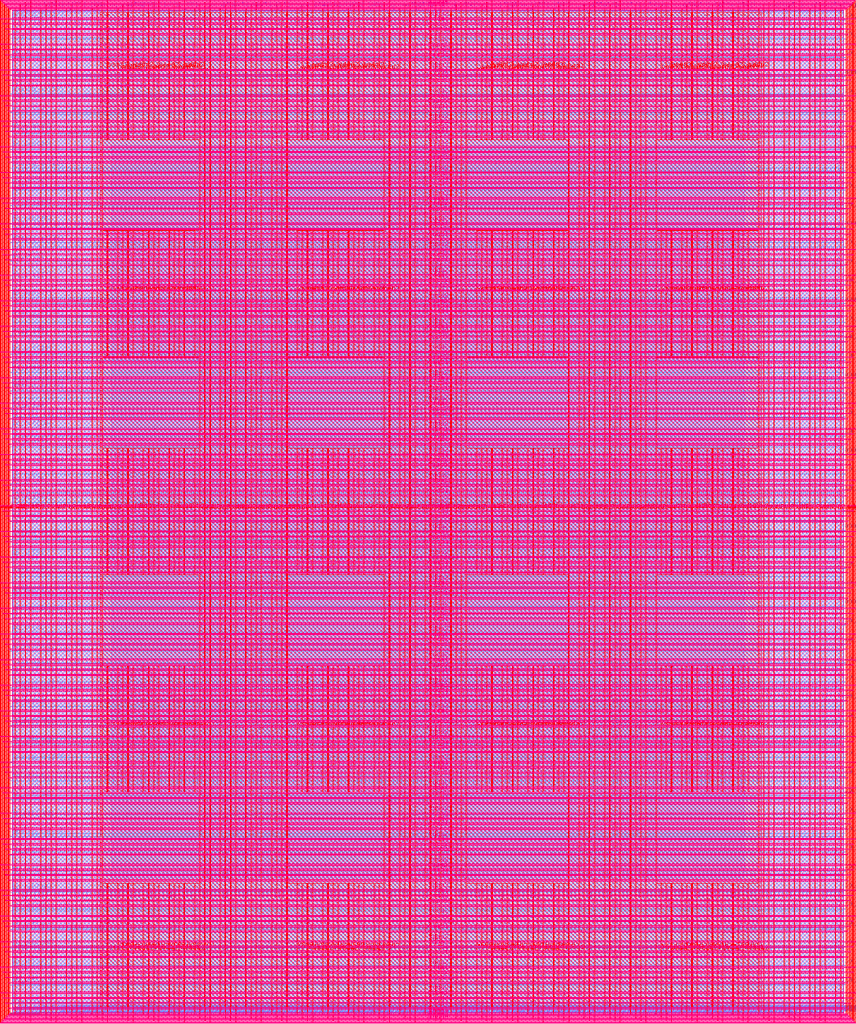
<source format=lef>
VERSION 5.7 ;
  NOWIREEXTENSIONATPIN ON ;
  DIVIDERCHAR "/" ;
  BUSBITCHARS "[]" ;
MACRO user_project_wrapper
  CLASS BLOCK ;
  FOREIGN user_project_wrapper ;
  ORIGIN 0.000 0.000 ;
  SIZE 2920.000 BY 3520.000 ;
  PIN analog_io[0]
    DIRECTION INOUT ;
    USE SIGNAL ;
    PORT
      LAYER met3 ;
        RECT 2917.600 1426.380 2924.800 1427.580 ;
    END
  END analog_io[0]
  PIN analog_io[10]
    DIRECTION INOUT ;
    USE SIGNAL ;
    PORT
      LAYER met2 ;
        RECT 2230.490 3517.600 2231.050 3524.800 ;
    END
  END analog_io[10]
  PIN analog_io[11]
    DIRECTION INOUT ;
    USE SIGNAL ;
    PORT
      LAYER met2 ;
        RECT 1905.730 3517.600 1906.290 3524.800 ;
    END
  END analog_io[11]
  PIN analog_io[12]
    DIRECTION INOUT ;
    USE SIGNAL ;
    PORT
      LAYER met2 ;
        RECT 1581.430 3517.600 1581.990 3524.800 ;
    END
  END analog_io[12]
  PIN analog_io[13]
    DIRECTION INOUT ;
    USE SIGNAL ;
    PORT
      LAYER met2 ;
        RECT 1257.130 3517.600 1257.690 3524.800 ;
    END
  END analog_io[13]
  PIN analog_io[14]
    DIRECTION INOUT ;
    USE SIGNAL ;
    PORT
      LAYER met2 ;
        RECT 932.370 3517.600 932.930 3524.800 ;
    END
  END analog_io[14]
  PIN analog_io[15]
    DIRECTION INOUT ;
    USE SIGNAL ;
    PORT
      LAYER met2 ;
        RECT 608.070 3517.600 608.630 3524.800 ;
    END
  END analog_io[15]
  PIN analog_io[16]
    DIRECTION INOUT ;
    USE SIGNAL ;
    PORT
      LAYER met2 ;
        RECT 283.770 3517.600 284.330 3524.800 ;
    END
  END analog_io[16]
  PIN analog_io[17]
    DIRECTION INOUT ;
    USE SIGNAL ;
    PORT
      LAYER met3 ;
        RECT -4.800 3486.100 2.400 3487.300 ;
    END
  END analog_io[17]
  PIN analog_io[18]
    DIRECTION INOUT ;
    USE SIGNAL ;
    PORT
      LAYER met3 ;
        RECT -4.800 3224.980 2.400 3226.180 ;
    END
  END analog_io[18]
  PIN analog_io[19]
    DIRECTION INOUT ;
    USE SIGNAL ;
    PORT
      LAYER met3 ;
        RECT -4.800 2964.540 2.400 2965.740 ;
    END
  END analog_io[19]
  PIN analog_io[1]
    DIRECTION INOUT ;
    USE SIGNAL ;
    PORT
      LAYER met3 ;
        RECT 2917.600 1692.260 2924.800 1693.460 ;
    END
  END analog_io[1]
  PIN analog_io[20]
    DIRECTION INOUT ;
    USE SIGNAL ;
    PORT
      LAYER met3 ;
        RECT -4.800 2703.420 2.400 2704.620 ;
    END
  END analog_io[20]
  PIN analog_io[21]
    DIRECTION INOUT ;
    USE SIGNAL ;
    PORT
      LAYER met3 ;
        RECT -4.800 2442.980 2.400 2444.180 ;
    END
  END analog_io[21]
  PIN analog_io[22]
    DIRECTION INOUT ;
    USE SIGNAL ;
    PORT
      LAYER met3 ;
        RECT -4.800 2182.540 2.400 2183.740 ;
    END
  END analog_io[22]
  PIN analog_io[23]
    DIRECTION INOUT ;
    USE SIGNAL ;
    PORT
      LAYER met3 ;
        RECT -4.800 1921.420 2.400 1922.620 ;
    END
  END analog_io[23]
  PIN analog_io[24]
    DIRECTION INOUT ;
    USE SIGNAL ;
    PORT
      LAYER met3 ;
        RECT -4.800 1660.980 2.400 1662.180 ;
    END
  END analog_io[24]
  PIN analog_io[25]
    DIRECTION INOUT ;
    USE SIGNAL ;
    PORT
      LAYER met3 ;
        RECT -4.800 1399.860 2.400 1401.060 ;
    END
  END analog_io[25]
  PIN analog_io[26]
    DIRECTION INOUT ;
    USE SIGNAL ;
    PORT
      LAYER met3 ;
        RECT -4.800 1139.420 2.400 1140.620 ;
    END
  END analog_io[26]
  PIN analog_io[27]
    DIRECTION INOUT ;
    USE SIGNAL ;
    PORT
      LAYER met3 ;
        RECT -4.800 878.980 2.400 880.180 ;
    END
  END analog_io[27]
  PIN analog_io[28]
    DIRECTION INOUT ;
    USE SIGNAL ;
    PORT
      LAYER met3 ;
        RECT -4.800 617.860 2.400 619.060 ;
    END
  END analog_io[28]
  PIN analog_io[2]
    DIRECTION INOUT ;
    USE SIGNAL ;
    PORT
      LAYER met3 ;
        RECT 2917.600 1958.140 2924.800 1959.340 ;
    END
  END analog_io[2]
  PIN analog_io[3]
    DIRECTION INOUT ;
    USE SIGNAL ;
    PORT
      LAYER met3 ;
        RECT 2917.600 2223.340 2924.800 2224.540 ;
    END
  END analog_io[3]
  PIN analog_io[4]
    DIRECTION INOUT ;
    USE SIGNAL ;
    PORT
      LAYER met3 ;
        RECT 2917.600 2489.220 2924.800 2490.420 ;
    END
  END analog_io[4]
  PIN analog_io[5]
    DIRECTION INOUT ;
    USE SIGNAL ;
    PORT
      LAYER met3 ;
        RECT 2917.600 2755.100 2924.800 2756.300 ;
    END
  END analog_io[5]
  PIN analog_io[6]
    DIRECTION INOUT ;
    USE SIGNAL ;
    PORT
      LAYER met3 ;
        RECT 2917.600 3020.300 2924.800 3021.500 ;
    END
  END analog_io[6]
  PIN analog_io[7]
    DIRECTION INOUT ;
    USE SIGNAL ;
    PORT
      LAYER met3 ;
        RECT 2917.600 3286.180 2924.800 3287.380 ;
    END
  END analog_io[7]
  PIN analog_io[8]
    DIRECTION INOUT ;
    USE SIGNAL ;
    PORT
      LAYER met2 ;
        RECT 2879.090 3517.600 2879.650 3524.800 ;
    END
  END analog_io[8]
  PIN analog_io[9]
    DIRECTION INOUT ;
    USE SIGNAL ;
    PORT
      LAYER met2 ;
        RECT 2554.790 3517.600 2555.350 3524.800 ;
    END
  END analog_io[9]
  PIN io_in[0]
    DIRECTION INPUT ;
    USE SIGNAL ;
    PORT
      LAYER met3 ;
        RECT 2917.600 32.380 2924.800 33.580 ;
    END
  END io_in[0]
  PIN io_in[10]
    DIRECTION INPUT ;
    USE SIGNAL ;
    PORT
      LAYER met3 ;
        RECT 2917.600 2289.980 2924.800 2291.180 ;
    END
  END io_in[10]
  PIN io_in[11]
    DIRECTION INPUT ;
    USE SIGNAL ;
    PORT
      LAYER met3 ;
        RECT 2917.600 2555.860 2924.800 2557.060 ;
    END
  END io_in[11]
  PIN io_in[12]
    DIRECTION INPUT ;
    USE SIGNAL ;
    PORT
      LAYER met3 ;
        RECT 2917.600 2821.060 2924.800 2822.260 ;
    END
  END io_in[12]
  PIN io_in[13]
    DIRECTION INPUT ;
    USE SIGNAL ;
    PORT
      LAYER met3 ;
        RECT 2917.600 3086.940 2924.800 3088.140 ;
    END
  END io_in[13]
  PIN io_in[14]
    DIRECTION INPUT ;
    USE SIGNAL ;
    PORT
      LAYER met3 ;
        RECT 2917.600 3352.820 2924.800 3354.020 ;
    END
  END io_in[14]
  PIN io_in[15]
    DIRECTION INPUT ;
    USE SIGNAL ;
    PORT
      LAYER met2 ;
        RECT 2798.130 3517.600 2798.690 3524.800 ;
    END
  END io_in[15]
  PIN io_in[16]
    DIRECTION INPUT ;
    USE SIGNAL ;
    PORT
      LAYER met2 ;
        RECT 2473.830 3517.600 2474.390 3524.800 ;
    END
  END io_in[16]
  PIN io_in[17]
    DIRECTION INPUT ;
    USE SIGNAL ;
    PORT
      LAYER met2 ;
        RECT 2149.070 3517.600 2149.630 3524.800 ;
    END
  END io_in[17]
  PIN io_in[18]
    DIRECTION INPUT ;
    USE SIGNAL ;
    PORT
      LAYER met2 ;
        RECT 1824.770 3517.600 1825.330 3524.800 ;
    END
  END io_in[18]
  PIN io_in[19]
    DIRECTION INPUT ;
    USE SIGNAL ;
    PORT
      LAYER met2 ;
        RECT 1500.470 3517.600 1501.030 3524.800 ;
    END
  END io_in[19]
  PIN io_in[1]
    DIRECTION INPUT ;
    USE SIGNAL ;
    PORT
      LAYER met3 ;
        RECT 2917.600 230.940 2924.800 232.140 ;
    END
  END io_in[1]
  PIN io_in[20]
    DIRECTION INPUT ;
    USE SIGNAL ;
    PORT
      LAYER met2 ;
        RECT 1175.710 3517.600 1176.270 3524.800 ;
    END
  END io_in[20]
  PIN io_in[21]
    DIRECTION INPUT ;
    USE SIGNAL ;
    PORT
      LAYER met2 ;
        RECT 851.410 3517.600 851.970 3524.800 ;
    END
  END io_in[21]
  PIN io_in[22]
    DIRECTION INPUT ;
    USE SIGNAL ;
    PORT
      LAYER met2 ;
        RECT 527.110 3517.600 527.670 3524.800 ;
    END
  END io_in[22]
  PIN io_in[23]
    DIRECTION INPUT ;
    USE SIGNAL ;
    PORT
      LAYER met2 ;
        RECT 202.350 3517.600 202.910 3524.800 ;
    END
  END io_in[23]
  PIN io_in[24]
    DIRECTION INPUT ;
    USE SIGNAL ;
    PORT
      LAYER met3 ;
        RECT -4.800 3420.820 2.400 3422.020 ;
    END
  END io_in[24]
  PIN io_in[25]
    DIRECTION INPUT ;
    USE SIGNAL ;
    PORT
      LAYER met3 ;
        RECT -4.800 3159.700 2.400 3160.900 ;
    END
  END io_in[25]
  PIN io_in[26]
    DIRECTION INPUT ;
    USE SIGNAL ;
    PORT
      LAYER met3 ;
        RECT -4.800 2899.260 2.400 2900.460 ;
    END
  END io_in[26]
  PIN io_in[27]
    DIRECTION INPUT ;
    USE SIGNAL ;
    PORT
      LAYER met3 ;
        RECT -4.800 2638.820 2.400 2640.020 ;
    END
  END io_in[27]
  PIN io_in[28]
    DIRECTION INPUT ;
    USE SIGNAL ;
    PORT
      LAYER met3 ;
        RECT -4.800 2377.700 2.400 2378.900 ;
    END
  END io_in[28]
  PIN io_in[29]
    DIRECTION INPUT ;
    USE SIGNAL ;
    PORT
      LAYER met3 ;
        RECT -4.800 2117.260 2.400 2118.460 ;
    END
  END io_in[29]
  PIN io_in[2]
    DIRECTION INPUT ;
    USE SIGNAL ;
    PORT
      LAYER met3 ;
        RECT 2917.600 430.180 2924.800 431.380 ;
    END
  END io_in[2]
  PIN io_in[30]
    DIRECTION INPUT ;
    USE SIGNAL ;
    PORT
      LAYER met3 ;
        RECT -4.800 1856.140 2.400 1857.340 ;
    END
  END io_in[30]
  PIN io_in[31]
    DIRECTION INPUT ;
    USE SIGNAL ;
    PORT
      LAYER met3 ;
        RECT -4.800 1595.700 2.400 1596.900 ;
    END
  END io_in[31]
  PIN io_in[32]
    DIRECTION INPUT ;
    USE SIGNAL ;
    PORT
      LAYER met3 ;
        RECT -4.800 1335.260 2.400 1336.460 ;
    END
  END io_in[32]
  PIN io_in[33]
    DIRECTION INPUT ;
    USE SIGNAL ;
    PORT
      LAYER met3 ;
        RECT -4.800 1074.140 2.400 1075.340 ;
    END
  END io_in[33]
  PIN io_in[34]
    DIRECTION INPUT ;
    USE SIGNAL ;
    PORT
      LAYER met3 ;
        RECT -4.800 813.700 2.400 814.900 ;
    END
  END io_in[34]
  PIN io_in[35]
    DIRECTION INPUT ;
    USE SIGNAL ;
    PORT
      LAYER met3 ;
        RECT -4.800 552.580 2.400 553.780 ;
    END
  END io_in[35]
  PIN io_in[36]
    DIRECTION INPUT ;
    USE SIGNAL ;
    PORT
      LAYER met3 ;
        RECT -4.800 357.420 2.400 358.620 ;
    END
  END io_in[36]
  PIN io_in[37]
    DIRECTION INPUT ;
    USE SIGNAL ;
    PORT
      LAYER met3 ;
        RECT -4.800 161.580 2.400 162.780 ;
    END
  END io_in[37]
  PIN io_in[3]
    DIRECTION INPUT ;
    USE SIGNAL ;
    PORT
      LAYER met3 ;
        RECT 2917.600 629.420 2924.800 630.620 ;
    END
  END io_in[3]
  PIN io_in[4]
    DIRECTION INPUT ;
    USE SIGNAL ;
    PORT
      LAYER met3 ;
        RECT 2917.600 828.660 2924.800 829.860 ;
    END
  END io_in[4]
  PIN io_in[5]
    DIRECTION INPUT ;
    USE SIGNAL ;
    PORT
      LAYER met3 ;
        RECT 2917.600 1027.900 2924.800 1029.100 ;
    END
  END io_in[5]
  PIN io_in[6]
    DIRECTION INPUT ;
    USE SIGNAL ;
    PORT
      LAYER met3 ;
        RECT 2917.600 1227.140 2924.800 1228.340 ;
    END
  END io_in[6]
  PIN io_in[7]
    DIRECTION INPUT ;
    USE SIGNAL ;
    PORT
      LAYER met3 ;
        RECT 2917.600 1493.020 2924.800 1494.220 ;
    END
  END io_in[7]
  PIN io_in[8]
    DIRECTION INPUT ;
    USE SIGNAL ;
    PORT
      LAYER met3 ;
        RECT 2917.600 1758.900 2924.800 1760.100 ;
    END
  END io_in[8]
  PIN io_in[9]
    DIRECTION INPUT ;
    USE SIGNAL ;
    PORT
      LAYER met3 ;
        RECT 2917.600 2024.100 2924.800 2025.300 ;
    END
  END io_in[9]
  PIN io_oeb[0]
    DIRECTION OUTPUT TRISTATE ;
    USE SIGNAL ;
    PORT
      LAYER met3 ;
        RECT 2917.600 164.980 2924.800 166.180 ;
    END
  END io_oeb[0]
  PIN io_oeb[10]
    DIRECTION OUTPUT TRISTATE ;
    USE SIGNAL ;
    PORT
      LAYER met3 ;
        RECT 2917.600 2422.580 2924.800 2423.780 ;
    END
  END io_oeb[10]
  PIN io_oeb[11]
    DIRECTION OUTPUT TRISTATE ;
    USE SIGNAL ;
    PORT
      LAYER met3 ;
        RECT 2917.600 2688.460 2924.800 2689.660 ;
    END
  END io_oeb[11]
  PIN io_oeb[12]
    DIRECTION OUTPUT TRISTATE ;
    USE SIGNAL ;
    PORT
      LAYER met3 ;
        RECT 2917.600 2954.340 2924.800 2955.540 ;
    END
  END io_oeb[12]
  PIN io_oeb[13]
    DIRECTION OUTPUT TRISTATE ;
    USE SIGNAL ;
    PORT
      LAYER met3 ;
        RECT 2917.600 3219.540 2924.800 3220.740 ;
    END
  END io_oeb[13]
  PIN io_oeb[14]
    DIRECTION OUTPUT TRISTATE ;
    USE SIGNAL ;
    PORT
      LAYER met3 ;
        RECT 2917.600 3485.420 2924.800 3486.620 ;
    END
  END io_oeb[14]
  PIN io_oeb[15]
    DIRECTION OUTPUT TRISTATE ;
    USE SIGNAL ;
    PORT
      LAYER met2 ;
        RECT 2635.750 3517.600 2636.310 3524.800 ;
    END
  END io_oeb[15]
  PIN io_oeb[16]
    DIRECTION OUTPUT TRISTATE ;
    USE SIGNAL ;
    PORT
      LAYER met2 ;
        RECT 2311.450 3517.600 2312.010 3524.800 ;
    END
  END io_oeb[16]
  PIN io_oeb[17]
    DIRECTION OUTPUT TRISTATE ;
    USE SIGNAL ;
    PORT
      LAYER met2 ;
        RECT 1987.150 3517.600 1987.710 3524.800 ;
    END
  END io_oeb[17]
  PIN io_oeb[18]
    DIRECTION OUTPUT TRISTATE ;
    USE SIGNAL ;
    PORT
      LAYER met2 ;
        RECT 1662.390 3517.600 1662.950 3524.800 ;
    END
  END io_oeb[18]
  PIN io_oeb[19]
    DIRECTION OUTPUT TRISTATE ;
    USE SIGNAL ;
    PORT
      LAYER met2 ;
        RECT 1338.090 3517.600 1338.650 3524.800 ;
    END
  END io_oeb[19]
  PIN io_oeb[1]
    DIRECTION OUTPUT TRISTATE ;
    USE SIGNAL ;
    PORT
      LAYER met3 ;
        RECT 2917.600 364.220 2924.800 365.420 ;
    END
  END io_oeb[1]
  PIN io_oeb[20]
    DIRECTION OUTPUT TRISTATE ;
    USE SIGNAL ;
    PORT
      LAYER met2 ;
        RECT 1013.790 3517.600 1014.350 3524.800 ;
    END
  END io_oeb[20]
  PIN io_oeb[21]
    DIRECTION OUTPUT TRISTATE ;
    USE SIGNAL ;
    PORT
      LAYER met2 ;
        RECT 689.030 3517.600 689.590 3524.800 ;
    END
  END io_oeb[21]
  PIN io_oeb[22]
    DIRECTION OUTPUT TRISTATE ;
    USE SIGNAL ;
    PORT
      LAYER met2 ;
        RECT 364.730 3517.600 365.290 3524.800 ;
    END
  END io_oeb[22]
  PIN io_oeb[23]
    DIRECTION OUTPUT TRISTATE ;
    USE SIGNAL ;
    PORT
      LAYER met2 ;
        RECT 40.430 3517.600 40.990 3524.800 ;
    END
  END io_oeb[23]
  PIN io_oeb[24]
    DIRECTION OUTPUT TRISTATE ;
    USE SIGNAL ;
    PORT
      LAYER met3 ;
        RECT -4.800 3290.260 2.400 3291.460 ;
    END
  END io_oeb[24]
  PIN io_oeb[25]
    DIRECTION OUTPUT TRISTATE ;
    USE SIGNAL ;
    PORT
      LAYER met3 ;
        RECT -4.800 3029.820 2.400 3031.020 ;
    END
  END io_oeb[25]
  PIN io_oeb[26]
    DIRECTION OUTPUT TRISTATE ;
    USE SIGNAL ;
    PORT
      LAYER met3 ;
        RECT -4.800 2768.700 2.400 2769.900 ;
    END
  END io_oeb[26]
  PIN io_oeb[27]
    DIRECTION OUTPUT TRISTATE ;
    USE SIGNAL ;
    PORT
      LAYER met3 ;
        RECT -4.800 2508.260 2.400 2509.460 ;
    END
  END io_oeb[27]
  PIN io_oeb[28]
    DIRECTION OUTPUT TRISTATE ;
    USE SIGNAL ;
    PORT
      LAYER met3 ;
        RECT -4.800 2247.140 2.400 2248.340 ;
    END
  END io_oeb[28]
  PIN io_oeb[29]
    DIRECTION OUTPUT TRISTATE ;
    USE SIGNAL ;
    PORT
      LAYER met3 ;
        RECT -4.800 1986.700 2.400 1987.900 ;
    END
  END io_oeb[29]
  PIN io_oeb[2]
    DIRECTION OUTPUT TRISTATE ;
    USE SIGNAL ;
    PORT
      LAYER met3 ;
        RECT 2917.600 563.460 2924.800 564.660 ;
    END
  END io_oeb[2]
  PIN io_oeb[30]
    DIRECTION OUTPUT TRISTATE ;
    USE SIGNAL ;
    PORT
      LAYER met3 ;
        RECT -4.800 1726.260 2.400 1727.460 ;
    END
  END io_oeb[30]
  PIN io_oeb[31]
    DIRECTION OUTPUT TRISTATE ;
    USE SIGNAL ;
    PORT
      LAYER met3 ;
        RECT -4.800 1465.140 2.400 1466.340 ;
    END
  END io_oeb[31]
  PIN io_oeb[32]
    DIRECTION OUTPUT TRISTATE ;
    USE SIGNAL ;
    PORT
      LAYER met3 ;
        RECT -4.800 1204.700 2.400 1205.900 ;
    END
  END io_oeb[32]
  PIN io_oeb[33]
    DIRECTION OUTPUT TRISTATE ;
    USE SIGNAL ;
    PORT
      LAYER met3 ;
        RECT -4.800 943.580 2.400 944.780 ;
    END
  END io_oeb[33]
  PIN io_oeb[34]
    DIRECTION OUTPUT TRISTATE ;
    USE SIGNAL ;
    PORT
      LAYER met3 ;
        RECT -4.800 683.140 2.400 684.340 ;
    END
  END io_oeb[34]
  PIN io_oeb[35]
    DIRECTION OUTPUT TRISTATE ;
    USE SIGNAL ;
    PORT
      LAYER met3 ;
        RECT -4.800 422.700 2.400 423.900 ;
    END
  END io_oeb[35]
  PIN io_oeb[36]
    DIRECTION OUTPUT TRISTATE ;
    USE SIGNAL ;
    PORT
      LAYER met3 ;
        RECT -4.800 226.860 2.400 228.060 ;
    END
  END io_oeb[36]
  PIN io_oeb[37]
    DIRECTION OUTPUT TRISTATE ;
    USE SIGNAL ;
    PORT
      LAYER met3 ;
        RECT -4.800 31.700 2.400 32.900 ;
    END
  END io_oeb[37]
  PIN io_oeb[3]
    DIRECTION OUTPUT TRISTATE ;
    USE SIGNAL ;
    PORT
      LAYER met3 ;
        RECT 2917.600 762.700 2924.800 763.900 ;
    END
  END io_oeb[3]
  PIN io_oeb[4]
    DIRECTION OUTPUT TRISTATE ;
    USE SIGNAL ;
    PORT
      LAYER met3 ;
        RECT 2917.600 961.940 2924.800 963.140 ;
    END
  END io_oeb[4]
  PIN io_oeb[5]
    DIRECTION OUTPUT TRISTATE ;
    USE SIGNAL ;
    PORT
      LAYER met3 ;
        RECT 2917.600 1161.180 2924.800 1162.380 ;
    END
  END io_oeb[5]
  PIN io_oeb[6]
    DIRECTION OUTPUT TRISTATE ;
    USE SIGNAL ;
    PORT
      LAYER met3 ;
        RECT 2917.600 1360.420 2924.800 1361.620 ;
    END
  END io_oeb[6]
  PIN io_oeb[7]
    DIRECTION OUTPUT TRISTATE ;
    USE SIGNAL ;
    PORT
      LAYER met3 ;
        RECT 2917.600 1625.620 2924.800 1626.820 ;
    END
  END io_oeb[7]
  PIN io_oeb[8]
    DIRECTION OUTPUT TRISTATE ;
    USE SIGNAL ;
    PORT
      LAYER met3 ;
        RECT 2917.600 1891.500 2924.800 1892.700 ;
    END
  END io_oeb[8]
  PIN io_oeb[9]
    DIRECTION OUTPUT TRISTATE ;
    USE SIGNAL ;
    PORT
      LAYER met3 ;
        RECT 2917.600 2157.380 2924.800 2158.580 ;
    END
  END io_oeb[9]
  PIN io_out[0]
    DIRECTION OUTPUT TRISTATE ;
    USE SIGNAL ;
    PORT
      LAYER met3 ;
        RECT 2917.600 98.340 2924.800 99.540 ;
    END
  END io_out[0]
  PIN io_out[10]
    DIRECTION OUTPUT TRISTATE ;
    USE SIGNAL ;
    PORT
      LAYER met3 ;
        RECT 2917.600 2356.620 2924.800 2357.820 ;
    END
  END io_out[10]
  PIN io_out[11]
    DIRECTION OUTPUT TRISTATE ;
    USE SIGNAL ;
    PORT
      LAYER met3 ;
        RECT 2917.600 2621.820 2924.800 2623.020 ;
    END
  END io_out[11]
  PIN io_out[12]
    DIRECTION OUTPUT TRISTATE ;
    USE SIGNAL ;
    PORT
      LAYER met3 ;
        RECT 2917.600 2887.700 2924.800 2888.900 ;
    END
  END io_out[12]
  PIN io_out[13]
    DIRECTION OUTPUT TRISTATE ;
    USE SIGNAL ;
    PORT
      LAYER met3 ;
        RECT 2917.600 3153.580 2924.800 3154.780 ;
    END
  END io_out[13]
  PIN io_out[14]
    DIRECTION OUTPUT TRISTATE ;
    USE SIGNAL ;
    PORT
      LAYER met3 ;
        RECT 2917.600 3418.780 2924.800 3419.980 ;
    END
  END io_out[14]
  PIN io_out[15]
    DIRECTION OUTPUT TRISTATE ;
    USE SIGNAL ;
    PORT
      LAYER met2 ;
        RECT 2717.170 3517.600 2717.730 3524.800 ;
    END
  END io_out[15]
  PIN io_out[16]
    DIRECTION OUTPUT TRISTATE ;
    USE SIGNAL ;
    PORT
      LAYER met2 ;
        RECT 2392.410 3517.600 2392.970 3524.800 ;
    END
  END io_out[16]
  PIN io_out[17]
    DIRECTION OUTPUT TRISTATE ;
    USE SIGNAL ;
    PORT
      LAYER met2 ;
        RECT 2068.110 3517.600 2068.670 3524.800 ;
    END
  END io_out[17]
  PIN io_out[18]
    DIRECTION OUTPUT TRISTATE ;
    USE SIGNAL ;
    PORT
      LAYER met2 ;
        RECT 1743.810 3517.600 1744.370 3524.800 ;
    END
  END io_out[18]
  PIN io_out[19]
    DIRECTION OUTPUT TRISTATE ;
    USE SIGNAL ;
    PORT
      LAYER met2 ;
        RECT 1419.050 3517.600 1419.610 3524.800 ;
    END
  END io_out[19]
  PIN io_out[1]
    DIRECTION OUTPUT TRISTATE ;
    USE SIGNAL ;
    PORT
      LAYER met3 ;
        RECT 2917.600 297.580 2924.800 298.780 ;
    END
  END io_out[1]
  PIN io_out[20]
    DIRECTION OUTPUT TRISTATE ;
    USE SIGNAL ;
    PORT
      LAYER met2 ;
        RECT 1094.750 3517.600 1095.310 3524.800 ;
    END
  END io_out[20]
  PIN io_out[21]
    DIRECTION OUTPUT TRISTATE ;
    USE SIGNAL ;
    PORT
      LAYER met2 ;
        RECT 770.450 3517.600 771.010 3524.800 ;
    END
  END io_out[21]
  PIN io_out[22]
    DIRECTION OUTPUT TRISTATE ;
    USE SIGNAL ;
    PORT
      LAYER met2 ;
        RECT 445.690 3517.600 446.250 3524.800 ;
    END
  END io_out[22]
  PIN io_out[23]
    DIRECTION OUTPUT TRISTATE ;
    USE SIGNAL ;
    PORT
      LAYER met2 ;
        RECT 121.390 3517.600 121.950 3524.800 ;
    END
  END io_out[23]
  PIN io_out[24]
    DIRECTION OUTPUT TRISTATE ;
    USE SIGNAL ;
    PORT
      LAYER met3 ;
        RECT -4.800 3355.540 2.400 3356.740 ;
    END
  END io_out[24]
  PIN io_out[25]
    DIRECTION OUTPUT TRISTATE ;
    USE SIGNAL ;
    PORT
      LAYER met3 ;
        RECT -4.800 3095.100 2.400 3096.300 ;
    END
  END io_out[25]
  PIN io_out[26]
    DIRECTION OUTPUT TRISTATE ;
    USE SIGNAL ;
    PORT
      LAYER met3 ;
        RECT -4.800 2833.980 2.400 2835.180 ;
    END
  END io_out[26]
  PIN io_out[27]
    DIRECTION OUTPUT TRISTATE ;
    USE SIGNAL ;
    PORT
      LAYER met3 ;
        RECT -4.800 2573.540 2.400 2574.740 ;
    END
  END io_out[27]
  PIN io_out[28]
    DIRECTION OUTPUT TRISTATE ;
    USE SIGNAL ;
    PORT
      LAYER met3 ;
        RECT -4.800 2312.420 2.400 2313.620 ;
    END
  END io_out[28]
  PIN io_out[29]
    DIRECTION OUTPUT TRISTATE ;
    USE SIGNAL ;
    PORT
      LAYER met3 ;
        RECT -4.800 2051.980 2.400 2053.180 ;
    END
  END io_out[29]
  PIN io_out[2]
    DIRECTION OUTPUT TRISTATE ;
    USE SIGNAL ;
    PORT
      LAYER met3 ;
        RECT 2917.600 496.820 2924.800 498.020 ;
    END
  END io_out[2]
  PIN io_out[30]
    DIRECTION OUTPUT TRISTATE ;
    USE SIGNAL ;
    PORT
      LAYER met3 ;
        RECT -4.800 1791.540 2.400 1792.740 ;
    END
  END io_out[30]
  PIN io_out[31]
    DIRECTION OUTPUT TRISTATE ;
    USE SIGNAL ;
    PORT
      LAYER met3 ;
        RECT -4.800 1530.420 2.400 1531.620 ;
    END
  END io_out[31]
  PIN io_out[32]
    DIRECTION OUTPUT TRISTATE ;
    USE SIGNAL ;
    PORT
      LAYER met3 ;
        RECT -4.800 1269.980 2.400 1271.180 ;
    END
  END io_out[32]
  PIN io_out[33]
    DIRECTION OUTPUT TRISTATE ;
    USE SIGNAL ;
    PORT
      LAYER met3 ;
        RECT -4.800 1008.860 2.400 1010.060 ;
    END
  END io_out[33]
  PIN io_out[34]
    DIRECTION OUTPUT TRISTATE ;
    USE SIGNAL ;
    PORT
      LAYER met3 ;
        RECT -4.800 748.420 2.400 749.620 ;
    END
  END io_out[34]
  PIN io_out[35]
    DIRECTION OUTPUT TRISTATE ;
    USE SIGNAL ;
    PORT
      LAYER met3 ;
        RECT -4.800 487.300 2.400 488.500 ;
    END
  END io_out[35]
  PIN io_out[36]
    DIRECTION OUTPUT TRISTATE ;
    USE SIGNAL ;
    PORT
      LAYER met3 ;
        RECT -4.800 292.140 2.400 293.340 ;
    END
  END io_out[36]
  PIN io_out[37]
    DIRECTION OUTPUT TRISTATE ;
    USE SIGNAL ;
    PORT
      LAYER met3 ;
        RECT -4.800 96.300 2.400 97.500 ;
    END
  END io_out[37]
  PIN io_out[3]
    DIRECTION OUTPUT TRISTATE ;
    USE SIGNAL ;
    PORT
      LAYER met3 ;
        RECT 2917.600 696.060 2924.800 697.260 ;
    END
  END io_out[3]
  PIN io_out[4]
    DIRECTION OUTPUT TRISTATE ;
    USE SIGNAL ;
    PORT
      LAYER met3 ;
        RECT 2917.600 895.300 2924.800 896.500 ;
    END
  END io_out[4]
  PIN io_out[5]
    DIRECTION OUTPUT TRISTATE ;
    USE SIGNAL ;
    PORT
      LAYER met3 ;
        RECT 2917.600 1094.540 2924.800 1095.740 ;
    END
  END io_out[5]
  PIN io_out[6]
    DIRECTION OUTPUT TRISTATE ;
    USE SIGNAL ;
    PORT
      LAYER met3 ;
        RECT 2917.600 1293.780 2924.800 1294.980 ;
    END
  END io_out[6]
  PIN io_out[7]
    DIRECTION OUTPUT TRISTATE ;
    USE SIGNAL ;
    PORT
      LAYER met3 ;
        RECT 2917.600 1559.660 2924.800 1560.860 ;
    END
  END io_out[7]
  PIN io_out[8]
    DIRECTION OUTPUT TRISTATE ;
    USE SIGNAL ;
    PORT
      LAYER met3 ;
        RECT 2917.600 1824.860 2924.800 1826.060 ;
    END
  END io_out[8]
  PIN io_out[9]
    DIRECTION OUTPUT TRISTATE ;
    USE SIGNAL ;
    PORT
      LAYER met3 ;
        RECT 2917.600 2090.740 2924.800 2091.940 ;
    END
  END io_out[9]
  PIN la_data_in[0]
    DIRECTION INPUT ;
    USE SIGNAL ;
    PORT
      LAYER met2 ;
        RECT 629.230 -4.800 629.790 2.400 ;
    END
  END la_data_in[0]
  PIN la_data_in[100]
    DIRECTION INPUT ;
    USE SIGNAL ;
    PORT
      LAYER met2 ;
        RECT 2402.530 -4.800 2403.090 2.400 ;
    END
  END la_data_in[100]
  PIN la_data_in[101]
    DIRECTION INPUT ;
    USE SIGNAL ;
    PORT
      LAYER met2 ;
        RECT 2420.010 -4.800 2420.570 2.400 ;
    END
  END la_data_in[101]
  PIN la_data_in[102]
    DIRECTION INPUT ;
    USE SIGNAL ;
    PORT
      LAYER met2 ;
        RECT 2437.950 -4.800 2438.510 2.400 ;
    END
  END la_data_in[102]
  PIN la_data_in[103]
    DIRECTION INPUT ;
    USE SIGNAL ;
    PORT
      LAYER met2 ;
        RECT 2455.430 -4.800 2455.990 2.400 ;
    END
  END la_data_in[103]
  PIN la_data_in[104]
    DIRECTION INPUT ;
    USE SIGNAL ;
    PORT
      LAYER met2 ;
        RECT 2473.370 -4.800 2473.930 2.400 ;
    END
  END la_data_in[104]
  PIN la_data_in[105]
    DIRECTION INPUT ;
    USE SIGNAL ;
    PORT
      LAYER met2 ;
        RECT 2490.850 -4.800 2491.410 2.400 ;
    END
  END la_data_in[105]
  PIN la_data_in[106]
    DIRECTION INPUT ;
    USE SIGNAL ;
    PORT
      LAYER met2 ;
        RECT 2508.790 -4.800 2509.350 2.400 ;
    END
  END la_data_in[106]
  PIN la_data_in[107]
    DIRECTION INPUT ;
    USE SIGNAL ;
    PORT
      LAYER met2 ;
        RECT 2526.730 -4.800 2527.290 2.400 ;
    END
  END la_data_in[107]
  PIN la_data_in[108]
    DIRECTION INPUT ;
    USE SIGNAL ;
    PORT
      LAYER met2 ;
        RECT 2544.210 -4.800 2544.770 2.400 ;
    END
  END la_data_in[108]
  PIN la_data_in[109]
    DIRECTION INPUT ;
    USE SIGNAL ;
    PORT
      LAYER met2 ;
        RECT 2562.150 -4.800 2562.710 2.400 ;
    END
  END la_data_in[109]
  PIN la_data_in[10]
    DIRECTION INPUT ;
    USE SIGNAL ;
    PORT
      LAYER met2 ;
        RECT 806.330 -4.800 806.890 2.400 ;
    END
  END la_data_in[10]
  PIN la_data_in[110]
    DIRECTION INPUT ;
    USE SIGNAL ;
    PORT
      LAYER met2 ;
        RECT 2579.630 -4.800 2580.190 2.400 ;
    END
  END la_data_in[110]
  PIN la_data_in[111]
    DIRECTION INPUT ;
    USE SIGNAL ;
    PORT
      LAYER met2 ;
        RECT 2597.570 -4.800 2598.130 2.400 ;
    END
  END la_data_in[111]
  PIN la_data_in[112]
    DIRECTION INPUT ;
    USE SIGNAL ;
    PORT
      LAYER met2 ;
        RECT 2615.050 -4.800 2615.610 2.400 ;
    END
  END la_data_in[112]
  PIN la_data_in[113]
    DIRECTION INPUT ;
    USE SIGNAL ;
    PORT
      LAYER met2 ;
        RECT 2632.990 -4.800 2633.550 2.400 ;
    END
  END la_data_in[113]
  PIN la_data_in[114]
    DIRECTION INPUT ;
    USE SIGNAL ;
    PORT
      LAYER met2 ;
        RECT 2650.470 -4.800 2651.030 2.400 ;
    END
  END la_data_in[114]
  PIN la_data_in[115]
    DIRECTION INPUT ;
    USE SIGNAL ;
    PORT
      LAYER met2 ;
        RECT 2668.410 -4.800 2668.970 2.400 ;
    END
  END la_data_in[115]
  PIN la_data_in[116]
    DIRECTION INPUT ;
    USE SIGNAL ;
    PORT
      LAYER met2 ;
        RECT 2685.890 -4.800 2686.450 2.400 ;
    END
  END la_data_in[116]
  PIN la_data_in[117]
    DIRECTION INPUT ;
    USE SIGNAL ;
    PORT
      LAYER met2 ;
        RECT 2703.830 -4.800 2704.390 2.400 ;
    END
  END la_data_in[117]
  PIN la_data_in[118]
    DIRECTION INPUT ;
    USE SIGNAL ;
    PORT
      LAYER met2 ;
        RECT 2721.770 -4.800 2722.330 2.400 ;
    END
  END la_data_in[118]
  PIN la_data_in[119]
    DIRECTION INPUT ;
    USE SIGNAL ;
    PORT
      LAYER met2 ;
        RECT 2739.250 -4.800 2739.810 2.400 ;
    END
  END la_data_in[119]
  PIN la_data_in[11]
    DIRECTION INPUT ;
    USE SIGNAL ;
    PORT
      LAYER met2 ;
        RECT 824.270 -4.800 824.830 2.400 ;
    END
  END la_data_in[11]
  PIN la_data_in[120]
    DIRECTION INPUT ;
    USE SIGNAL ;
    PORT
      LAYER met2 ;
        RECT 2757.190 -4.800 2757.750 2.400 ;
    END
  END la_data_in[120]
  PIN la_data_in[121]
    DIRECTION INPUT ;
    USE SIGNAL ;
    PORT
      LAYER met2 ;
        RECT 2774.670 -4.800 2775.230 2.400 ;
    END
  END la_data_in[121]
  PIN la_data_in[122]
    DIRECTION INPUT ;
    USE SIGNAL ;
    PORT
      LAYER met2 ;
        RECT 2792.610 -4.800 2793.170 2.400 ;
    END
  END la_data_in[122]
  PIN la_data_in[123]
    DIRECTION INPUT ;
    USE SIGNAL ;
    PORT
      LAYER met2 ;
        RECT 2810.090 -4.800 2810.650 2.400 ;
    END
  END la_data_in[123]
  PIN la_data_in[124]
    DIRECTION INPUT ;
    USE SIGNAL ;
    PORT
      LAYER met2 ;
        RECT 2828.030 -4.800 2828.590 2.400 ;
    END
  END la_data_in[124]
  PIN la_data_in[125]
    DIRECTION INPUT ;
    USE SIGNAL ;
    PORT
      LAYER met2 ;
        RECT 2845.510 -4.800 2846.070 2.400 ;
    END
  END la_data_in[125]
  PIN la_data_in[126]
    DIRECTION INPUT ;
    USE SIGNAL ;
    PORT
      LAYER met2 ;
        RECT 2863.450 -4.800 2864.010 2.400 ;
    END
  END la_data_in[126]
  PIN la_data_in[127]
    DIRECTION INPUT ;
    USE SIGNAL ;
    PORT
      LAYER met2 ;
        RECT 2881.390 -4.800 2881.950 2.400 ;
    END
  END la_data_in[127]
  PIN la_data_in[12]
    DIRECTION INPUT ;
    USE SIGNAL ;
    PORT
      LAYER met2 ;
        RECT 841.750 -4.800 842.310 2.400 ;
    END
  END la_data_in[12]
  PIN la_data_in[13]
    DIRECTION INPUT ;
    USE SIGNAL ;
    PORT
      LAYER met2 ;
        RECT 859.690 -4.800 860.250 2.400 ;
    END
  END la_data_in[13]
  PIN la_data_in[14]
    DIRECTION INPUT ;
    USE SIGNAL ;
    PORT
      LAYER met2 ;
        RECT 877.170 -4.800 877.730 2.400 ;
    END
  END la_data_in[14]
  PIN la_data_in[15]
    DIRECTION INPUT ;
    USE SIGNAL ;
    PORT
      LAYER met2 ;
        RECT 895.110 -4.800 895.670 2.400 ;
    END
  END la_data_in[15]
  PIN la_data_in[16]
    DIRECTION INPUT ;
    USE SIGNAL ;
    PORT
      LAYER met2 ;
        RECT 912.590 -4.800 913.150 2.400 ;
    END
  END la_data_in[16]
  PIN la_data_in[17]
    DIRECTION INPUT ;
    USE SIGNAL ;
    PORT
      LAYER met2 ;
        RECT 930.530 -4.800 931.090 2.400 ;
    END
  END la_data_in[17]
  PIN la_data_in[18]
    DIRECTION INPUT ;
    USE SIGNAL ;
    PORT
      LAYER met2 ;
        RECT 948.470 -4.800 949.030 2.400 ;
    END
  END la_data_in[18]
  PIN la_data_in[19]
    DIRECTION INPUT ;
    USE SIGNAL ;
    PORT
      LAYER met2 ;
        RECT 965.950 -4.800 966.510 2.400 ;
    END
  END la_data_in[19]
  PIN la_data_in[1]
    DIRECTION INPUT ;
    USE SIGNAL ;
    PORT
      LAYER met2 ;
        RECT 646.710 -4.800 647.270 2.400 ;
    END
  END la_data_in[1]
  PIN la_data_in[20]
    DIRECTION INPUT ;
    USE SIGNAL ;
    PORT
      LAYER met2 ;
        RECT 983.890 -4.800 984.450 2.400 ;
    END
  END la_data_in[20]
  PIN la_data_in[21]
    DIRECTION INPUT ;
    USE SIGNAL ;
    PORT
      LAYER met2 ;
        RECT 1001.370 -4.800 1001.930 2.400 ;
    END
  END la_data_in[21]
  PIN la_data_in[22]
    DIRECTION INPUT ;
    USE SIGNAL ;
    PORT
      LAYER met2 ;
        RECT 1019.310 -4.800 1019.870 2.400 ;
    END
  END la_data_in[22]
  PIN la_data_in[23]
    DIRECTION INPUT ;
    USE SIGNAL ;
    PORT
      LAYER met2 ;
        RECT 1036.790 -4.800 1037.350 2.400 ;
    END
  END la_data_in[23]
  PIN la_data_in[24]
    DIRECTION INPUT ;
    USE SIGNAL ;
    PORT
      LAYER met2 ;
        RECT 1054.730 -4.800 1055.290 2.400 ;
    END
  END la_data_in[24]
  PIN la_data_in[25]
    DIRECTION INPUT ;
    USE SIGNAL ;
    PORT
      LAYER met2 ;
        RECT 1072.210 -4.800 1072.770 2.400 ;
    END
  END la_data_in[25]
  PIN la_data_in[26]
    DIRECTION INPUT ;
    USE SIGNAL ;
    PORT
      LAYER met2 ;
        RECT 1090.150 -4.800 1090.710 2.400 ;
    END
  END la_data_in[26]
  PIN la_data_in[27]
    DIRECTION INPUT ;
    USE SIGNAL ;
    PORT
      LAYER met2 ;
        RECT 1107.630 -4.800 1108.190 2.400 ;
    END
  END la_data_in[27]
  PIN la_data_in[28]
    DIRECTION INPUT ;
    USE SIGNAL ;
    PORT
      LAYER met2 ;
        RECT 1125.570 -4.800 1126.130 2.400 ;
    END
  END la_data_in[28]
  PIN la_data_in[29]
    DIRECTION INPUT ;
    USE SIGNAL ;
    PORT
      LAYER met2 ;
        RECT 1143.510 -4.800 1144.070 2.400 ;
    END
  END la_data_in[29]
  PIN la_data_in[2]
    DIRECTION INPUT ;
    USE SIGNAL ;
    PORT
      LAYER met2 ;
        RECT 664.650 -4.800 665.210 2.400 ;
    END
  END la_data_in[2]
  PIN la_data_in[30]
    DIRECTION INPUT ;
    USE SIGNAL ;
    PORT
      LAYER met2 ;
        RECT 1160.990 -4.800 1161.550 2.400 ;
    END
  END la_data_in[30]
  PIN la_data_in[31]
    DIRECTION INPUT ;
    USE SIGNAL ;
    PORT
      LAYER met2 ;
        RECT 1178.930 -4.800 1179.490 2.400 ;
    END
  END la_data_in[31]
  PIN la_data_in[32]
    DIRECTION INPUT ;
    USE SIGNAL ;
    PORT
      LAYER met2 ;
        RECT 1196.410 -4.800 1196.970 2.400 ;
    END
  END la_data_in[32]
  PIN la_data_in[33]
    DIRECTION INPUT ;
    USE SIGNAL ;
    PORT
      LAYER met2 ;
        RECT 1214.350 -4.800 1214.910 2.400 ;
    END
  END la_data_in[33]
  PIN la_data_in[34]
    DIRECTION INPUT ;
    USE SIGNAL ;
    PORT
      LAYER met2 ;
        RECT 1231.830 -4.800 1232.390 2.400 ;
    END
  END la_data_in[34]
  PIN la_data_in[35]
    DIRECTION INPUT ;
    USE SIGNAL ;
    PORT
      LAYER met2 ;
        RECT 1249.770 -4.800 1250.330 2.400 ;
    END
  END la_data_in[35]
  PIN la_data_in[36]
    DIRECTION INPUT ;
    USE SIGNAL ;
    PORT
      LAYER met2 ;
        RECT 1267.250 -4.800 1267.810 2.400 ;
    END
  END la_data_in[36]
  PIN la_data_in[37]
    DIRECTION INPUT ;
    USE SIGNAL ;
    PORT
      LAYER met2 ;
        RECT 1285.190 -4.800 1285.750 2.400 ;
    END
  END la_data_in[37]
  PIN la_data_in[38]
    DIRECTION INPUT ;
    USE SIGNAL ;
    PORT
      LAYER met2 ;
        RECT 1303.130 -4.800 1303.690 2.400 ;
    END
  END la_data_in[38]
  PIN la_data_in[39]
    DIRECTION INPUT ;
    USE SIGNAL ;
    PORT
      LAYER met2 ;
        RECT 1320.610 -4.800 1321.170 2.400 ;
    END
  END la_data_in[39]
  PIN la_data_in[3]
    DIRECTION INPUT ;
    USE SIGNAL ;
    PORT
      LAYER met2 ;
        RECT 682.130 -4.800 682.690 2.400 ;
    END
  END la_data_in[3]
  PIN la_data_in[40]
    DIRECTION INPUT ;
    USE SIGNAL ;
    PORT
      LAYER met2 ;
        RECT 1338.550 -4.800 1339.110 2.400 ;
    END
  END la_data_in[40]
  PIN la_data_in[41]
    DIRECTION INPUT ;
    USE SIGNAL ;
    PORT
      LAYER met2 ;
        RECT 1356.030 -4.800 1356.590 2.400 ;
    END
  END la_data_in[41]
  PIN la_data_in[42]
    DIRECTION INPUT ;
    USE SIGNAL ;
    PORT
      LAYER met2 ;
        RECT 1373.970 -4.800 1374.530 2.400 ;
    END
  END la_data_in[42]
  PIN la_data_in[43]
    DIRECTION INPUT ;
    USE SIGNAL ;
    PORT
      LAYER met2 ;
        RECT 1391.450 -4.800 1392.010 2.400 ;
    END
  END la_data_in[43]
  PIN la_data_in[44]
    DIRECTION INPUT ;
    USE SIGNAL ;
    PORT
      LAYER met2 ;
        RECT 1409.390 -4.800 1409.950 2.400 ;
    END
  END la_data_in[44]
  PIN la_data_in[45]
    DIRECTION INPUT ;
    USE SIGNAL ;
    PORT
      LAYER met2 ;
        RECT 1426.870 -4.800 1427.430 2.400 ;
    END
  END la_data_in[45]
  PIN la_data_in[46]
    DIRECTION INPUT ;
    USE SIGNAL ;
    PORT
      LAYER met2 ;
        RECT 1444.810 -4.800 1445.370 2.400 ;
    END
  END la_data_in[46]
  PIN la_data_in[47]
    DIRECTION INPUT ;
    USE SIGNAL ;
    PORT
      LAYER met2 ;
        RECT 1462.750 -4.800 1463.310 2.400 ;
    END
  END la_data_in[47]
  PIN la_data_in[48]
    DIRECTION INPUT ;
    USE SIGNAL ;
    PORT
      LAYER met2 ;
        RECT 1480.230 -4.800 1480.790 2.400 ;
    END
  END la_data_in[48]
  PIN la_data_in[49]
    DIRECTION INPUT ;
    USE SIGNAL ;
    PORT
      LAYER met2 ;
        RECT 1498.170 -4.800 1498.730 2.400 ;
    END
  END la_data_in[49]
  PIN la_data_in[4]
    DIRECTION INPUT ;
    USE SIGNAL ;
    PORT
      LAYER met2 ;
        RECT 700.070 -4.800 700.630 2.400 ;
    END
  END la_data_in[4]
  PIN la_data_in[50]
    DIRECTION INPUT ;
    USE SIGNAL ;
    PORT
      LAYER met2 ;
        RECT 1515.650 -4.800 1516.210 2.400 ;
    END
  END la_data_in[50]
  PIN la_data_in[51]
    DIRECTION INPUT ;
    USE SIGNAL ;
    PORT
      LAYER met2 ;
        RECT 1533.590 -4.800 1534.150 2.400 ;
    END
  END la_data_in[51]
  PIN la_data_in[52]
    DIRECTION INPUT ;
    USE SIGNAL ;
    PORT
      LAYER met2 ;
        RECT 1551.070 -4.800 1551.630 2.400 ;
    END
  END la_data_in[52]
  PIN la_data_in[53]
    DIRECTION INPUT ;
    USE SIGNAL ;
    PORT
      LAYER met2 ;
        RECT 1569.010 -4.800 1569.570 2.400 ;
    END
  END la_data_in[53]
  PIN la_data_in[54]
    DIRECTION INPUT ;
    USE SIGNAL ;
    PORT
      LAYER met2 ;
        RECT 1586.490 -4.800 1587.050 2.400 ;
    END
  END la_data_in[54]
  PIN la_data_in[55]
    DIRECTION INPUT ;
    USE SIGNAL ;
    PORT
      LAYER met2 ;
        RECT 1604.430 -4.800 1604.990 2.400 ;
    END
  END la_data_in[55]
  PIN la_data_in[56]
    DIRECTION INPUT ;
    USE SIGNAL ;
    PORT
      LAYER met2 ;
        RECT 1621.910 -4.800 1622.470 2.400 ;
    END
  END la_data_in[56]
  PIN la_data_in[57]
    DIRECTION INPUT ;
    USE SIGNAL ;
    PORT
      LAYER met2 ;
        RECT 1639.850 -4.800 1640.410 2.400 ;
    END
  END la_data_in[57]
  PIN la_data_in[58]
    DIRECTION INPUT ;
    USE SIGNAL ;
    PORT
      LAYER met2 ;
        RECT 1657.790 -4.800 1658.350 2.400 ;
    END
  END la_data_in[58]
  PIN la_data_in[59]
    DIRECTION INPUT ;
    USE SIGNAL ;
    PORT
      LAYER met2 ;
        RECT 1675.270 -4.800 1675.830 2.400 ;
    END
  END la_data_in[59]
  PIN la_data_in[5]
    DIRECTION INPUT ;
    USE SIGNAL ;
    PORT
      LAYER met2 ;
        RECT 717.550 -4.800 718.110 2.400 ;
    END
  END la_data_in[5]
  PIN la_data_in[60]
    DIRECTION INPUT ;
    USE SIGNAL ;
    PORT
      LAYER met2 ;
        RECT 1693.210 -4.800 1693.770 2.400 ;
    END
  END la_data_in[60]
  PIN la_data_in[61]
    DIRECTION INPUT ;
    USE SIGNAL ;
    PORT
      LAYER met2 ;
        RECT 1710.690 -4.800 1711.250 2.400 ;
    END
  END la_data_in[61]
  PIN la_data_in[62]
    DIRECTION INPUT ;
    USE SIGNAL ;
    PORT
      LAYER met2 ;
        RECT 1728.630 -4.800 1729.190 2.400 ;
    END
  END la_data_in[62]
  PIN la_data_in[63]
    DIRECTION INPUT ;
    USE SIGNAL ;
    PORT
      LAYER met2 ;
        RECT 1746.110 -4.800 1746.670 2.400 ;
    END
  END la_data_in[63]
  PIN la_data_in[64]
    DIRECTION INPUT ;
    USE SIGNAL ;
    PORT
      LAYER met2 ;
        RECT 1764.050 -4.800 1764.610 2.400 ;
    END
  END la_data_in[64]
  PIN la_data_in[65]
    DIRECTION INPUT ;
    USE SIGNAL ;
    PORT
      LAYER met2 ;
        RECT 1781.530 -4.800 1782.090 2.400 ;
    END
  END la_data_in[65]
  PIN la_data_in[66]
    DIRECTION INPUT ;
    USE SIGNAL ;
    PORT
      LAYER met2 ;
        RECT 1799.470 -4.800 1800.030 2.400 ;
    END
  END la_data_in[66]
  PIN la_data_in[67]
    DIRECTION INPUT ;
    USE SIGNAL ;
    PORT
      LAYER met2 ;
        RECT 1817.410 -4.800 1817.970 2.400 ;
    END
  END la_data_in[67]
  PIN la_data_in[68]
    DIRECTION INPUT ;
    USE SIGNAL ;
    PORT
      LAYER met2 ;
        RECT 1834.890 -4.800 1835.450 2.400 ;
    END
  END la_data_in[68]
  PIN la_data_in[69]
    DIRECTION INPUT ;
    USE SIGNAL ;
    PORT
      LAYER met2 ;
        RECT 1852.830 -4.800 1853.390 2.400 ;
    END
  END la_data_in[69]
  PIN la_data_in[6]
    DIRECTION INPUT ;
    USE SIGNAL ;
    PORT
      LAYER met2 ;
        RECT 735.490 -4.800 736.050 2.400 ;
    END
  END la_data_in[6]
  PIN la_data_in[70]
    DIRECTION INPUT ;
    USE SIGNAL ;
    PORT
      LAYER met2 ;
        RECT 1870.310 -4.800 1870.870 2.400 ;
    END
  END la_data_in[70]
  PIN la_data_in[71]
    DIRECTION INPUT ;
    USE SIGNAL ;
    PORT
      LAYER met2 ;
        RECT 1888.250 -4.800 1888.810 2.400 ;
    END
  END la_data_in[71]
  PIN la_data_in[72]
    DIRECTION INPUT ;
    USE SIGNAL ;
    PORT
      LAYER met2 ;
        RECT 1905.730 -4.800 1906.290 2.400 ;
    END
  END la_data_in[72]
  PIN la_data_in[73]
    DIRECTION INPUT ;
    USE SIGNAL ;
    PORT
      LAYER met2 ;
        RECT 1923.670 -4.800 1924.230 2.400 ;
    END
  END la_data_in[73]
  PIN la_data_in[74]
    DIRECTION INPUT ;
    USE SIGNAL ;
    PORT
      LAYER met2 ;
        RECT 1941.150 -4.800 1941.710 2.400 ;
    END
  END la_data_in[74]
  PIN la_data_in[75]
    DIRECTION INPUT ;
    USE SIGNAL ;
    PORT
      LAYER met2 ;
        RECT 1959.090 -4.800 1959.650 2.400 ;
    END
  END la_data_in[75]
  PIN la_data_in[76]
    DIRECTION INPUT ;
    USE SIGNAL ;
    PORT
      LAYER met2 ;
        RECT 1976.570 -4.800 1977.130 2.400 ;
    END
  END la_data_in[76]
  PIN la_data_in[77]
    DIRECTION INPUT ;
    USE SIGNAL ;
    PORT
      LAYER met2 ;
        RECT 1994.510 -4.800 1995.070 2.400 ;
    END
  END la_data_in[77]
  PIN la_data_in[78]
    DIRECTION INPUT ;
    USE SIGNAL ;
    PORT
      LAYER met2 ;
        RECT 2012.450 -4.800 2013.010 2.400 ;
    END
  END la_data_in[78]
  PIN la_data_in[79]
    DIRECTION INPUT ;
    USE SIGNAL ;
    PORT
      LAYER met2 ;
        RECT 2029.930 -4.800 2030.490 2.400 ;
    END
  END la_data_in[79]
  PIN la_data_in[7]
    DIRECTION INPUT ;
    USE SIGNAL ;
    PORT
      LAYER met2 ;
        RECT 752.970 -4.800 753.530 2.400 ;
    END
  END la_data_in[7]
  PIN la_data_in[80]
    DIRECTION INPUT ;
    USE SIGNAL ;
    PORT
      LAYER met2 ;
        RECT 2047.870 -4.800 2048.430 2.400 ;
    END
  END la_data_in[80]
  PIN la_data_in[81]
    DIRECTION INPUT ;
    USE SIGNAL ;
    PORT
      LAYER met2 ;
        RECT 2065.350 -4.800 2065.910 2.400 ;
    END
  END la_data_in[81]
  PIN la_data_in[82]
    DIRECTION INPUT ;
    USE SIGNAL ;
    PORT
      LAYER met2 ;
        RECT 2083.290 -4.800 2083.850 2.400 ;
    END
  END la_data_in[82]
  PIN la_data_in[83]
    DIRECTION INPUT ;
    USE SIGNAL ;
    PORT
      LAYER met2 ;
        RECT 2100.770 -4.800 2101.330 2.400 ;
    END
  END la_data_in[83]
  PIN la_data_in[84]
    DIRECTION INPUT ;
    USE SIGNAL ;
    PORT
      LAYER met2 ;
        RECT 2118.710 -4.800 2119.270 2.400 ;
    END
  END la_data_in[84]
  PIN la_data_in[85]
    DIRECTION INPUT ;
    USE SIGNAL ;
    PORT
      LAYER met2 ;
        RECT 2136.190 -4.800 2136.750 2.400 ;
    END
  END la_data_in[85]
  PIN la_data_in[86]
    DIRECTION INPUT ;
    USE SIGNAL ;
    PORT
      LAYER met2 ;
        RECT 2154.130 -4.800 2154.690 2.400 ;
    END
  END la_data_in[86]
  PIN la_data_in[87]
    DIRECTION INPUT ;
    USE SIGNAL ;
    PORT
      LAYER met2 ;
        RECT 2172.070 -4.800 2172.630 2.400 ;
    END
  END la_data_in[87]
  PIN la_data_in[88]
    DIRECTION INPUT ;
    USE SIGNAL ;
    PORT
      LAYER met2 ;
        RECT 2189.550 -4.800 2190.110 2.400 ;
    END
  END la_data_in[88]
  PIN la_data_in[89]
    DIRECTION INPUT ;
    USE SIGNAL ;
    PORT
      LAYER met2 ;
        RECT 2207.490 -4.800 2208.050 2.400 ;
    END
  END la_data_in[89]
  PIN la_data_in[8]
    DIRECTION INPUT ;
    USE SIGNAL ;
    PORT
      LAYER met2 ;
        RECT 770.910 -4.800 771.470 2.400 ;
    END
  END la_data_in[8]
  PIN la_data_in[90]
    DIRECTION INPUT ;
    USE SIGNAL ;
    PORT
      LAYER met2 ;
        RECT 2224.970 -4.800 2225.530 2.400 ;
    END
  END la_data_in[90]
  PIN la_data_in[91]
    DIRECTION INPUT ;
    USE SIGNAL ;
    PORT
      LAYER met2 ;
        RECT 2242.910 -4.800 2243.470 2.400 ;
    END
  END la_data_in[91]
  PIN la_data_in[92]
    DIRECTION INPUT ;
    USE SIGNAL ;
    PORT
      LAYER met2 ;
        RECT 2260.390 -4.800 2260.950 2.400 ;
    END
  END la_data_in[92]
  PIN la_data_in[93]
    DIRECTION INPUT ;
    USE SIGNAL ;
    PORT
      LAYER met2 ;
        RECT 2278.330 -4.800 2278.890 2.400 ;
    END
  END la_data_in[93]
  PIN la_data_in[94]
    DIRECTION INPUT ;
    USE SIGNAL ;
    PORT
      LAYER met2 ;
        RECT 2295.810 -4.800 2296.370 2.400 ;
    END
  END la_data_in[94]
  PIN la_data_in[95]
    DIRECTION INPUT ;
    USE SIGNAL ;
    PORT
      LAYER met2 ;
        RECT 2313.750 -4.800 2314.310 2.400 ;
    END
  END la_data_in[95]
  PIN la_data_in[96]
    DIRECTION INPUT ;
    USE SIGNAL ;
    PORT
      LAYER met2 ;
        RECT 2331.230 -4.800 2331.790 2.400 ;
    END
  END la_data_in[96]
  PIN la_data_in[97]
    DIRECTION INPUT ;
    USE SIGNAL ;
    PORT
      LAYER met2 ;
        RECT 2349.170 -4.800 2349.730 2.400 ;
    END
  END la_data_in[97]
  PIN la_data_in[98]
    DIRECTION INPUT ;
    USE SIGNAL ;
    PORT
      LAYER met2 ;
        RECT 2367.110 -4.800 2367.670 2.400 ;
    END
  END la_data_in[98]
  PIN la_data_in[99]
    DIRECTION INPUT ;
    USE SIGNAL ;
    PORT
      LAYER met2 ;
        RECT 2384.590 -4.800 2385.150 2.400 ;
    END
  END la_data_in[99]
  PIN la_data_in[9]
    DIRECTION INPUT ;
    USE SIGNAL ;
    PORT
      LAYER met2 ;
        RECT 788.850 -4.800 789.410 2.400 ;
    END
  END la_data_in[9]
  PIN la_data_out[0]
    DIRECTION OUTPUT TRISTATE ;
    USE SIGNAL ;
    PORT
      LAYER met2 ;
        RECT 634.750 -4.800 635.310 2.400 ;
    END
  END la_data_out[0]
  PIN la_data_out[100]
    DIRECTION OUTPUT TRISTATE ;
    USE SIGNAL ;
    PORT
      LAYER met2 ;
        RECT 2408.510 -4.800 2409.070 2.400 ;
    END
  END la_data_out[100]
  PIN la_data_out[101]
    DIRECTION OUTPUT TRISTATE ;
    USE SIGNAL ;
    PORT
      LAYER met2 ;
        RECT 2425.990 -4.800 2426.550 2.400 ;
    END
  END la_data_out[101]
  PIN la_data_out[102]
    DIRECTION OUTPUT TRISTATE ;
    USE SIGNAL ;
    PORT
      LAYER met2 ;
        RECT 2443.930 -4.800 2444.490 2.400 ;
    END
  END la_data_out[102]
  PIN la_data_out[103]
    DIRECTION OUTPUT TRISTATE ;
    USE SIGNAL ;
    PORT
      LAYER met2 ;
        RECT 2461.410 -4.800 2461.970 2.400 ;
    END
  END la_data_out[103]
  PIN la_data_out[104]
    DIRECTION OUTPUT TRISTATE ;
    USE SIGNAL ;
    PORT
      LAYER met2 ;
        RECT 2479.350 -4.800 2479.910 2.400 ;
    END
  END la_data_out[104]
  PIN la_data_out[105]
    DIRECTION OUTPUT TRISTATE ;
    USE SIGNAL ;
    PORT
      LAYER met2 ;
        RECT 2496.830 -4.800 2497.390 2.400 ;
    END
  END la_data_out[105]
  PIN la_data_out[106]
    DIRECTION OUTPUT TRISTATE ;
    USE SIGNAL ;
    PORT
      LAYER met2 ;
        RECT 2514.770 -4.800 2515.330 2.400 ;
    END
  END la_data_out[106]
  PIN la_data_out[107]
    DIRECTION OUTPUT TRISTATE ;
    USE SIGNAL ;
    PORT
      LAYER met2 ;
        RECT 2532.250 -4.800 2532.810 2.400 ;
    END
  END la_data_out[107]
  PIN la_data_out[108]
    DIRECTION OUTPUT TRISTATE ;
    USE SIGNAL ;
    PORT
      LAYER met2 ;
        RECT 2550.190 -4.800 2550.750 2.400 ;
    END
  END la_data_out[108]
  PIN la_data_out[109]
    DIRECTION OUTPUT TRISTATE ;
    USE SIGNAL ;
    PORT
      LAYER met2 ;
        RECT 2567.670 -4.800 2568.230 2.400 ;
    END
  END la_data_out[109]
  PIN la_data_out[10]
    DIRECTION OUTPUT TRISTATE ;
    USE SIGNAL ;
    PORT
      LAYER met2 ;
        RECT 812.310 -4.800 812.870 2.400 ;
    END
  END la_data_out[10]
  PIN la_data_out[110]
    DIRECTION OUTPUT TRISTATE ;
    USE SIGNAL ;
    PORT
      LAYER met2 ;
        RECT 2585.610 -4.800 2586.170 2.400 ;
    END
  END la_data_out[110]
  PIN la_data_out[111]
    DIRECTION OUTPUT TRISTATE ;
    USE SIGNAL ;
    PORT
      LAYER met2 ;
        RECT 2603.550 -4.800 2604.110 2.400 ;
    END
  END la_data_out[111]
  PIN la_data_out[112]
    DIRECTION OUTPUT TRISTATE ;
    USE SIGNAL ;
    PORT
      LAYER met2 ;
        RECT 2621.030 -4.800 2621.590 2.400 ;
    END
  END la_data_out[112]
  PIN la_data_out[113]
    DIRECTION OUTPUT TRISTATE ;
    USE SIGNAL ;
    PORT
      LAYER met2 ;
        RECT 2638.970 -4.800 2639.530 2.400 ;
    END
  END la_data_out[113]
  PIN la_data_out[114]
    DIRECTION OUTPUT TRISTATE ;
    USE SIGNAL ;
    PORT
      LAYER met2 ;
        RECT 2656.450 -4.800 2657.010 2.400 ;
    END
  END la_data_out[114]
  PIN la_data_out[115]
    DIRECTION OUTPUT TRISTATE ;
    USE SIGNAL ;
    PORT
      LAYER met2 ;
        RECT 2674.390 -4.800 2674.950 2.400 ;
    END
  END la_data_out[115]
  PIN la_data_out[116]
    DIRECTION OUTPUT TRISTATE ;
    USE SIGNAL ;
    PORT
      LAYER met2 ;
        RECT 2691.870 -4.800 2692.430 2.400 ;
    END
  END la_data_out[116]
  PIN la_data_out[117]
    DIRECTION OUTPUT TRISTATE ;
    USE SIGNAL ;
    PORT
      LAYER met2 ;
        RECT 2709.810 -4.800 2710.370 2.400 ;
    END
  END la_data_out[117]
  PIN la_data_out[118]
    DIRECTION OUTPUT TRISTATE ;
    USE SIGNAL ;
    PORT
      LAYER met2 ;
        RECT 2727.290 -4.800 2727.850 2.400 ;
    END
  END la_data_out[118]
  PIN la_data_out[119]
    DIRECTION OUTPUT TRISTATE ;
    USE SIGNAL ;
    PORT
      LAYER met2 ;
        RECT 2745.230 -4.800 2745.790 2.400 ;
    END
  END la_data_out[119]
  PIN la_data_out[11]
    DIRECTION OUTPUT TRISTATE ;
    USE SIGNAL ;
    PORT
      LAYER met2 ;
        RECT 830.250 -4.800 830.810 2.400 ;
    END
  END la_data_out[11]
  PIN la_data_out[120]
    DIRECTION OUTPUT TRISTATE ;
    USE SIGNAL ;
    PORT
      LAYER met2 ;
        RECT 2763.170 -4.800 2763.730 2.400 ;
    END
  END la_data_out[120]
  PIN la_data_out[121]
    DIRECTION OUTPUT TRISTATE ;
    USE SIGNAL ;
    PORT
      LAYER met2 ;
        RECT 2780.650 -4.800 2781.210 2.400 ;
    END
  END la_data_out[121]
  PIN la_data_out[122]
    DIRECTION OUTPUT TRISTATE ;
    USE SIGNAL ;
    PORT
      LAYER met2 ;
        RECT 2798.590 -4.800 2799.150 2.400 ;
    END
  END la_data_out[122]
  PIN la_data_out[123]
    DIRECTION OUTPUT TRISTATE ;
    USE SIGNAL ;
    PORT
      LAYER met2 ;
        RECT 2816.070 -4.800 2816.630 2.400 ;
    END
  END la_data_out[123]
  PIN la_data_out[124]
    DIRECTION OUTPUT TRISTATE ;
    USE SIGNAL ;
    PORT
      LAYER met2 ;
        RECT 2834.010 -4.800 2834.570 2.400 ;
    END
  END la_data_out[124]
  PIN la_data_out[125]
    DIRECTION OUTPUT TRISTATE ;
    USE SIGNAL ;
    PORT
      LAYER met2 ;
        RECT 2851.490 -4.800 2852.050 2.400 ;
    END
  END la_data_out[125]
  PIN la_data_out[126]
    DIRECTION OUTPUT TRISTATE ;
    USE SIGNAL ;
    PORT
      LAYER met2 ;
        RECT 2869.430 -4.800 2869.990 2.400 ;
    END
  END la_data_out[126]
  PIN la_data_out[127]
    DIRECTION OUTPUT TRISTATE ;
    USE SIGNAL ;
    PORT
      LAYER met2 ;
        RECT 2886.910 -4.800 2887.470 2.400 ;
    END
  END la_data_out[127]
  PIN la_data_out[12]
    DIRECTION OUTPUT TRISTATE ;
    USE SIGNAL ;
    PORT
      LAYER met2 ;
        RECT 847.730 -4.800 848.290 2.400 ;
    END
  END la_data_out[12]
  PIN la_data_out[13]
    DIRECTION OUTPUT TRISTATE ;
    USE SIGNAL ;
    PORT
      LAYER met2 ;
        RECT 865.670 -4.800 866.230 2.400 ;
    END
  END la_data_out[13]
  PIN la_data_out[14]
    DIRECTION OUTPUT TRISTATE ;
    USE SIGNAL ;
    PORT
      LAYER met2 ;
        RECT 883.150 -4.800 883.710 2.400 ;
    END
  END la_data_out[14]
  PIN la_data_out[15]
    DIRECTION OUTPUT TRISTATE ;
    USE SIGNAL ;
    PORT
      LAYER met2 ;
        RECT 901.090 -4.800 901.650 2.400 ;
    END
  END la_data_out[15]
  PIN la_data_out[16]
    DIRECTION OUTPUT TRISTATE ;
    USE SIGNAL ;
    PORT
      LAYER met2 ;
        RECT 918.570 -4.800 919.130 2.400 ;
    END
  END la_data_out[16]
  PIN la_data_out[17]
    DIRECTION OUTPUT TRISTATE ;
    USE SIGNAL ;
    PORT
      LAYER met2 ;
        RECT 936.510 -4.800 937.070 2.400 ;
    END
  END la_data_out[17]
  PIN la_data_out[18]
    DIRECTION OUTPUT TRISTATE ;
    USE SIGNAL ;
    PORT
      LAYER met2 ;
        RECT 953.990 -4.800 954.550 2.400 ;
    END
  END la_data_out[18]
  PIN la_data_out[19]
    DIRECTION OUTPUT TRISTATE ;
    USE SIGNAL ;
    PORT
      LAYER met2 ;
        RECT 971.930 -4.800 972.490 2.400 ;
    END
  END la_data_out[19]
  PIN la_data_out[1]
    DIRECTION OUTPUT TRISTATE ;
    USE SIGNAL ;
    PORT
      LAYER met2 ;
        RECT 652.690 -4.800 653.250 2.400 ;
    END
  END la_data_out[1]
  PIN la_data_out[20]
    DIRECTION OUTPUT TRISTATE ;
    USE SIGNAL ;
    PORT
      LAYER met2 ;
        RECT 989.410 -4.800 989.970 2.400 ;
    END
  END la_data_out[20]
  PIN la_data_out[21]
    DIRECTION OUTPUT TRISTATE ;
    USE SIGNAL ;
    PORT
      LAYER met2 ;
        RECT 1007.350 -4.800 1007.910 2.400 ;
    END
  END la_data_out[21]
  PIN la_data_out[22]
    DIRECTION OUTPUT TRISTATE ;
    USE SIGNAL ;
    PORT
      LAYER met2 ;
        RECT 1025.290 -4.800 1025.850 2.400 ;
    END
  END la_data_out[22]
  PIN la_data_out[23]
    DIRECTION OUTPUT TRISTATE ;
    USE SIGNAL ;
    PORT
      LAYER met2 ;
        RECT 1042.770 -4.800 1043.330 2.400 ;
    END
  END la_data_out[23]
  PIN la_data_out[24]
    DIRECTION OUTPUT TRISTATE ;
    USE SIGNAL ;
    PORT
      LAYER met2 ;
        RECT 1060.710 -4.800 1061.270 2.400 ;
    END
  END la_data_out[24]
  PIN la_data_out[25]
    DIRECTION OUTPUT TRISTATE ;
    USE SIGNAL ;
    PORT
      LAYER met2 ;
        RECT 1078.190 -4.800 1078.750 2.400 ;
    END
  END la_data_out[25]
  PIN la_data_out[26]
    DIRECTION OUTPUT TRISTATE ;
    USE SIGNAL ;
    PORT
      LAYER met2 ;
        RECT 1096.130 -4.800 1096.690 2.400 ;
    END
  END la_data_out[26]
  PIN la_data_out[27]
    DIRECTION OUTPUT TRISTATE ;
    USE SIGNAL ;
    PORT
      LAYER met2 ;
        RECT 1113.610 -4.800 1114.170 2.400 ;
    END
  END la_data_out[27]
  PIN la_data_out[28]
    DIRECTION OUTPUT TRISTATE ;
    USE SIGNAL ;
    PORT
      LAYER met2 ;
        RECT 1131.550 -4.800 1132.110 2.400 ;
    END
  END la_data_out[28]
  PIN la_data_out[29]
    DIRECTION OUTPUT TRISTATE ;
    USE SIGNAL ;
    PORT
      LAYER met2 ;
        RECT 1149.030 -4.800 1149.590 2.400 ;
    END
  END la_data_out[29]
  PIN la_data_out[2]
    DIRECTION OUTPUT TRISTATE ;
    USE SIGNAL ;
    PORT
      LAYER met2 ;
        RECT 670.630 -4.800 671.190 2.400 ;
    END
  END la_data_out[2]
  PIN la_data_out[30]
    DIRECTION OUTPUT TRISTATE ;
    USE SIGNAL ;
    PORT
      LAYER met2 ;
        RECT 1166.970 -4.800 1167.530 2.400 ;
    END
  END la_data_out[30]
  PIN la_data_out[31]
    DIRECTION OUTPUT TRISTATE ;
    USE SIGNAL ;
    PORT
      LAYER met2 ;
        RECT 1184.910 -4.800 1185.470 2.400 ;
    END
  END la_data_out[31]
  PIN la_data_out[32]
    DIRECTION OUTPUT TRISTATE ;
    USE SIGNAL ;
    PORT
      LAYER met2 ;
        RECT 1202.390 -4.800 1202.950 2.400 ;
    END
  END la_data_out[32]
  PIN la_data_out[33]
    DIRECTION OUTPUT TRISTATE ;
    USE SIGNAL ;
    PORT
      LAYER met2 ;
        RECT 1220.330 -4.800 1220.890 2.400 ;
    END
  END la_data_out[33]
  PIN la_data_out[34]
    DIRECTION OUTPUT TRISTATE ;
    USE SIGNAL ;
    PORT
      LAYER met2 ;
        RECT 1237.810 -4.800 1238.370 2.400 ;
    END
  END la_data_out[34]
  PIN la_data_out[35]
    DIRECTION OUTPUT TRISTATE ;
    USE SIGNAL ;
    PORT
      LAYER met2 ;
        RECT 1255.750 -4.800 1256.310 2.400 ;
    END
  END la_data_out[35]
  PIN la_data_out[36]
    DIRECTION OUTPUT TRISTATE ;
    USE SIGNAL ;
    PORT
      LAYER met2 ;
        RECT 1273.230 -4.800 1273.790 2.400 ;
    END
  END la_data_out[36]
  PIN la_data_out[37]
    DIRECTION OUTPUT TRISTATE ;
    USE SIGNAL ;
    PORT
      LAYER met2 ;
        RECT 1291.170 -4.800 1291.730 2.400 ;
    END
  END la_data_out[37]
  PIN la_data_out[38]
    DIRECTION OUTPUT TRISTATE ;
    USE SIGNAL ;
    PORT
      LAYER met2 ;
        RECT 1308.650 -4.800 1309.210 2.400 ;
    END
  END la_data_out[38]
  PIN la_data_out[39]
    DIRECTION OUTPUT TRISTATE ;
    USE SIGNAL ;
    PORT
      LAYER met2 ;
        RECT 1326.590 -4.800 1327.150 2.400 ;
    END
  END la_data_out[39]
  PIN la_data_out[3]
    DIRECTION OUTPUT TRISTATE ;
    USE SIGNAL ;
    PORT
      LAYER met2 ;
        RECT 688.110 -4.800 688.670 2.400 ;
    END
  END la_data_out[3]
  PIN la_data_out[40]
    DIRECTION OUTPUT TRISTATE ;
    USE SIGNAL ;
    PORT
      LAYER met2 ;
        RECT 1344.070 -4.800 1344.630 2.400 ;
    END
  END la_data_out[40]
  PIN la_data_out[41]
    DIRECTION OUTPUT TRISTATE ;
    USE SIGNAL ;
    PORT
      LAYER met2 ;
        RECT 1362.010 -4.800 1362.570 2.400 ;
    END
  END la_data_out[41]
  PIN la_data_out[42]
    DIRECTION OUTPUT TRISTATE ;
    USE SIGNAL ;
    PORT
      LAYER met2 ;
        RECT 1379.950 -4.800 1380.510 2.400 ;
    END
  END la_data_out[42]
  PIN la_data_out[43]
    DIRECTION OUTPUT TRISTATE ;
    USE SIGNAL ;
    PORT
      LAYER met2 ;
        RECT 1397.430 -4.800 1397.990 2.400 ;
    END
  END la_data_out[43]
  PIN la_data_out[44]
    DIRECTION OUTPUT TRISTATE ;
    USE SIGNAL ;
    PORT
      LAYER met2 ;
        RECT 1415.370 -4.800 1415.930 2.400 ;
    END
  END la_data_out[44]
  PIN la_data_out[45]
    DIRECTION OUTPUT TRISTATE ;
    USE SIGNAL ;
    PORT
      LAYER met2 ;
        RECT 1432.850 -4.800 1433.410 2.400 ;
    END
  END la_data_out[45]
  PIN la_data_out[46]
    DIRECTION OUTPUT TRISTATE ;
    USE SIGNAL ;
    PORT
      LAYER met2 ;
        RECT 1450.790 -4.800 1451.350 2.400 ;
    END
  END la_data_out[46]
  PIN la_data_out[47]
    DIRECTION OUTPUT TRISTATE ;
    USE SIGNAL ;
    PORT
      LAYER met2 ;
        RECT 1468.270 -4.800 1468.830 2.400 ;
    END
  END la_data_out[47]
  PIN la_data_out[48]
    DIRECTION OUTPUT TRISTATE ;
    USE SIGNAL ;
    PORT
      LAYER met2 ;
        RECT 1486.210 -4.800 1486.770 2.400 ;
    END
  END la_data_out[48]
  PIN la_data_out[49]
    DIRECTION OUTPUT TRISTATE ;
    USE SIGNAL ;
    PORT
      LAYER met2 ;
        RECT 1503.690 -4.800 1504.250 2.400 ;
    END
  END la_data_out[49]
  PIN la_data_out[4]
    DIRECTION OUTPUT TRISTATE ;
    USE SIGNAL ;
    PORT
      LAYER met2 ;
        RECT 706.050 -4.800 706.610 2.400 ;
    END
  END la_data_out[4]
  PIN la_data_out[50]
    DIRECTION OUTPUT TRISTATE ;
    USE SIGNAL ;
    PORT
      LAYER met2 ;
        RECT 1521.630 -4.800 1522.190 2.400 ;
    END
  END la_data_out[50]
  PIN la_data_out[51]
    DIRECTION OUTPUT TRISTATE ;
    USE SIGNAL ;
    PORT
      LAYER met2 ;
        RECT 1539.570 -4.800 1540.130 2.400 ;
    END
  END la_data_out[51]
  PIN la_data_out[52]
    DIRECTION OUTPUT TRISTATE ;
    USE SIGNAL ;
    PORT
      LAYER met2 ;
        RECT 1557.050 -4.800 1557.610 2.400 ;
    END
  END la_data_out[52]
  PIN la_data_out[53]
    DIRECTION OUTPUT TRISTATE ;
    USE SIGNAL ;
    PORT
      LAYER met2 ;
        RECT 1574.990 -4.800 1575.550 2.400 ;
    END
  END la_data_out[53]
  PIN la_data_out[54]
    DIRECTION OUTPUT TRISTATE ;
    USE SIGNAL ;
    PORT
      LAYER met2 ;
        RECT 1592.470 -4.800 1593.030 2.400 ;
    END
  END la_data_out[54]
  PIN la_data_out[55]
    DIRECTION OUTPUT TRISTATE ;
    USE SIGNAL ;
    PORT
      LAYER met2 ;
        RECT 1610.410 -4.800 1610.970 2.400 ;
    END
  END la_data_out[55]
  PIN la_data_out[56]
    DIRECTION OUTPUT TRISTATE ;
    USE SIGNAL ;
    PORT
      LAYER met2 ;
        RECT 1627.890 -4.800 1628.450 2.400 ;
    END
  END la_data_out[56]
  PIN la_data_out[57]
    DIRECTION OUTPUT TRISTATE ;
    USE SIGNAL ;
    PORT
      LAYER met2 ;
        RECT 1645.830 -4.800 1646.390 2.400 ;
    END
  END la_data_out[57]
  PIN la_data_out[58]
    DIRECTION OUTPUT TRISTATE ;
    USE SIGNAL ;
    PORT
      LAYER met2 ;
        RECT 1663.310 -4.800 1663.870 2.400 ;
    END
  END la_data_out[58]
  PIN la_data_out[59]
    DIRECTION OUTPUT TRISTATE ;
    USE SIGNAL ;
    PORT
      LAYER met2 ;
        RECT 1681.250 -4.800 1681.810 2.400 ;
    END
  END la_data_out[59]
  PIN la_data_out[5]
    DIRECTION OUTPUT TRISTATE ;
    USE SIGNAL ;
    PORT
      LAYER met2 ;
        RECT 723.530 -4.800 724.090 2.400 ;
    END
  END la_data_out[5]
  PIN la_data_out[60]
    DIRECTION OUTPUT TRISTATE ;
    USE SIGNAL ;
    PORT
      LAYER met2 ;
        RECT 1699.190 -4.800 1699.750 2.400 ;
    END
  END la_data_out[60]
  PIN la_data_out[61]
    DIRECTION OUTPUT TRISTATE ;
    USE SIGNAL ;
    PORT
      LAYER met2 ;
        RECT 1716.670 -4.800 1717.230 2.400 ;
    END
  END la_data_out[61]
  PIN la_data_out[62]
    DIRECTION OUTPUT TRISTATE ;
    USE SIGNAL ;
    PORT
      LAYER met2 ;
        RECT 1734.610 -4.800 1735.170 2.400 ;
    END
  END la_data_out[62]
  PIN la_data_out[63]
    DIRECTION OUTPUT TRISTATE ;
    USE SIGNAL ;
    PORT
      LAYER met2 ;
        RECT 1752.090 -4.800 1752.650 2.400 ;
    END
  END la_data_out[63]
  PIN la_data_out[64]
    DIRECTION OUTPUT TRISTATE ;
    USE SIGNAL ;
    PORT
      LAYER met2 ;
        RECT 1770.030 -4.800 1770.590 2.400 ;
    END
  END la_data_out[64]
  PIN la_data_out[65]
    DIRECTION OUTPUT TRISTATE ;
    USE SIGNAL ;
    PORT
      LAYER met2 ;
        RECT 1787.510 -4.800 1788.070 2.400 ;
    END
  END la_data_out[65]
  PIN la_data_out[66]
    DIRECTION OUTPUT TRISTATE ;
    USE SIGNAL ;
    PORT
      LAYER met2 ;
        RECT 1805.450 -4.800 1806.010 2.400 ;
    END
  END la_data_out[66]
  PIN la_data_out[67]
    DIRECTION OUTPUT TRISTATE ;
    USE SIGNAL ;
    PORT
      LAYER met2 ;
        RECT 1822.930 -4.800 1823.490 2.400 ;
    END
  END la_data_out[67]
  PIN la_data_out[68]
    DIRECTION OUTPUT TRISTATE ;
    USE SIGNAL ;
    PORT
      LAYER met2 ;
        RECT 1840.870 -4.800 1841.430 2.400 ;
    END
  END la_data_out[68]
  PIN la_data_out[69]
    DIRECTION OUTPUT TRISTATE ;
    USE SIGNAL ;
    PORT
      LAYER met2 ;
        RECT 1858.350 -4.800 1858.910 2.400 ;
    END
  END la_data_out[69]
  PIN la_data_out[6]
    DIRECTION OUTPUT TRISTATE ;
    USE SIGNAL ;
    PORT
      LAYER met2 ;
        RECT 741.470 -4.800 742.030 2.400 ;
    END
  END la_data_out[6]
  PIN la_data_out[70]
    DIRECTION OUTPUT TRISTATE ;
    USE SIGNAL ;
    PORT
      LAYER met2 ;
        RECT 1876.290 -4.800 1876.850 2.400 ;
    END
  END la_data_out[70]
  PIN la_data_out[71]
    DIRECTION OUTPUT TRISTATE ;
    USE SIGNAL ;
    PORT
      LAYER met2 ;
        RECT 1894.230 -4.800 1894.790 2.400 ;
    END
  END la_data_out[71]
  PIN la_data_out[72]
    DIRECTION OUTPUT TRISTATE ;
    USE SIGNAL ;
    PORT
      LAYER met2 ;
        RECT 1911.710 -4.800 1912.270 2.400 ;
    END
  END la_data_out[72]
  PIN la_data_out[73]
    DIRECTION OUTPUT TRISTATE ;
    USE SIGNAL ;
    PORT
      LAYER met2 ;
        RECT 1929.650 -4.800 1930.210 2.400 ;
    END
  END la_data_out[73]
  PIN la_data_out[74]
    DIRECTION OUTPUT TRISTATE ;
    USE SIGNAL ;
    PORT
      LAYER met2 ;
        RECT 1947.130 -4.800 1947.690 2.400 ;
    END
  END la_data_out[74]
  PIN la_data_out[75]
    DIRECTION OUTPUT TRISTATE ;
    USE SIGNAL ;
    PORT
      LAYER met2 ;
        RECT 1965.070 -4.800 1965.630 2.400 ;
    END
  END la_data_out[75]
  PIN la_data_out[76]
    DIRECTION OUTPUT TRISTATE ;
    USE SIGNAL ;
    PORT
      LAYER met2 ;
        RECT 1982.550 -4.800 1983.110 2.400 ;
    END
  END la_data_out[76]
  PIN la_data_out[77]
    DIRECTION OUTPUT TRISTATE ;
    USE SIGNAL ;
    PORT
      LAYER met2 ;
        RECT 2000.490 -4.800 2001.050 2.400 ;
    END
  END la_data_out[77]
  PIN la_data_out[78]
    DIRECTION OUTPUT TRISTATE ;
    USE SIGNAL ;
    PORT
      LAYER met2 ;
        RECT 2017.970 -4.800 2018.530 2.400 ;
    END
  END la_data_out[78]
  PIN la_data_out[79]
    DIRECTION OUTPUT TRISTATE ;
    USE SIGNAL ;
    PORT
      LAYER met2 ;
        RECT 2035.910 -4.800 2036.470 2.400 ;
    END
  END la_data_out[79]
  PIN la_data_out[7]
    DIRECTION OUTPUT TRISTATE ;
    USE SIGNAL ;
    PORT
      LAYER met2 ;
        RECT 758.950 -4.800 759.510 2.400 ;
    END
  END la_data_out[7]
  PIN la_data_out[80]
    DIRECTION OUTPUT TRISTATE ;
    USE SIGNAL ;
    PORT
      LAYER met2 ;
        RECT 2053.850 -4.800 2054.410 2.400 ;
    END
  END la_data_out[80]
  PIN la_data_out[81]
    DIRECTION OUTPUT TRISTATE ;
    USE SIGNAL ;
    PORT
      LAYER met2 ;
        RECT 2071.330 -4.800 2071.890 2.400 ;
    END
  END la_data_out[81]
  PIN la_data_out[82]
    DIRECTION OUTPUT TRISTATE ;
    USE SIGNAL ;
    PORT
      LAYER met2 ;
        RECT 2089.270 -4.800 2089.830 2.400 ;
    END
  END la_data_out[82]
  PIN la_data_out[83]
    DIRECTION OUTPUT TRISTATE ;
    USE SIGNAL ;
    PORT
      LAYER met2 ;
        RECT 2106.750 -4.800 2107.310 2.400 ;
    END
  END la_data_out[83]
  PIN la_data_out[84]
    DIRECTION OUTPUT TRISTATE ;
    USE SIGNAL ;
    PORT
      LAYER met2 ;
        RECT 2124.690 -4.800 2125.250 2.400 ;
    END
  END la_data_out[84]
  PIN la_data_out[85]
    DIRECTION OUTPUT TRISTATE ;
    USE SIGNAL ;
    PORT
      LAYER met2 ;
        RECT 2142.170 -4.800 2142.730 2.400 ;
    END
  END la_data_out[85]
  PIN la_data_out[86]
    DIRECTION OUTPUT TRISTATE ;
    USE SIGNAL ;
    PORT
      LAYER met2 ;
        RECT 2160.110 -4.800 2160.670 2.400 ;
    END
  END la_data_out[86]
  PIN la_data_out[87]
    DIRECTION OUTPUT TRISTATE ;
    USE SIGNAL ;
    PORT
      LAYER met2 ;
        RECT 2177.590 -4.800 2178.150 2.400 ;
    END
  END la_data_out[87]
  PIN la_data_out[88]
    DIRECTION OUTPUT TRISTATE ;
    USE SIGNAL ;
    PORT
      LAYER met2 ;
        RECT 2195.530 -4.800 2196.090 2.400 ;
    END
  END la_data_out[88]
  PIN la_data_out[89]
    DIRECTION OUTPUT TRISTATE ;
    USE SIGNAL ;
    PORT
      LAYER met2 ;
        RECT 2213.010 -4.800 2213.570 2.400 ;
    END
  END la_data_out[89]
  PIN la_data_out[8]
    DIRECTION OUTPUT TRISTATE ;
    USE SIGNAL ;
    PORT
      LAYER met2 ;
        RECT 776.890 -4.800 777.450 2.400 ;
    END
  END la_data_out[8]
  PIN la_data_out[90]
    DIRECTION OUTPUT TRISTATE ;
    USE SIGNAL ;
    PORT
      LAYER met2 ;
        RECT 2230.950 -4.800 2231.510 2.400 ;
    END
  END la_data_out[90]
  PIN la_data_out[91]
    DIRECTION OUTPUT TRISTATE ;
    USE SIGNAL ;
    PORT
      LAYER met2 ;
        RECT 2248.890 -4.800 2249.450 2.400 ;
    END
  END la_data_out[91]
  PIN la_data_out[92]
    DIRECTION OUTPUT TRISTATE ;
    USE SIGNAL ;
    PORT
      LAYER met2 ;
        RECT 2266.370 -4.800 2266.930 2.400 ;
    END
  END la_data_out[92]
  PIN la_data_out[93]
    DIRECTION OUTPUT TRISTATE ;
    USE SIGNAL ;
    PORT
      LAYER met2 ;
        RECT 2284.310 -4.800 2284.870 2.400 ;
    END
  END la_data_out[93]
  PIN la_data_out[94]
    DIRECTION OUTPUT TRISTATE ;
    USE SIGNAL ;
    PORT
      LAYER met2 ;
        RECT 2301.790 -4.800 2302.350 2.400 ;
    END
  END la_data_out[94]
  PIN la_data_out[95]
    DIRECTION OUTPUT TRISTATE ;
    USE SIGNAL ;
    PORT
      LAYER met2 ;
        RECT 2319.730 -4.800 2320.290 2.400 ;
    END
  END la_data_out[95]
  PIN la_data_out[96]
    DIRECTION OUTPUT TRISTATE ;
    USE SIGNAL ;
    PORT
      LAYER met2 ;
        RECT 2337.210 -4.800 2337.770 2.400 ;
    END
  END la_data_out[96]
  PIN la_data_out[97]
    DIRECTION OUTPUT TRISTATE ;
    USE SIGNAL ;
    PORT
      LAYER met2 ;
        RECT 2355.150 -4.800 2355.710 2.400 ;
    END
  END la_data_out[97]
  PIN la_data_out[98]
    DIRECTION OUTPUT TRISTATE ;
    USE SIGNAL ;
    PORT
      LAYER met2 ;
        RECT 2372.630 -4.800 2373.190 2.400 ;
    END
  END la_data_out[98]
  PIN la_data_out[99]
    DIRECTION OUTPUT TRISTATE ;
    USE SIGNAL ;
    PORT
      LAYER met2 ;
        RECT 2390.570 -4.800 2391.130 2.400 ;
    END
  END la_data_out[99]
  PIN la_data_out[9]
    DIRECTION OUTPUT TRISTATE ;
    USE SIGNAL ;
    PORT
      LAYER met2 ;
        RECT 794.370 -4.800 794.930 2.400 ;
    END
  END la_data_out[9]
  PIN la_oenb[0]
    DIRECTION INPUT ;
    USE SIGNAL ;
    PORT
      LAYER met2 ;
        RECT 640.730 -4.800 641.290 2.400 ;
    END
  END la_oenb[0]
  PIN la_oenb[100]
    DIRECTION INPUT ;
    USE SIGNAL ;
    PORT
      LAYER met2 ;
        RECT 2414.030 -4.800 2414.590 2.400 ;
    END
  END la_oenb[100]
  PIN la_oenb[101]
    DIRECTION INPUT ;
    USE SIGNAL ;
    PORT
      LAYER met2 ;
        RECT 2431.970 -4.800 2432.530 2.400 ;
    END
  END la_oenb[101]
  PIN la_oenb[102]
    DIRECTION INPUT ;
    USE SIGNAL ;
    PORT
      LAYER met2 ;
        RECT 2449.450 -4.800 2450.010 2.400 ;
    END
  END la_oenb[102]
  PIN la_oenb[103]
    DIRECTION INPUT ;
    USE SIGNAL ;
    PORT
      LAYER met2 ;
        RECT 2467.390 -4.800 2467.950 2.400 ;
    END
  END la_oenb[103]
  PIN la_oenb[104]
    DIRECTION INPUT ;
    USE SIGNAL ;
    PORT
      LAYER met2 ;
        RECT 2485.330 -4.800 2485.890 2.400 ;
    END
  END la_oenb[104]
  PIN la_oenb[105]
    DIRECTION INPUT ;
    USE SIGNAL ;
    PORT
      LAYER met2 ;
        RECT 2502.810 -4.800 2503.370 2.400 ;
    END
  END la_oenb[105]
  PIN la_oenb[106]
    DIRECTION INPUT ;
    USE SIGNAL ;
    PORT
      LAYER met2 ;
        RECT 2520.750 -4.800 2521.310 2.400 ;
    END
  END la_oenb[106]
  PIN la_oenb[107]
    DIRECTION INPUT ;
    USE SIGNAL ;
    PORT
      LAYER met2 ;
        RECT 2538.230 -4.800 2538.790 2.400 ;
    END
  END la_oenb[107]
  PIN la_oenb[108]
    DIRECTION INPUT ;
    USE SIGNAL ;
    PORT
      LAYER met2 ;
        RECT 2556.170 -4.800 2556.730 2.400 ;
    END
  END la_oenb[108]
  PIN la_oenb[109]
    DIRECTION INPUT ;
    USE SIGNAL ;
    PORT
      LAYER met2 ;
        RECT 2573.650 -4.800 2574.210 2.400 ;
    END
  END la_oenb[109]
  PIN la_oenb[10]
    DIRECTION INPUT ;
    USE SIGNAL ;
    PORT
      LAYER met2 ;
        RECT 818.290 -4.800 818.850 2.400 ;
    END
  END la_oenb[10]
  PIN la_oenb[110]
    DIRECTION INPUT ;
    USE SIGNAL ;
    PORT
      LAYER met2 ;
        RECT 2591.590 -4.800 2592.150 2.400 ;
    END
  END la_oenb[110]
  PIN la_oenb[111]
    DIRECTION INPUT ;
    USE SIGNAL ;
    PORT
      LAYER met2 ;
        RECT 2609.070 -4.800 2609.630 2.400 ;
    END
  END la_oenb[111]
  PIN la_oenb[112]
    DIRECTION INPUT ;
    USE SIGNAL ;
    PORT
      LAYER met2 ;
        RECT 2627.010 -4.800 2627.570 2.400 ;
    END
  END la_oenb[112]
  PIN la_oenb[113]
    DIRECTION INPUT ;
    USE SIGNAL ;
    PORT
      LAYER met2 ;
        RECT 2644.950 -4.800 2645.510 2.400 ;
    END
  END la_oenb[113]
  PIN la_oenb[114]
    DIRECTION INPUT ;
    USE SIGNAL ;
    PORT
      LAYER met2 ;
        RECT 2662.430 -4.800 2662.990 2.400 ;
    END
  END la_oenb[114]
  PIN la_oenb[115]
    DIRECTION INPUT ;
    USE SIGNAL ;
    PORT
      LAYER met2 ;
        RECT 2680.370 -4.800 2680.930 2.400 ;
    END
  END la_oenb[115]
  PIN la_oenb[116]
    DIRECTION INPUT ;
    USE SIGNAL ;
    PORT
      LAYER met2 ;
        RECT 2697.850 -4.800 2698.410 2.400 ;
    END
  END la_oenb[116]
  PIN la_oenb[117]
    DIRECTION INPUT ;
    USE SIGNAL ;
    PORT
      LAYER met2 ;
        RECT 2715.790 -4.800 2716.350 2.400 ;
    END
  END la_oenb[117]
  PIN la_oenb[118]
    DIRECTION INPUT ;
    USE SIGNAL ;
    PORT
      LAYER met2 ;
        RECT 2733.270 -4.800 2733.830 2.400 ;
    END
  END la_oenb[118]
  PIN la_oenb[119]
    DIRECTION INPUT ;
    USE SIGNAL ;
    PORT
      LAYER met2 ;
        RECT 2751.210 -4.800 2751.770 2.400 ;
    END
  END la_oenb[119]
  PIN la_oenb[11]
    DIRECTION INPUT ;
    USE SIGNAL ;
    PORT
      LAYER met2 ;
        RECT 835.770 -4.800 836.330 2.400 ;
    END
  END la_oenb[11]
  PIN la_oenb[120]
    DIRECTION INPUT ;
    USE SIGNAL ;
    PORT
      LAYER met2 ;
        RECT 2768.690 -4.800 2769.250 2.400 ;
    END
  END la_oenb[120]
  PIN la_oenb[121]
    DIRECTION INPUT ;
    USE SIGNAL ;
    PORT
      LAYER met2 ;
        RECT 2786.630 -4.800 2787.190 2.400 ;
    END
  END la_oenb[121]
  PIN la_oenb[122]
    DIRECTION INPUT ;
    USE SIGNAL ;
    PORT
      LAYER met2 ;
        RECT 2804.110 -4.800 2804.670 2.400 ;
    END
  END la_oenb[122]
  PIN la_oenb[123]
    DIRECTION INPUT ;
    USE SIGNAL ;
    PORT
      LAYER met2 ;
        RECT 2822.050 -4.800 2822.610 2.400 ;
    END
  END la_oenb[123]
  PIN la_oenb[124]
    DIRECTION INPUT ;
    USE SIGNAL ;
    PORT
      LAYER met2 ;
        RECT 2839.990 -4.800 2840.550 2.400 ;
    END
  END la_oenb[124]
  PIN la_oenb[125]
    DIRECTION INPUT ;
    USE SIGNAL ;
    PORT
      LAYER met2 ;
        RECT 2857.470 -4.800 2858.030 2.400 ;
    END
  END la_oenb[125]
  PIN la_oenb[126]
    DIRECTION INPUT ;
    USE SIGNAL ;
    PORT
      LAYER met2 ;
        RECT 2875.410 -4.800 2875.970 2.400 ;
    END
  END la_oenb[126]
  PIN la_oenb[127]
    DIRECTION INPUT ;
    USE SIGNAL ;
    PORT
      LAYER met2 ;
        RECT 2892.890 -4.800 2893.450 2.400 ;
    END
  END la_oenb[127]
  PIN la_oenb[12]
    DIRECTION INPUT ;
    USE SIGNAL ;
    PORT
      LAYER met2 ;
        RECT 853.710 -4.800 854.270 2.400 ;
    END
  END la_oenb[12]
  PIN la_oenb[13]
    DIRECTION INPUT ;
    USE SIGNAL ;
    PORT
      LAYER met2 ;
        RECT 871.190 -4.800 871.750 2.400 ;
    END
  END la_oenb[13]
  PIN la_oenb[14]
    DIRECTION INPUT ;
    USE SIGNAL ;
    PORT
      LAYER met2 ;
        RECT 889.130 -4.800 889.690 2.400 ;
    END
  END la_oenb[14]
  PIN la_oenb[15]
    DIRECTION INPUT ;
    USE SIGNAL ;
    PORT
      LAYER met2 ;
        RECT 907.070 -4.800 907.630 2.400 ;
    END
  END la_oenb[15]
  PIN la_oenb[16]
    DIRECTION INPUT ;
    USE SIGNAL ;
    PORT
      LAYER met2 ;
        RECT 924.550 -4.800 925.110 2.400 ;
    END
  END la_oenb[16]
  PIN la_oenb[17]
    DIRECTION INPUT ;
    USE SIGNAL ;
    PORT
      LAYER met2 ;
        RECT 942.490 -4.800 943.050 2.400 ;
    END
  END la_oenb[17]
  PIN la_oenb[18]
    DIRECTION INPUT ;
    USE SIGNAL ;
    PORT
      LAYER met2 ;
        RECT 959.970 -4.800 960.530 2.400 ;
    END
  END la_oenb[18]
  PIN la_oenb[19]
    DIRECTION INPUT ;
    USE SIGNAL ;
    PORT
      LAYER met2 ;
        RECT 977.910 -4.800 978.470 2.400 ;
    END
  END la_oenb[19]
  PIN la_oenb[1]
    DIRECTION INPUT ;
    USE SIGNAL ;
    PORT
      LAYER met2 ;
        RECT 658.670 -4.800 659.230 2.400 ;
    END
  END la_oenb[1]
  PIN la_oenb[20]
    DIRECTION INPUT ;
    USE SIGNAL ;
    PORT
      LAYER met2 ;
        RECT 995.390 -4.800 995.950 2.400 ;
    END
  END la_oenb[20]
  PIN la_oenb[21]
    DIRECTION INPUT ;
    USE SIGNAL ;
    PORT
      LAYER met2 ;
        RECT 1013.330 -4.800 1013.890 2.400 ;
    END
  END la_oenb[21]
  PIN la_oenb[22]
    DIRECTION INPUT ;
    USE SIGNAL ;
    PORT
      LAYER met2 ;
        RECT 1030.810 -4.800 1031.370 2.400 ;
    END
  END la_oenb[22]
  PIN la_oenb[23]
    DIRECTION INPUT ;
    USE SIGNAL ;
    PORT
      LAYER met2 ;
        RECT 1048.750 -4.800 1049.310 2.400 ;
    END
  END la_oenb[23]
  PIN la_oenb[24]
    DIRECTION INPUT ;
    USE SIGNAL ;
    PORT
      LAYER met2 ;
        RECT 1066.690 -4.800 1067.250 2.400 ;
    END
  END la_oenb[24]
  PIN la_oenb[25]
    DIRECTION INPUT ;
    USE SIGNAL ;
    PORT
      LAYER met2 ;
        RECT 1084.170 -4.800 1084.730 2.400 ;
    END
  END la_oenb[25]
  PIN la_oenb[26]
    DIRECTION INPUT ;
    USE SIGNAL ;
    PORT
      LAYER met2 ;
        RECT 1102.110 -4.800 1102.670 2.400 ;
    END
  END la_oenb[26]
  PIN la_oenb[27]
    DIRECTION INPUT ;
    USE SIGNAL ;
    PORT
      LAYER met2 ;
        RECT 1119.590 -4.800 1120.150 2.400 ;
    END
  END la_oenb[27]
  PIN la_oenb[28]
    DIRECTION INPUT ;
    USE SIGNAL ;
    PORT
      LAYER met2 ;
        RECT 1137.530 -4.800 1138.090 2.400 ;
    END
  END la_oenb[28]
  PIN la_oenb[29]
    DIRECTION INPUT ;
    USE SIGNAL ;
    PORT
      LAYER met2 ;
        RECT 1155.010 -4.800 1155.570 2.400 ;
    END
  END la_oenb[29]
  PIN la_oenb[2]
    DIRECTION INPUT ;
    USE SIGNAL ;
    PORT
      LAYER met2 ;
        RECT 676.150 -4.800 676.710 2.400 ;
    END
  END la_oenb[2]
  PIN la_oenb[30]
    DIRECTION INPUT ;
    USE SIGNAL ;
    PORT
      LAYER met2 ;
        RECT 1172.950 -4.800 1173.510 2.400 ;
    END
  END la_oenb[30]
  PIN la_oenb[31]
    DIRECTION INPUT ;
    USE SIGNAL ;
    PORT
      LAYER met2 ;
        RECT 1190.430 -4.800 1190.990 2.400 ;
    END
  END la_oenb[31]
  PIN la_oenb[32]
    DIRECTION INPUT ;
    USE SIGNAL ;
    PORT
      LAYER met2 ;
        RECT 1208.370 -4.800 1208.930 2.400 ;
    END
  END la_oenb[32]
  PIN la_oenb[33]
    DIRECTION INPUT ;
    USE SIGNAL ;
    PORT
      LAYER met2 ;
        RECT 1225.850 -4.800 1226.410 2.400 ;
    END
  END la_oenb[33]
  PIN la_oenb[34]
    DIRECTION INPUT ;
    USE SIGNAL ;
    PORT
      LAYER met2 ;
        RECT 1243.790 -4.800 1244.350 2.400 ;
    END
  END la_oenb[34]
  PIN la_oenb[35]
    DIRECTION INPUT ;
    USE SIGNAL ;
    PORT
      LAYER met2 ;
        RECT 1261.730 -4.800 1262.290 2.400 ;
    END
  END la_oenb[35]
  PIN la_oenb[36]
    DIRECTION INPUT ;
    USE SIGNAL ;
    PORT
      LAYER met2 ;
        RECT 1279.210 -4.800 1279.770 2.400 ;
    END
  END la_oenb[36]
  PIN la_oenb[37]
    DIRECTION INPUT ;
    USE SIGNAL ;
    PORT
      LAYER met2 ;
        RECT 1297.150 -4.800 1297.710 2.400 ;
    END
  END la_oenb[37]
  PIN la_oenb[38]
    DIRECTION INPUT ;
    USE SIGNAL ;
    PORT
      LAYER met2 ;
        RECT 1314.630 -4.800 1315.190 2.400 ;
    END
  END la_oenb[38]
  PIN la_oenb[39]
    DIRECTION INPUT ;
    USE SIGNAL ;
    PORT
      LAYER met2 ;
        RECT 1332.570 -4.800 1333.130 2.400 ;
    END
  END la_oenb[39]
  PIN la_oenb[3]
    DIRECTION INPUT ;
    USE SIGNAL ;
    PORT
      LAYER met2 ;
        RECT 694.090 -4.800 694.650 2.400 ;
    END
  END la_oenb[3]
  PIN la_oenb[40]
    DIRECTION INPUT ;
    USE SIGNAL ;
    PORT
      LAYER met2 ;
        RECT 1350.050 -4.800 1350.610 2.400 ;
    END
  END la_oenb[40]
  PIN la_oenb[41]
    DIRECTION INPUT ;
    USE SIGNAL ;
    PORT
      LAYER met2 ;
        RECT 1367.990 -4.800 1368.550 2.400 ;
    END
  END la_oenb[41]
  PIN la_oenb[42]
    DIRECTION INPUT ;
    USE SIGNAL ;
    PORT
      LAYER met2 ;
        RECT 1385.470 -4.800 1386.030 2.400 ;
    END
  END la_oenb[42]
  PIN la_oenb[43]
    DIRECTION INPUT ;
    USE SIGNAL ;
    PORT
      LAYER met2 ;
        RECT 1403.410 -4.800 1403.970 2.400 ;
    END
  END la_oenb[43]
  PIN la_oenb[44]
    DIRECTION INPUT ;
    USE SIGNAL ;
    PORT
      LAYER met2 ;
        RECT 1421.350 -4.800 1421.910 2.400 ;
    END
  END la_oenb[44]
  PIN la_oenb[45]
    DIRECTION INPUT ;
    USE SIGNAL ;
    PORT
      LAYER met2 ;
        RECT 1438.830 -4.800 1439.390 2.400 ;
    END
  END la_oenb[45]
  PIN la_oenb[46]
    DIRECTION INPUT ;
    USE SIGNAL ;
    PORT
      LAYER met2 ;
        RECT 1456.770 -4.800 1457.330 2.400 ;
    END
  END la_oenb[46]
  PIN la_oenb[47]
    DIRECTION INPUT ;
    USE SIGNAL ;
    PORT
      LAYER met2 ;
        RECT 1474.250 -4.800 1474.810 2.400 ;
    END
  END la_oenb[47]
  PIN la_oenb[48]
    DIRECTION INPUT ;
    USE SIGNAL ;
    PORT
      LAYER met2 ;
        RECT 1492.190 -4.800 1492.750 2.400 ;
    END
  END la_oenb[48]
  PIN la_oenb[49]
    DIRECTION INPUT ;
    USE SIGNAL ;
    PORT
      LAYER met2 ;
        RECT 1509.670 -4.800 1510.230 2.400 ;
    END
  END la_oenb[49]
  PIN la_oenb[4]
    DIRECTION INPUT ;
    USE SIGNAL ;
    PORT
      LAYER met2 ;
        RECT 712.030 -4.800 712.590 2.400 ;
    END
  END la_oenb[4]
  PIN la_oenb[50]
    DIRECTION INPUT ;
    USE SIGNAL ;
    PORT
      LAYER met2 ;
        RECT 1527.610 -4.800 1528.170 2.400 ;
    END
  END la_oenb[50]
  PIN la_oenb[51]
    DIRECTION INPUT ;
    USE SIGNAL ;
    PORT
      LAYER met2 ;
        RECT 1545.090 -4.800 1545.650 2.400 ;
    END
  END la_oenb[51]
  PIN la_oenb[52]
    DIRECTION INPUT ;
    USE SIGNAL ;
    PORT
      LAYER met2 ;
        RECT 1563.030 -4.800 1563.590 2.400 ;
    END
  END la_oenb[52]
  PIN la_oenb[53]
    DIRECTION INPUT ;
    USE SIGNAL ;
    PORT
      LAYER met2 ;
        RECT 1580.970 -4.800 1581.530 2.400 ;
    END
  END la_oenb[53]
  PIN la_oenb[54]
    DIRECTION INPUT ;
    USE SIGNAL ;
    PORT
      LAYER met2 ;
        RECT 1598.450 -4.800 1599.010 2.400 ;
    END
  END la_oenb[54]
  PIN la_oenb[55]
    DIRECTION INPUT ;
    USE SIGNAL ;
    PORT
      LAYER met2 ;
        RECT 1616.390 -4.800 1616.950 2.400 ;
    END
  END la_oenb[55]
  PIN la_oenb[56]
    DIRECTION INPUT ;
    USE SIGNAL ;
    PORT
      LAYER met2 ;
        RECT 1633.870 -4.800 1634.430 2.400 ;
    END
  END la_oenb[56]
  PIN la_oenb[57]
    DIRECTION INPUT ;
    USE SIGNAL ;
    PORT
      LAYER met2 ;
        RECT 1651.810 -4.800 1652.370 2.400 ;
    END
  END la_oenb[57]
  PIN la_oenb[58]
    DIRECTION INPUT ;
    USE SIGNAL ;
    PORT
      LAYER met2 ;
        RECT 1669.290 -4.800 1669.850 2.400 ;
    END
  END la_oenb[58]
  PIN la_oenb[59]
    DIRECTION INPUT ;
    USE SIGNAL ;
    PORT
      LAYER met2 ;
        RECT 1687.230 -4.800 1687.790 2.400 ;
    END
  END la_oenb[59]
  PIN la_oenb[5]
    DIRECTION INPUT ;
    USE SIGNAL ;
    PORT
      LAYER met2 ;
        RECT 729.510 -4.800 730.070 2.400 ;
    END
  END la_oenb[5]
  PIN la_oenb[60]
    DIRECTION INPUT ;
    USE SIGNAL ;
    PORT
      LAYER met2 ;
        RECT 1704.710 -4.800 1705.270 2.400 ;
    END
  END la_oenb[60]
  PIN la_oenb[61]
    DIRECTION INPUT ;
    USE SIGNAL ;
    PORT
      LAYER met2 ;
        RECT 1722.650 -4.800 1723.210 2.400 ;
    END
  END la_oenb[61]
  PIN la_oenb[62]
    DIRECTION INPUT ;
    USE SIGNAL ;
    PORT
      LAYER met2 ;
        RECT 1740.130 -4.800 1740.690 2.400 ;
    END
  END la_oenb[62]
  PIN la_oenb[63]
    DIRECTION INPUT ;
    USE SIGNAL ;
    PORT
      LAYER met2 ;
        RECT 1758.070 -4.800 1758.630 2.400 ;
    END
  END la_oenb[63]
  PIN la_oenb[64]
    DIRECTION INPUT ;
    USE SIGNAL ;
    PORT
      LAYER met2 ;
        RECT 1776.010 -4.800 1776.570 2.400 ;
    END
  END la_oenb[64]
  PIN la_oenb[65]
    DIRECTION INPUT ;
    USE SIGNAL ;
    PORT
      LAYER met2 ;
        RECT 1793.490 -4.800 1794.050 2.400 ;
    END
  END la_oenb[65]
  PIN la_oenb[66]
    DIRECTION INPUT ;
    USE SIGNAL ;
    PORT
      LAYER met2 ;
        RECT 1811.430 -4.800 1811.990 2.400 ;
    END
  END la_oenb[66]
  PIN la_oenb[67]
    DIRECTION INPUT ;
    USE SIGNAL ;
    PORT
      LAYER met2 ;
        RECT 1828.910 -4.800 1829.470 2.400 ;
    END
  END la_oenb[67]
  PIN la_oenb[68]
    DIRECTION INPUT ;
    USE SIGNAL ;
    PORT
      LAYER met2 ;
        RECT 1846.850 -4.800 1847.410 2.400 ;
    END
  END la_oenb[68]
  PIN la_oenb[69]
    DIRECTION INPUT ;
    USE SIGNAL ;
    PORT
      LAYER met2 ;
        RECT 1864.330 -4.800 1864.890 2.400 ;
    END
  END la_oenb[69]
  PIN la_oenb[6]
    DIRECTION INPUT ;
    USE SIGNAL ;
    PORT
      LAYER met2 ;
        RECT 747.450 -4.800 748.010 2.400 ;
    END
  END la_oenb[6]
  PIN la_oenb[70]
    DIRECTION INPUT ;
    USE SIGNAL ;
    PORT
      LAYER met2 ;
        RECT 1882.270 -4.800 1882.830 2.400 ;
    END
  END la_oenb[70]
  PIN la_oenb[71]
    DIRECTION INPUT ;
    USE SIGNAL ;
    PORT
      LAYER met2 ;
        RECT 1899.750 -4.800 1900.310 2.400 ;
    END
  END la_oenb[71]
  PIN la_oenb[72]
    DIRECTION INPUT ;
    USE SIGNAL ;
    PORT
      LAYER met2 ;
        RECT 1917.690 -4.800 1918.250 2.400 ;
    END
  END la_oenb[72]
  PIN la_oenb[73]
    DIRECTION INPUT ;
    USE SIGNAL ;
    PORT
      LAYER met2 ;
        RECT 1935.630 -4.800 1936.190 2.400 ;
    END
  END la_oenb[73]
  PIN la_oenb[74]
    DIRECTION INPUT ;
    USE SIGNAL ;
    PORT
      LAYER met2 ;
        RECT 1953.110 -4.800 1953.670 2.400 ;
    END
  END la_oenb[74]
  PIN la_oenb[75]
    DIRECTION INPUT ;
    USE SIGNAL ;
    PORT
      LAYER met2 ;
        RECT 1971.050 -4.800 1971.610 2.400 ;
    END
  END la_oenb[75]
  PIN la_oenb[76]
    DIRECTION INPUT ;
    USE SIGNAL ;
    PORT
      LAYER met2 ;
        RECT 1988.530 -4.800 1989.090 2.400 ;
    END
  END la_oenb[76]
  PIN la_oenb[77]
    DIRECTION INPUT ;
    USE SIGNAL ;
    PORT
      LAYER met2 ;
        RECT 2006.470 -4.800 2007.030 2.400 ;
    END
  END la_oenb[77]
  PIN la_oenb[78]
    DIRECTION INPUT ;
    USE SIGNAL ;
    PORT
      LAYER met2 ;
        RECT 2023.950 -4.800 2024.510 2.400 ;
    END
  END la_oenb[78]
  PIN la_oenb[79]
    DIRECTION INPUT ;
    USE SIGNAL ;
    PORT
      LAYER met2 ;
        RECT 2041.890 -4.800 2042.450 2.400 ;
    END
  END la_oenb[79]
  PIN la_oenb[7]
    DIRECTION INPUT ;
    USE SIGNAL ;
    PORT
      LAYER met2 ;
        RECT 764.930 -4.800 765.490 2.400 ;
    END
  END la_oenb[7]
  PIN la_oenb[80]
    DIRECTION INPUT ;
    USE SIGNAL ;
    PORT
      LAYER met2 ;
        RECT 2059.370 -4.800 2059.930 2.400 ;
    END
  END la_oenb[80]
  PIN la_oenb[81]
    DIRECTION INPUT ;
    USE SIGNAL ;
    PORT
      LAYER met2 ;
        RECT 2077.310 -4.800 2077.870 2.400 ;
    END
  END la_oenb[81]
  PIN la_oenb[82]
    DIRECTION INPUT ;
    USE SIGNAL ;
    PORT
      LAYER met2 ;
        RECT 2094.790 -4.800 2095.350 2.400 ;
    END
  END la_oenb[82]
  PIN la_oenb[83]
    DIRECTION INPUT ;
    USE SIGNAL ;
    PORT
      LAYER met2 ;
        RECT 2112.730 -4.800 2113.290 2.400 ;
    END
  END la_oenb[83]
  PIN la_oenb[84]
    DIRECTION INPUT ;
    USE SIGNAL ;
    PORT
      LAYER met2 ;
        RECT 2130.670 -4.800 2131.230 2.400 ;
    END
  END la_oenb[84]
  PIN la_oenb[85]
    DIRECTION INPUT ;
    USE SIGNAL ;
    PORT
      LAYER met2 ;
        RECT 2148.150 -4.800 2148.710 2.400 ;
    END
  END la_oenb[85]
  PIN la_oenb[86]
    DIRECTION INPUT ;
    USE SIGNAL ;
    PORT
      LAYER met2 ;
        RECT 2166.090 -4.800 2166.650 2.400 ;
    END
  END la_oenb[86]
  PIN la_oenb[87]
    DIRECTION INPUT ;
    USE SIGNAL ;
    PORT
      LAYER met2 ;
        RECT 2183.570 -4.800 2184.130 2.400 ;
    END
  END la_oenb[87]
  PIN la_oenb[88]
    DIRECTION INPUT ;
    USE SIGNAL ;
    PORT
      LAYER met2 ;
        RECT 2201.510 -4.800 2202.070 2.400 ;
    END
  END la_oenb[88]
  PIN la_oenb[89]
    DIRECTION INPUT ;
    USE SIGNAL ;
    PORT
      LAYER met2 ;
        RECT 2218.990 -4.800 2219.550 2.400 ;
    END
  END la_oenb[89]
  PIN la_oenb[8]
    DIRECTION INPUT ;
    USE SIGNAL ;
    PORT
      LAYER met2 ;
        RECT 782.870 -4.800 783.430 2.400 ;
    END
  END la_oenb[8]
  PIN la_oenb[90]
    DIRECTION INPUT ;
    USE SIGNAL ;
    PORT
      LAYER met2 ;
        RECT 2236.930 -4.800 2237.490 2.400 ;
    END
  END la_oenb[90]
  PIN la_oenb[91]
    DIRECTION INPUT ;
    USE SIGNAL ;
    PORT
      LAYER met2 ;
        RECT 2254.410 -4.800 2254.970 2.400 ;
    END
  END la_oenb[91]
  PIN la_oenb[92]
    DIRECTION INPUT ;
    USE SIGNAL ;
    PORT
      LAYER met2 ;
        RECT 2272.350 -4.800 2272.910 2.400 ;
    END
  END la_oenb[92]
  PIN la_oenb[93]
    DIRECTION INPUT ;
    USE SIGNAL ;
    PORT
      LAYER met2 ;
        RECT 2290.290 -4.800 2290.850 2.400 ;
    END
  END la_oenb[93]
  PIN la_oenb[94]
    DIRECTION INPUT ;
    USE SIGNAL ;
    PORT
      LAYER met2 ;
        RECT 2307.770 -4.800 2308.330 2.400 ;
    END
  END la_oenb[94]
  PIN la_oenb[95]
    DIRECTION INPUT ;
    USE SIGNAL ;
    PORT
      LAYER met2 ;
        RECT 2325.710 -4.800 2326.270 2.400 ;
    END
  END la_oenb[95]
  PIN la_oenb[96]
    DIRECTION INPUT ;
    USE SIGNAL ;
    PORT
      LAYER met2 ;
        RECT 2343.190 -4.800 2343.750 2.400 ;
    END
  END la_oenb[96]
  PIN la_oenb[97]
    DIRECTION INPUT ;
    USE SIGNAL ;
    PORT
      LAYER met2 ;
        RECT 2361.130 -4.800 2361.690 2.400 ;
    END
  END la_oenb[97]
  PIN la_oenb[98]
    DIRECTION INPUT ;
    USE SIGNAL ;
    PORT
      LAYER met2 ;
        RECT 2378.610 -4.800 2379.170 2.400 ;
    END
  END la_oenb[98]
  PIN la_oenb[99]
    DIRECTION INPUT ;
    USE SIGNAL ;
    PORT
      LAYER met2 ;
        RECT 2396.550 -4.800 2397.110 2.400 ;
    END
  END la_oenb[99]
  PIN la_oenb[9]
    DIRECTION INPUT ;
    USE SIGNAL ;
    PORT
      LAYER met2 ;
        RECT 800.350 -4.800 800.910 2.400 ;
    END
  END la_oenb[9]
  PIN user_clock2
    DIRECTION INPUT ;
    USE SIGNAL ;
    PORT
      LAYER met2 ;
        RECT 2898.870 -4.800 2899.430 2.400 ;
    END
  END user_clock2
  PIN user_irq[0]
    DIRECTION OUTPUT TRISTATE ;
    USE SIGNAL ;
    PORT
      LAYER met2 ;
        RECT 2904.850 -4.800 2905.410 2.400 ;
    END
  END user_irq[0]
  PIN user_irq[1]
    DIRECTION OUTPUT TRISTATE ;
    USE SIGNAL ;
    PORT
      LAYER met2 ;
        RECT 2910.830 -4.800 2911.390 2.400 ;
    END
  END user_irq[1]
  PIN user_irq[2]
    DIRECTION OUTPUT TRISTATE ;
    USE SIGNAL ;
    PORT
      LAYER met2 ;
        RECT 2916.810 -4.800 2917.370 2.400 ;
    END
  END user_irq[2]
  PIN wb_clk_i
    DIRECTION INPUT ;
    USE SIGNAL ;
    PORT
      LAYER met2 ;
        RECT 2.710 -4.800 3.270 2.400 ;
    END
  END wb_clk_i
  PIN wb_rst_i
    DIRECTION INPUT ;
    USE SIGNAL ;
    PORT
      LAYER met2 ;
        RECT 8.230 -4.800 8.790 2.400 ;
    END
  END wb_rst_i
  PIN wbs_ack_o
    DIRECTION OUTPUT TRISTATE ;
    USE SIGNAL ;
    PORT
      LAYER met2 ;
        RECT 14.210 -4.800 14.770 2.400 ;
    END
  END wbs_ack_o
  PIN wbs_adr_i[0]
    DIRECTION INPUT ;
    USE SIGNAL ;
    PORT
      LAYER met2 ;
        RECT 38.130 -4.800 38.690 2.400 ;
    END
  END wbs_adr_i[0]
  PIN wbs_adr_i[10]
    DIRECTION INPUT ;
    USE SIGNAL ;
    PORT
      LAYER met2 ;
        RECT 239.150 -4.800 239.710 2.400 ;
    END
  END wbs_adr_i[10]
  PIN wbs_adr_i[11]
    DIRECTION INPUT ;
    USE SIGNAL ;
    PORT
      LAYER met2 ;
        RECT 256.630 -4.800 257.190 2.400 ;
    END
  END wbs_adr_i[11]
  PIN wbs_adr_i[12]
    DIRECTION INPUT ;
    USE SIGNAL ;
    PORT
      LAYER met2 ;
        RECT 274.570 -4.800 275.130 2.400 ;
    END
  END wbs_adr_i[12]
  PIN wbs_adr_i[13]
    DIRECTION INPUT ;
    USE SIGNAL ;
    PORT
      LAYER met2 ;
        RECT 292.050 -4.800 292.610 2.400 ;
    END
  END wbs_adr_i[13]
  PIN wbs_adr_i[14]
    DIRECTION INPUT ;
    USE SIGNAL ;
    PORT
      LAYER met2 ;
        RECT 309.990 -4.800 310.550 2.400 ;
    END
  END wbs_adr_i[14]
  PIN wbs_adr_i[15]
    DIRECTION INPUT ;
    USE SIGNAL ;
    PORT
      LAYER met2 ;
        RECT 327.470 -4.800 328.030 2.400 ;
    END
  END wbs_adr_i[15]
  PIN wbs_adr_i[16]
    DIRECTION INPUT ;
    USE SIGNAL ;
    PORT
      LAYER met2 ;
        RECT 345.410 -4.800 345.970 2.400 ;
    END
  END wbs_adr_i[16]
  PIN wbs_adr_i[17]
    DIRECTION INPUT ;
    USE SIGNAL ;
    PORT
      LAYER met2 ;
        RECT 362.890 -4.800 363.450 2.400 ;
    END
  END wbs_adr_i[17]
  PIN wbs_adr_i[18]
    DIRECTION INPUT ;
    USE SIGNAL ;
    PORT
      LAYER met2 ;
        RECT 380.830 -4.800 381.390 2.400 ;
    END
  END wbs_adr_i[18]
  PIN wbs_adr_i[19]
    DIRECTION INPUT ;
    USE SIGNAL ;
    PORT
      LAYER met2 ;
        RECT 398.310 -4.800 398.870 2.400 ;
    END
  END wbs_adr_i[19]
  PIN wbs_adr_i[1]
    DIRECTION INPUT ;
    USE SIGNAL ;
    PORT
      LAYER met2 ;
        RECT 61.590 -4.800 62.150 2.400 ;
    END
  END wbs_adr_i[1]
  PIN wbs_adr_i[20]
    DIRECTION INPUT ;
    USE SIGNAL ;
    PORT
      LAYER met2 ;
        RECT 416.250 -4.800 416.810 2.400 ;
    END
  END wbs_adr_i[20]
  PIN wbs_adr_i[21]
    DIRECTION INPUT ;
    USE SIGNAL ;
    PORT
      LAYER met2 ;
        RECT 434.190 -4.800 434.750 2.400 ;
    END
  END wbs_adr_i[21]
  PIN wbs_adr_i[22]
    DIRECTION INPUT ;
    USE SIGNAL ;
    PORT
      LAYER met2 ;
        RECT 451.670 -4.800 452.230 2.400 ;
    END
  END wbs_adr_i[22]
  PIN wbs_adr_i[23]
    DIRECTION INPUT ;
    USE SIGNAL ;
    PORT
      LAYER met2 ;
        RECT 469.610 -4.800 470.170 2.400 ;
    END
  END wbs_adr_i[23]
  PIN wbs_adr_i[24]
    DIRECTION INPUT ;
    USE SIGNAL ;
    PORT
      LAYER met2 ;
        RECT 487.090 -4.800 487.650 2.400 ;
    END
  END wbs_adr_i[24]
  PIN wbs_adr_i[25]
    DIRECTION INPUT ;
    USE SIGNAL ;
    PORT
      LAYER met2 ;
        RECT 505.030 -4.800 505.590 2.400 ;
    END
  END wbs_adr_i[25]
  PIN wbs_adr_i[26]
    DIRECTION INPUT ;
    USE SIGNAL ;
    PORT
      LAYER met2 ;
        RECT 522.510 -4.800 523.070 2.400 ;
    END
  END wbs_adr_i[26]
  PIN wbs_adr_i[27]
    DIRECTION INPUT ;
    USE SIGNAL ;
    PORT
      LAYER met2 ;
        RECT 540.450 -4.800 541.010 2.400 ;
    END
  END wbs_adr_i[27]
  PIN wbs_adr_i[28]
    DIRECTION INPUT ;
    USE SIGNAL ;
    PORT
      LAYER met2 ;
        RECT 557.930 -4.800 558.490 2.400 ;
    END
  END wbs_adr_i[28]
  PIN wbs_adr_i[29]
    DIRECTION INPUT ;
    USE SIGNAL ;
    PORT
      LAYER met2 ;
        RECT 575.870 -4.800 576.430 2.400 ;
    END
  END wbs_adr_i[29]
  PIN wbs_adr_i[2]
    DIRECTION INPUT ;
    USE SIGNAL ;
    PORT
      LAYER met2 ;
        RECT 85.050 -4.800 85.610 2.400 ;
    END
  END wbs_adr_i[2]
  PIN wbs_adr_i[30]
    DIRECTION INPUT ;
    USE SIGNAL ;
    PORT
      LAYER met2 ;
        RECT 593.810 -4.800 594.370 2.400 ;
    END
  END wbs_adr_i[30]
  PIN wbs_adr_i[31]
    DIRECTION INPUT ;
    USE SIGNAL ;
    PORT
      LAYER met2 ;
        RECT 611.290 -4.800 611.850 2.400 ;
    END
  END wbs_adr_i[31]
  PIN wbs_adr_i[3]
    DIRECTION INPUT ;
    USE SIGNAL ;
    PORT
      LAYER met2 ;
        RECT 108.970 -4.800 109.530 2.400 ;
    END
  END wbs_adr_i[3]
  PIN wbs_adr_i[4]
    DIRECTION INPUT ;
    USE SIGNAL ;
    PORT
      LAYER met2 ;
        RECT 132.430 -4.800 132.990 2.400 ;
    END
  END wbs_adr_i[4]
  PIN wbs_adr_i[5]
    DIRECTION INPUT ;
    USE SIGNAL ;
    PORT
      LAYER met2 ;
        RECT 150.370 -4.800 150.930 2.400 ;
    END
  END wbs_adr_i[5]
  PIN wbs_adr_i[6]
    DIRECTION INPUT ;
    USE SIGNAL ;
    PORT
      LAYER met2 ;
        RECT 167.850 -4.800 168.410 2.400 ;
    END
  END wbs_adr_i[6]
  PIN wbs_adr_i[7]
    DIRECTION INPUT ;
    USE SIGNAL ;
    PORT
      LAYER met2 ;
        RECT 185.790 -4.800 186.350 2.400 ;
    END
  END wbs_adr_i[7]
  PIN wbs_adr_i[8]
    DIRECTION INPUT ;
    USE SIGNAL ;
    PORT
      LAYER met2 ;
        RECT 203.270 -4.800 203.830 2.400 ;
    END
  END wbs_adr_i[8]
  PIN wbs_adr_i[9]
    DIRECTION INPUT ;
    USE SIGNAL ;
    PORT
      LAYER met2 ;
        RECT 221.210 -4.800 221.770 2.400 ;
    END
  END wbs_adr_i[9]
  PIN wbs_cyc_i
    DIRECTION INPUT ;
    USE SIGNAL ;
    PORT
      LAYER met2 ;
        RECT 20.190 -4.800 20.750 2.400 ;
    END
  END wbs_cyc_i
  PIN wbs_dat_i[0]
    DIRECTION INPUT ;
    USE SIGNAL ;
    PORT
      LAYER met2 ;
        RECT 43.650 -4.800 44.210 2.400 ;
    END
  END wbs_dat_i[0]
  PIN wbs_dat_i[10]
    DIRECTION INPUT ;
    USE SIGNAL ;
    PORT
      LAYER met2 ;
        RECT 244.670 -4.800 245.230 2.400 ;
    END
  END wbs_dat_i[10]
  PIN wbs_dat_i[11]
    DIRECTION INPUT ;
    USE SIGNAL ;
    PORT
      LAYER met2 ;
        RECT 262.610 -4.800 263.170 2.400 ;
    END
  END wbs_dat_i[11]
  PIN wbs_dat_i[12]
    DIRECTION INPUT ;
    USE SIGNAL ;
    PORT
      LAYER met2 ;
        RECT 280.090 -4.800 280.650 2.400 ;
    END
  END wbs_dat_i[12]
  PIN wbs_dat_i[13]
    DIRECTION INPUT ;
    USE SIGNAL ;
    PORT
      LAYER met2 ;
        RECT 298.030 -4.800 298.590 2.400 ;
    END
  END wbs_dat_i[13]
  PIN wbs_dat_i[14]
    DIRECTION INPUT ;
    USE SIGNAL ;
    PORT
      LAYER met2 ;
        RECT 315.970 -4.800 316.530 2.400 ;
    END
  END wbs_dat_i[14]
  PIN wbs_dat_i[15]
    DIRECTION INPUT ;
    USE SIGNAL ;
    PORT
      LAYER met2 ;
        RECT 333.450 -4.800 334.010 2.400 ;
    END
  END wbs_dat_i[15]
  PIN wbs_dat_i[16]
    DIRECTION INPUT ;
    USE SIGNAL ;
    PORT
      LAYER met2 ;
        RECT 351.390 -4.800 351.950 2.400 ;
    END
  END wbs_dat_i[16]
  PIN wbs_dat_i[17]
    DIRECTION INPUT ;
    USE SIGNAL ;
    PORT
      LAYER met2 ;
        RECT 368.870 -4.800 369.430 2.400 ;
    END
  END wbs_dat_i[17]
  PIN wbs_dat_i[18]
    DIRECTION INPUT ;
    USE SIGNAL ;
    PORT
      LAYER met2 ;
        RECT 386.810 -4.800 387.370 2.400 ;
    END
  END wbs_dat_i[18]
  PIN wbs_dat_i[19]
    DIRECTION INPUT ;
    USE SIGNAL ;
    PORT
      LAYER met2 ;
        RECT 404.290 -4.800 404.850 2.400 ;
    END
  END wbs_dat_i[19]
  PIN wbs_dat_i[1]
    DIRECTION INPUT ;
    USE SIGNAL ;
    PORT
      LAYER met2 ;
        RECT 67.570 -4.800 68.130 2.400 ;
    END
  END wbs_dat_i[1]
  PIN wbs_dat_i[20]
    DIRECTION INPUT ;
    USE SIGNAL ;
    PORT
      LAYER met2 ;
        RECT 422.230 -4.800 422.790 2.400 ;
    END
  END wbs_dat_i[20]
  PIN wbs_dat_i[21]
    DIRECTION INPUT ;
    USE SIGNAL ;
    PORT
      LAYER met2 ;
        RECT 439.710 -4.800 440.270 2.400 ;
    END
  END wbs_dat_i[21]
  PIN wbs_dat_i[22]
    DIRECTION INPUT ;
    USE SIGNAL ;
    PORT
      LAYER met2 ;
        RECT 457.650 -4.800 458.210 2.400 ;
    END
  END wbs_dat_i[22]
  PIN wbs_dat_i[23]
    DIRECTION INPUT ;
    USE SIGNAL ;
    PORT
      LAYER met2 ;
        RECT 475.590 -4.800 476.150 2.400 ;
    END
  END wbs_dat_i[23]
  PIN wbs_dat_i[24]
    DIRECTION INPUT ;
    USE SIGNAL ;
    PORT
      LAYER met2 ;
        RECT 493.070 -4.800 493.630 2.400 ;
    END
  END wbs_dat_i[24]
  PIN wbs_dat_i[25]
    DIRECTION INPUT ;
    USE SIGNAL ;
    PORT
      LAYER met2 ;
        RECT 511.010 -4.800 511.570 2.400 ;
    END
  END wbs_dat_i[25]
  PIN wbs_dat_i[26]
    DIRECTION INPUT ;
    USE SIGNAL ;
    PORT
      LAYER met2 ;
        RECT 528.490 -4.800 529.050 2.400 ;
    END
  END wbs_dat_i[26]
  PIN wbs_dat_i[27]
    DIRECTION INPUT ;
    USE SIGNAL ;
    PORT
      LAYER met2 ;
        RECT 546.430 -4.800 546.990 2.400 ;
    END
  END wbs_dat_i[27]
  PIN wbs_dat_i[28]
    DIRECTION INPUT ;
    USE SIGNAL ;
    PORT
      LAYER met2 ;
        RECT 563.910 -4.800 564.470 2.400 ;
    END
  END wbs_dat_i[28]
  PIN wbs_dat_i[29]
    DIRECTION INPUT ;
    USE SIGNAL ;
    PORT
      LAYER met2 ;
        RECT 581.850 -4.800 582.410 2.400 ;
    END
  END wbs_dat_i[29]
  PIN wbs_dat_i[2]
    DIRECTION INPUT ;
    USE SIGNAL ;
    PORT
      LAYER met2 ;
        RECT 91.030 -4.800 91.590 2.400 ;
    END
  END wbs_dat_i[2]
  PIN wbs_dat_i[30]
    DIRECTION INPUT ;
    USE SIGNAL ;
    PORT
      LAYER met2 ;
        RECT 599.330 -4.800 599.890 2.400 ;
    END
  END wbs_dat_i[30]
  PIN wbs_dat_i[31]
    DIRECTION INPUT ;
    USE SIGNAL ;
    PORT
      LAYER met2 ;
        RECT 617.270 -4.800 617.830 2.400 ;
    END
  END wbs_dat_i[31]
  PIN wbs_dat_i[3]
    DIRECTION INPUT ;
    USE SIGNAL ;
    PORT
      LAYER met2 ;
        RECT 114.950 -4.800 115.510 2.400 ;
    END
  END wbs_dat_i[3]
  PIN wbs_dat_i[4]
    DIRECTION INPUT ;
    USE SIGNAL ;
    PORT
      LAYER met2 ;
        RECT 138.410 -4.800 138.970 2.400 ;
    END
  END wbs_dat_i[4]
  PIN wbs_dat_i[5]
    DIRECTION INPUT ;
    USE SIGNAL ;
    PORT
      LAYER met2 ;
        RECT 156.350 -4.800 156.910 2.400 ;
    END
  END wbs_dat_i[5]
  PIN wbs_dat_i[6]
    DIRECTION INPUT ;
    USE SIGNAL ;
    PORT
      LAYER met2 ;
        RECT 173.830 -4.800 174.390 2.400 ;
    END
  END wbs_dat_i[6]
  PIN wbs_dat_i[7]
    DIRECTION INPUT ;
    USE SIGNAL ;
    PORT
      LAYER met2 ;
        RECT 191.770 -4.800 192.330 2.400 ;
    END
  END wbs_dat_i[7]
  PIN wbs_dat_i[8]
    DIRECTION INPUT ;
    USE SIGNAL ;
    PORT
      LAYER met2 ;
        RECT 209.250 -4.800 209.810 2.400 ;
    END
  END wbs_dat_i[8]
  PIN wbs_dat_i[9]
    DIRECTION INPUT ;
    USE SIGNAL ;
    PORT
      LAYER met2 ;
        RECT 227.190 -4.800 227.750 2.400 ;
    END
  END wbs_dat_i[9]
  PIN wbs_dat_o[0]
    DIRECTION OUTPUT TRISTATE ;
    USE SIGNAL ;
    PORT
      LAYER met2 ;
        RECT 49.630 -4.800 50.190 2.400 ;
    END
  END wbs_dat_o[0]
  PIN wbs_dat_o[10]
    DIRECTION OUTPUT TRISTATE ;
    USE SIGNAL ;
    PORT
      LAYER met2 ;
        RECT 250.650 -4.800 251.210 2.400 ;
    END
  END wbs_dat_o[10]
  PIN wbs_dat_o[11]
    DIRECTION OUTPUT TRISTATE ;
    USE SIGNAL ;
    PORT
      LAYER met2 ;
        RECT 268.590 -4.800 269.150 2.400 ;
    END
  END wbs_dat_o[11]
  PIN wbs_dat_o[12]
    DIRECTION OUTPUT TRISTATE ;
    USE SIGNAL ;
    PORT
      LAYER met2 ;
        RECT 286.070 -4.800 286.630 2.400 ;
    END
  END wbs_dat_o[12]
  PIN wbs_dat_o[13]
    DIRECTION OUTPUT TRISTATE ;
    USE SIGNAL ;
    PORT
      LAYER met2 ;
        RECT 304.010 -4.800 304.570 2.400 ;
    END
  END wbs_dat_o[13]
  PIN wbs_dat_o[14]
    DIRECTION OUTPUT TRISTATE ;
    USE SIGNAL ;
    PORT
      LAYER met2 ;
        RECT 321.490 -4.800 322.050 2.400 ;
    END
  END wbs_dat_o[14]
  PIN wbs_dat_o[15]
    DIRECTION OUTPUT TRISTATE ;
    USE SIGNAL ;
    PORT
      LAYER met2 ;
        RECT 339.430 -4.800 339.990 2.400 ;
    END
  END wbs_dat_o[15]
  PIN wbs_dat_o[16]
    DIRECTION OUTPUT TRISTATE ;
    USE SIGNAL ;
    PORT
      LAYER met2 ;
        RECT 357.370 -4.800 357.930 2.400 ;
    END
  END wbs_dat_o[16]
  PIN wbs_dat_o[17]
    DIRECTION OUTPUT TRISTATE ;
    USE SIGNAL ;
    PORT
      LAYER met2 ;
        RECT 374.850 -4.800 375.410 2.400 ;
    END
  END wbs_dat_o[17]
  PIN wbs_dat_o[18]
    DIRECTION OUTPUT TRISTATE ;
    USE SIGNAL ;
    PORT
      LAYER met2 ;
        RECT 392.790 -4.800 393.350 2.400 ;
    END
  END wbs_dat_o[18]
  PIN wbs_dat_o[19]
    DIRECTION OUTPUT TRISTATE ;
    USE SIGNAL ;
    PORT
      LAYER met2 ;
        RECT 410.270 -4.800 410.830 2.400 ;
    END
  END wbs_dat_o[19]
  PIN wbs_dat_o[1]
    DIRECTION OUTPUT TRISTATE ;
    USE SIGNAL ;
    PORT
      LAYER met2 ;
        RECT 73.550 -4.800 74.110 2.400 ;
    END
  END wbs_dat_o[1]
  PIN wbs_dat_o[20]
    DIRECTION OUTPUT TRISTATE ;
    USE SIGNAL ;
    PORT
      LAYER met2 ;
        RECT 428.210 -4.800 428.770 2.400 ;
    END
  END wbs_dat_o[20]
  PIN wbs_dat_o[21]
    DIRECTION OUTPUT TRISTATE ;
    USE SIGNAL ;
    PORT
      LAYER met2 ;
        RECT 445.690 -4.800 446.250 2.400 ;
    END
  END wbs_dat_o[21]
  PIN wbs_dat_o[22]
    DIRECTION OUTPUT TRISTATE ;
    USE SIGNAL ;
    PORT
      LAYER met2 ;
        RECT 463.630 -4.800 464.190 2.400 ;
    END
  END wbs_dat_o[22]
  PIN wbs_dat_o[23]
    DIRECTION OUTPUT TRISTATE ;
    USE SIGNAL ;
    PORT
      LAYER met2 ;
        RECT 481.110 -4.800 481.670 2.400 ;
    END
  END wbs_dat_o[23]
  PIN wbs_dat_o[24]
    DIRECTION OUTPUT TRISTATE ;
    USE SIGNAL ;
    PORT
      LAYER met2 ;
        RECT 499.050 -4.800 499.610 2.400 ;
    END
  END wbs_dat_o[24]
  PIN wbs_dat_o[25]
    DIRECTION OUTPUT TRISTATE ;
    USE SIGNAL ;
    PORT
      LAYER met2 ;
        RECT 516.530 -4.800 517.090 2.400 ;
    END
  END wbs_dat_o[25]
  PIN wbs_dat_o[26]
    DIRECTION OUTPUT TRISTATE ;
    USE SIGNAL ;
    PORT
      LAYER met2 ;
        RECT 534.470 -4.800 535.030 2.400 ;
    END
  END wbs_dat_o[26]
  PIN wbs_dat_o[27]
    DIRECTION OUTPUT TRISTATE ;
    USE SIGNAL ;
    PORT
      LAYER met2 ;
        RECT 552.410 -4.800 552.970 2.400 ;
    END
  END wbs_dat_o[27]
  PIN wbs_dat_o[28]
    DIRECTION OUTPUT TRISTATE ;
    USE SIGNAL ;
    PORT
      LAYER met2 ;
        RECT 569.890 -4.800 570.450 2.400 ;
    END
  END wbs_dat_o[28]
  PIN wbs_dat_o[29]
    DIRECTION OUTPUT TRISTATE ;
    USE SIGNAL ;
    PORT
      LAYER met2 ;
        RECT 587.830 -4.800 588.390 2.400 ;
    END
  END wbs_dat_o[29]
  PIN wbs_dat_o[2]
    DIRECTION OUTPUT TRISTATE ;
    USE SIGNAL ;
    PORT
      LAYER met2 ;
        RECT 97.010 -4.800 97.570 2.400 ;
    END
  END wbs_dat_o[2]
  PIN wbs_dat_o[30]
    DIRECTION OUTPUT TRISTATE ;
    USE SIGNAL ;
    PORT
      LAYER met2 ;
        RECT 605.310 -4.800 605.870 2.400 ;
    END
  END wbs_dat_o[30]
  PIN wbs_dat_o[31]
    DIRECTION OUTPUT TRISTATE ;
    USE SIGNAL ;
    PORT
      LAYER met2 ;
        RECT 623.250 -4.800 623.810 2.400 ;
    END
  END wbs_dat_o[31]
  PIN wbs_dat_o[3]
    DIRECTION OUTPUT TRISTATE ;
    USE SIGNAL ;
    PORT
      LAYER met2 ;
        RECT 120.930 -4.800 121.490 2.400 ;
    END
  END wbs_dat_o[3]
  PIN wbs_dat_o[4]
    DIRECTION OUTPUT TRISTATE ;
    USE SIGNAL ;
    PORT
      LAYER met2 ;
        RECT 144.390 -4.800 144.950 2.400 ;
    END
  END wbs_dat_o[4]
  PIN wbs_dat_o[5]
    DIRECTION OUTPUT TRISTATE ;
    USE SIGNAL ;
    PORT
      LAYER met2 ;
        RECT 161.870 -4.800 162.430 2.400 ;
    END
  END wbs_dat_o[5]
  PIN wbs_dat_o[6]
    DIRECTION OUTPUT TRISTATE ;
    USE SIGNAL ;
    PORT
      LAYER met2 ;
        RECT 179.810 -4.800 180.370 2.400 ;
    END
  END wbs_dat_o[6]
  PIN wbs_dat_o[7]
    DIRECTION OUTPUT TRISTATE ;
    USE SIGNAL ;
    PORT
      LAYER met2 ;
        RECT 197.750 -4.800 198.310 2.400 ;
    END
  END wbs_dat_o[7]
  PIN wbs_dat_o[8]
    DIRECTION OUTPUT TRISTATE ;
    USE SIGNAL ;
    PORT
      LAYER met2 ;
        RECT 215.230 -4.800 215.790 2.400 ;
    END
  END wbs_dat_o[8]
  PIN wbs_dat_o[9]
    DIRECTION OUTPUT TRISTATE ;
    USE SIGNAL ;
    PORT
      LAYER met2 ;
        RECT 233.170 -4.800 233.730 2.400 ;
    END
  END wbs_dat_o[9]
  PIN wbs_sel_i[0]
    DIRECTION INPUT ;
    USE SIGNAL ;
    PORT
      LAYER met2 ;
        RECT 55.610 -4.800 56.170 2.400 ;
    END
  END wbs_sel_i[0]
  PIN wbs_sel_i[1]
    DIRECTION INPUT ;
    USE SIGNAL ;
    PORT
      LAYER met2 ;
        RECT 79.530 -4.800 80.090 2.400 ;
    END
  END wbs_sel_i[1]
  PIN wbs_sel_i[2]
    DIRECTION INPUT ;
    USE SIGNAL ;
    PORT
      LAYER met2 ;
        RECT 102.990 -4.800 103.550 2.400 ;
    END
  END wbs_sel_i[2]
  PIN wbs_sel_i[3]
    DIRECTION INPUT ;
    USE SIGNAL ;
    PORT
      LAYER met2 ;
        RECT 126.450 -4.800 127.010 2.400 ;
    END
  END wbs_sel_i[3]
  PIN wbs_stb_i
    DIRECTION INPUT ;
    USE SIGNAL ;
    PORT
      LAYER met2 ;
        RECT 26.170 -4.800 26.730 2.400 ;
    END
  END wbs_stb_i
  PIN wbs_we_i
    DIRECTION INPUT ;
    USE SIGNAL ;
    PORT
      LAYER met2 ;
        RECT 32.150 -4.800 32.710 2.400 ;
    END
  END wbs_we_i
  PIN vccd1
    DIRECTION INOUT ;
    USE POWER ;
    PORT
      LAYER met4 ;
        RECT 2889.020 -9.320 2892.020 3529.000 ;
    END
  END vccd1
  PIN vccd1
    DIRECTION INOUT ;
    USE POWER ;
    PORT
      LAYER met4 ;
        RECT 2709.020 -9.320 2712.020 3529.000 ;
    END
  END vccd1
  PIN vccd1
    DIRECTION INOUT ;
    USE POWER ;
    PORT
      LAYER met4 ;
        RECT 2529.020 3065.760 2532.020 3529.000 ;
    END
  END vccd1
  PIN vccd1
    DIRECTION INOUT ;
    USE POWER ;
    PORT
      LAYER met4 ;
        RECT 2349.020 3065.760 2352.020 3529.000 ;
    END
  END vccd1
  PIN vccd1
    DIRECTION INOUT ;
    USE POWER ;
    PORT
      LAYER met4 ;
        RECT 2169.020 -9.320 2172.020 3529.000 ;
    END
  END vccd1
  PIN vccd1
    DIRECTION INOUT ;
    USE POWER ;
    PORT
      LAYER met4 ;
        RECT 1989.020 -9.320 1992.020 3529.000 ;
    END
  END vccd1
  PIN vccd1
    DIRECTION INOUT ;
    USE POWER ;
    PORT
      LAYER met4 ;
        RECT 1809.020 3065.760 1812.020 3529.000 ;
    END
  END vccd1
  PIN vccd1
    DIRECTION INOUT ;
    USE POWER ;
    PORT
      LAYER met4 ;
        RECT 1629.020 3065.760 1632.020 3529.000 ;
    END
  END vccd1
  PIN vccd1
    DIRECTION INOUT ;
    USE POWER ;
    PORT
      LAYER met4 ;
        RECT 1449.020 -9.320 1452.020 3529.000 ;
    END
  END vccd1
  PIN vccd1
    DIRECTION INOUT ;
    USE POWER ;
    PORT
      LAYER met4 ;
        RECT 1269.020 3065.760 1272.020 3529.000 ;
    END
  END vccd1
  PIN vccd1
    DIRECTION INOUT ;
    USE POWER ;
    PORT
      LAYER met4 ;
        RECT 1089.020 3065.760 1092.020 3529.000 ;
    END
  END vccd1
  PIN vccd1
    DIRECTION INOUT ;
    USE POWER ;
    PORT
      LAYER met4 ;
        RECT 909.020 -9.320 912.020 3529.000 ;
    END
  END vccd1
  PIN vccd1
    DIRECTION INOUT ;
    USE POWER ;
    PORT
      LAYER met4 ;
        RECT 729.020 -9.320 732.020 3529.000 ;
    END
  END vccd1
  PIN vccd1
    DIRECTION INOUT ;
    USE POWER ;
    PORT
      LAYER met4 ;
        RECT 549.020 3065.760 552.020 3529.000 ;
    END
  END vccd1
  PIN vccd1
    DIRECTION INOUT ;
    USE POWER ;
    PORT
      LAYER met4 ;
        RECT 369.020 3065.760 372.020 3529.000 ;
    END
  END vccd1
  PIN vccd1
    DIRECTION INOUT ;
    USE POWER ;
    PORT
      LAYER met4 ;
        RECT 189.020 -9.320 192.020 3529.000 ;
    END
  END vccd1
  PIN vccd1
    DIRECTION INOUT ;
    USE POWER ;
    PORT
      LAYER met4 ;
        RECT 9.020 -9.320 12.020 3529.000 ;
    END
  END vccd1
  PIN vccd1
    DIRECTION INOUT ;
    USE POWER ;
    PORT
      LAYER met4 ;
        RECT 2926.600 -4.620 2929.600 3524.300 ;
    END
  END vccd1
  PIN vccd1
    DIRECTION INOUT ;
    USE POWER ;
    PORT
      LAYER met4 ;
        RECT -9.980 -4.620 -6.980 3524.300 ;
    END
  END vccd1
  PIN vccd1
    DIRECTION INOUT ;
    USE POWER ;
    PORT
      LAYER met4 ;
        RECT 2529.020 2301.760 2532.020 2746.240 ;
    END
  END vccd1
  PIN vccd1
    DIRECTION INOUT ;
    USE POWER ;
    PORT
      LAYER met4 ;
        RECT 2349.020 2301.760 2352.020 2746.240 ;
    END
  END vccd1
  PIN vccd1
    DIRECTION INOUT ;
    USE POWER ;
    PORT
      LAYER met4 ;
        RECT 1809.020 2301.760 1812.020 2746.240 ;
    END
  END vccd1
  PIN vccd1
    DIRECTION INOUT ;
    USE POWER ;
    PORT
      LAYER met4 ;
        RECT 1629.020 2301.760 1632.020 2746.240 ;
    END
  END vccd1
  PIN vccd1
    DIRECTION INOUT ;
    USE POWER ;
    PORT
      LAYER met4 ;
        RECT 1269.020 2301.760 1272.020 2746.240 ;
    END
  END vccd1
  PIN vccd1
    DIRECTION INOUT ;
    USE POWER ;
    PORT
      LAYER met4 ;
        RECT 1089.020 2301.760 1092.020 2746.240 ;
    END
  END vccd1
  PIN vccd1
    DIRECTION INOUT ;
    USE POWER ;
    PORT
      LAYER met4 ;
        RECT 549.020 2301.760 552.020 2746.240 ;
    END
  END vccd1
  PIN vccd1
    DIRECTION INOUT ;
    USE POWER ;
    PORT
      LAYER met4 ;
        RECT 369.020 2301.760 372.020 2746.240 ;
    END
  END vccd1
  PIN vccd1
    DIRECTION INOUT ;
    USE POWER ;
    PORT
      LAYER met4 ;
        RECT 2529.020 1537.760 2532.020 1982.240 ;
    END
  END vccd1
  PIN vccd1
    DIRECTION INOUT ;
    USE POWER ;
    PORT
      LAYER met4 ;
        RECT 2349.020 1537.760 2352.020 1982.240 ;
    END
  END vccd1
  PIN vccd1
    DIRECTION INOUT ;
    USE POWER ;
    PORT
      LAYER met4 ;
        RECT 1809.020 1537.760 1812.020 1982.240 ;
    END
  END vccd1
  PIN vccd1
    DIRECTION INOUT ;
    USE POWER ;
    PORT
      LAYER met4 ;
        RECT 1629.020 1537.760 1632.020 1982.240 ;
    END
  END vccd1
  PIN vccd1
    DIRECTION INOUT ;
    USE POWER ;
    PORT
      LAYER met4 ;
        RECT 1269.020 1537.760 1272.020 1982.240 ;
    END
  END vccd1
  PIN vccd1
    DIRECTION INOUT ;
    USE POWER ;
    PORT
      LAYER met4 ;
        RECT 1089.020 1537.760 1092.020 1982.240 ;
    END
  END vccd1
  PIN vccd1
    DIRECTION INOUT ;
    USE POWER ;
    PORT
      LAYER met4 ;
        RECT 549.020 1537.760 552.020 1982.240 ;
    END
  END vccd1
  PIN vccd1
    DIRECTION INOUT ;
    USE POWER ;
    PORT
      LAYER met4 ;
        RECT 369.020 1537.760 372.020 1982.240 ;
    END
  END vccd1
  PIN vccd1
    DIRECTION INOUT ;
    USE POWER ;
    PORT
      LAYER met4 ;
        RECT 2529.020 773.760 2532.020 1218.240 ;
    END
  END vccd1
  PIN vccd1
    DIRECTION INOUT ;
    USE POWER ;
    PORT
      LAYER met4 ;
        RECT 2349.020 773.760 2352.020 1218.240 ;
    END
  END vccd1
  PIN vccd1
    DIRECTION INOUT ;
    USE POWER ;
    PORT
      LAYER met4 ;
        RECT 1809.020 773.760 1812.020 1218.240 ;
    END
  END vccd1
  PIN vccd1
    DIRECTION INOUT ;
    USE POWER ;
    PORT
      LAYER met4 ;
        RECT 1629.020 773.760 1632.020 1218.240 ;
    END
  END vccd1
  PIN vccd1
    DIRECTION INOUT ;
    USE POWER ;
    PORT
      LAYER met4 ;
        RECT 1269.020 773.760 1272.020 1218.240 ;
    END
  END vccd1
  PIN vccd1
    DIRECTION INOUT ;
    USE POWER ;
    PORT
      LAYER met4 ;
        RECT 1089.020 773.760 1092.020 1218.240 ;
    END
  END vccd1
  PIN vccd1
    DIRECTION INOUT ;
    USE POWER ;
    PORT
      LAYER met4 ;
        RECT 549.020 773.760 552.020 1218.240 ;
    END
  END vccd1
  PIN vccd1
    DIRECTION INOUT ;
    USE POWER ;
    PORT
      LAYER met4 ;
        RECT 369.020 773.760 372.020 1218.240 ;
    END
  END vccd1
  PIN vccd1
    DIRECTION INOUT ;
    USE POWER ;
    PORT
      LAYER met4 ;
        RECT 2529.020 -9.320 2532.020 454.240 ;
    END
  END vccd1
  PIN vccd1
    DIRECTION INOUT ;
    USE POWER ;
    PORT
      LAYER met4 ;
        RECT 2349.020 -9.320 2352.020 454.240 ;
    END
  END vccd1
  PIN vccd1
    DIRECTION INOUT ;
    USE POWER ;
    PORT
      LAYER met4 ;
        RECT 1809.020 -9.320 1812.020 454.240 ;
    END
  END vccd1
  PIN vccd1
    DIRECTION INOUT ;
    USE POWER ;
    PORT
      LAYER met4 ;
        RECT 1629.020 -9.320 1632.020 454.240 ;
    END
  END vccd1
  PIN vccd1
    DIRECTION INOUT ;
    USE POWER ;
    PORT
      LAYER met4 ;
        RECT 1269.020 -9.320 1272.020 454.240 ;
    END
  END vccd1
  PIN vccd1
    DIRECTION INOUT ;
    USE POWER ;
    PORT
      LAYER met4 ;
        RECT 1089.020 -9.320 1092.020 454.240 ;
    END
  END vccd1
  PIN vccd1
    DIRECTION INOUT ;
    USE POWER ;
    PORT
      LAYER met4 ;
        RECT 549.020 -9.320 552.020 454.240 ;
    END
  END vccd1
  PIN vccd1
    DIRECTION INOUT ;
    USE POWER ;
    PORT
      LAYER met4 ;
        RECT 369.020 -9.320 372.020 454.240 ;
    END
  END vccd1
  PIN vccd1
    DIRECTION INOUT ;
    USE POWER ;
    PORT
      LAYER met5 ;
        RECT -9.980 3521.300 2929.600 3524.300 ;
    END
  END vccd1
  PIN vccd1
    DIRECTION INOUT ;
    USE POWER ;
    PORT
      LAYER met5 ;
        RECT -14.680 3434.140 2934.300 3437.140 ;
    END
  END vccd1
  PIN vccd1
    DIRECTION INOUT ;
    USE POWER ;
    PORT
      LAYER met5 ;
        RECT -14.680 3254.140 2934.300 3257.140 ;
    END
  END vccd1
  PIN vccd1
    DIRECTION INOUT ;
    USE POWER ;
    PORT
      LAYER met5 ;
        RECT -14.680 3074.140 2934.300 3077.140 ;
    END
  END vccd1
  PIN vccd1
    DIRECTION INOUT ;
    USE POWER ;
    PORT
      LAYER met5 ;
        RECT -14.680 2894.140 2934.300 2897.140 ;
    END
  END vccd1
  PIN vccd1
    DIRECTION INOUT ;
    USE POWER ;
    PORT
      LAYER met5 ;
        RECT -14.680 2714.140 2934.300 2717.140 ;
    END
  END vccd1
  PIN vccd1
    DIRECTION INOUT ;
    USE POWER ;
    PORT
      LAYER met5 ;
        RECT -14.680 2534.140 2934.300 2537.140 ;
    END
  END vccd1
  PIN vccd1
    DIRECTION INOUT ;
    USE POWER ;
    PORT
      LAYER met5 ;
        RECT -14.680 2354.140 2934.300 2357.140 ;
    END
  END vccd1
  PIN vccd1
    DIRECTION INOUT ;
    USE POWER ;
    PORT
      LAYER met5 ;
        RECT -14.680 2174.140 2934.300 2177.140 ;
    END
  END vccd1
  PIN vccd1
    DIRECTION INOUT ;
    USE POWER ;
    PORT
      LAYER met5 ;
        RECT -14.680 1994.140 2934.300 1997.140 ;
    END
  END vccd1
  PIN vccd1
    DIRECTION INOUT ;
    USE POWER ;
    PORT
      LAYER met5 ;
        RECT -14.680 1814.140 2934.300 1817.140 ;
    END
  END vccd1
  PIN vccd1
    DIRECTION INOUT ;
    USE POWER ;
    PORT
      LAYER met5 ;
        RECT -14.680 1634.140 2934.300 1637.140 ;
    END
  END vccd1
  PIN vccd1
    DIRECTION INOUT ;
    USE POWER ;
    PORT
      LAYER met5 ;
        RECT -14.680 1454.140 2934.300 1457.140 ;
    END
  END vccd1
  PIN vccd1
    DIRECTION INOUT ;
    USE POWER ;
    PORT
      LAYER met5 ;
        RECT -14.680 1274.140 2934.300 1277.140 ;
    END
  END vccd1
  PIN vccd1
    DIRECTION INOUT ;
    USE POWER ;
    PORT
      LAYER met5 ;
        RECT -14.680 1094.140 2934.300 1097.140 ;
    END
  END vccd1
  PIN vccd1
    DIRECTION INOUT ;
    USE POWER ;
    PORT
      LAYER met5 ;
        RECT -14.680 914.140 2934.300 917.140 ;
    END
  END vccd1
  PIN vccd1
    DIRECTION INOUT ;
    USE POWER ;
    PORT
      LAYER met5 ;
        RECT -14.680 734.140 2934.300 737.140 ;
    END
  END vccd1
  PIN vccd1
    DIRECTION INOUT ;
    USE POWER ;
    PORT
      LAYER met5 ;
        RECT -14.680 554.140 2934.300 557.140 ;
    END
  END vccd1
  PIN vccd1
    DIRECTION INOUT ;
    USE POWER ;
    PORT
      LAYER met5 ;
        RECT -14.680 374.140 2934.300 377.140 ;
    END
  END vccd1
  PIN vccd1
    DIRECTION INOUT ;
    USE POWER ;
    PORT
      LAYER met5 ;
        RECT -14.680 194.140 2934.300 197.140 ;
    END
  END vccd1
  PIN vccd1
    DIRECTION INOUT ;
    USE POWER ;
    PORT
      LAYER met5 ;
        RECT -14.680 14.140 2934.300 17.140 ;
    END
  END vccd1
  PIN vccd1
    DIRECTION INOUT ;
    USE POWER ;
    PORT
      LAYER met5 ;
        RECT -9.980 -4.620 2929.600 -1.620 ;
    END
  END vccd1
  PIN vssd1
    DIRECTION INOUT ;
    USE GROUND ;
    PORT
      LAYER met4 ;
        RECT 2931.300 -9.320 2934.300 3529.000 ;
    END
  END vssd1
  PIN vssd1
    DIRECTION INOUT ;
    USE GROUND ;
    PORT
      LAYER met4 ;
        RECT 2799.020 -9.320 2802.020 3529.000 ;
    END
  END vssd1
  PIN vssd1
    DIRECTION INOUT ;
    USE GROUND ;
    PORT
      LAYER met4 ;
        RECT 2619.020 -9.320 2622.020 3529.000 ;
    END
  END vssd1
  PIN vssd1
    DIRECTION INOUT ;
    USE GROUND ;
    PORT
      LAYER met4 ;
        RECT 2439.020 3065.760 2442.020 3529.000 ;
    END
  END vssd1
  PIN vssd1
    DIRECTION INOUT ;
    USE GROUND ;
    PORT
      LAYER met4 ;
        RECT 2259.020 -9.320 2262.020 3529.000 ;
    END
  END vssd1
  PIN vssd1
    DIRECTION INOUT ;
    USE GROUND ;
    PORT
      LAYER met4 ;
        RECT 2079.020 -9.320 2082.020 3529.000 ;
    END
  END vssd1
  PIN vssd1
    DIRECTION INOUT ;
    USE GROUND ;
    PORT
      LAYER met4 ;
        RECT 1899.020 3065.760 1902.020 3529.000 ;
    END
  END vssd1
  PIN vssd1
    DIRECTION INOUT ;
    USE GROUND ;
    PORT
      LAYER met4 ;
        RECT 1719.020 3065.760 1722.020 3529.000 ;
    END
  END vssd1
  PIN vssd1
    DIRECTION INOUT ;
    USE GROUND ;
    PORT
      LAYER met4 ;
        RECT 1539.020 -9.320 1542.020 3529.000 ;
    END
  END vssd1
  PIN vssd1
    DIRECTION INOUT ;
    USE GROUND ;
    PORT
      LAYER met4 ;
        RECT 1359.020 -9.320 1362.020 3529.000 ;
    END
  END vssd1
  PIN vssd1
    DIRECTION INOUT ;
    USE GROUND ;
    PORT
      LAYER met4 ;
        RECT 1179.020 3065.760 1182.020 3529.000 ;
    END
  END vssd1
  PIN vssd1
    DIRECTION INOUT ;
    USE GROUND ;
    PORT
      LAYER met4 ;
        RECT 999.020 3065.760 1002.020 3529.000 ;
    END
  END vssd1
  PIN vssd1
    DIRECTION INOUT ;
    USE GROUND ;
    PORT
      LAYER met4 ;
        RECT 819.020 -9.320 822.020 3529.000 ;
    END
  END vssd1
  PIN vssd1
    DIRECTION INOUT ;
    USE GROUND ;
    PORT
      LAYER met4 ;
        RECT 639.020 3065.760 642.020 3529.000 ;
    END
  END vssd1
  PIN vssd1
    DIRECTION INOUT ;
    USE GROUND ;
    PORT
      LAYER met4 ;
        RECT 459.020 3065.760 462.020 3529.000 ;
    END
  END vssd1
  PIN vssd1
    DIRECTION INOUT ;
    USE GROUND ;
    PORT
      LAYER met4 ;
        RECT 279.020 -9.320 282.020 3529.000 ;
    END
  END vssd1
  PIN vssd1
    DIRECTION INOUT ;
    USE GROUND ;
    PORT
      LAYER met4 ;
        RECT 99.020 -9.320 102.020 3529.000 ;
    END
  END vssd1
  PIN vssd1
    DIRECTION INOUT ;
    USE GROUND ;
    PORT
      LAYER met4 ;
        RECT -14.680 -9.320 -11.680 3529.000 ;
    END
  END vssd1
  PIN vssd1
    DIRECTION INOUT ;
    USE GROUND ;
    PORT
      LAYER met4 ;
        RECT 2439.020 2301.760 2442.020 2746.240 ;
    END
  END vssd1
  PIN vssd1
    DIRECTION INOUT ;
    USE GROUND ;
    PORT
      LAYER met4 ;
        RECT 1899.020 2301.760 1902.020 2746.240 ;
    END
  END vssd1
  PIN vssd1
    DIRECTION INOUT ;
    USE GROUND ;
    PORT
      LAYER met4 ;
        RECT 1719.020 2301.760 1722.020 2746.240 ;
    END
  END vssd1
  PIN vssd1
    DIRECTION INOUT ;
    USE GROUND ;
    PORT
      LAYER met4 ;
        RECT 1179.020 2301.760 1182.020 2746.240 ;
    END
  END vssd1
  PIN vssd1
    DIRECTION INOUT ;
    USE GROUND ;
    PORT
      LAYER met4 ;
        RECT 999.020 2301.760 1002.020 2746.240 ;
    END
  END vssd1
  PIN vssd1
    DIRECTION INOUT ;
    USE GROUND ;
    PORT
      LAYER met4 ;
        RECT 639.020 2301.760 642.020 2746.240 ;
    END
  END vssd1
  PIN vssd1
    DIRECTION INOUT ;
    USE GROUND ;
    PORT
      LAYER met4 ;
        RECT 459.020 2301.760 462.020 2746.240 ;
    END
  END vssd1
  PIN vssd1
    DIRECTION INOUT ;
    USE GROUND ;
    PORT
      LAYER met4 ;
        RECT 2439.020 1537.760 2442.020 1982.240 ;
    END
  END vssd1
  PIN vssd1
    DIRECTION INOUT ;
    USE GROUND ;
    PORT
      LAYER met4 ;
        RECT 1899.020 1537.760 1902.020 1982.240 ;
    END
  END vssd1
  PIN vssd1
    DIRECTION INOUT ;
    USE GROUND ;
    PORT
      LAYER met4 ;
        RECT 1719.020 1537.760 1722.020 1982.240 ;
    END
  END vssd1
  PIN vssd1
    DIRECTION INOUT ;
    USE GROUND ;
    PORT
      LAYER met4 ;
        RECT 1179.020 1537.760 1182.020 1982.240 ;
    END
  END vssd1
  PIN vssd1
    DIRECTION INOUT ;
    USE GROUND ;
    PORT
      LAYER met4 ;
        RECT 999.020 1537.760 1002.020 1982.240 ;
    END
  END vssd1
  PIN vssd1
    DIRECTION INOUT ;
    USE GROUND ;
    PORT
      LAYER met4 ;
        RECT 639.020 1537.760 642.020 1982.240 ;
    END
  END vssd1
  PIN vssd1
    DIRECTION INOUT ;
    USE GROUND ;
    PORT
      LAYER met4 ;
        RECT 459.020 1537.760 462.020 1982.240 ;
    END
  END vssd1
  PIN vssd1
    DIRECTION INOUT ;
    USE GROUND ;
    PORT
      LAYER met4 ;
        RECT 2439.020 773.760 2442.020 1218.240 ;
    END
  END vssd1
  PIN vssd1
    DIRECTION INOUT ;
    USE GROUND ;
    PORT
      LAYER met4 ;
        RECT 1899.020 773.760 1902.020 1218.240 ;
    END
  END vssd1
  PIN vssd1
    DIRECTION INOUT ;
    USE GROUND ;
    PORT
      LAYER met4 ;
        RECT 1719.020 773.760 1722.020 1218.240 ;
    END
  END vssd1
  PIN vssd1
    DIRECTION INOUT ;
    USE GROUND ;
    PORT
      LAYER met4 ;
        RECT 1179.020 773.760 1182.020 1218.240 ;
    END
  END vssd1
  PIN vssd1
    DIRECTION INOUT ;
    USE GROUND ;
    PORT
      LAYER met4 ;
        RECT 999.020 773.760 1002.020 1218.240 ;
    END
  END vssd1
  PIN vssd1
    DIRECTION INOUT ;
    USE GROUND ;
    PORT
      LAYER met4 ;
        RECT 639.020 773.760 642.020 1218.240 ;
    END
  END vssd1
  PIN vssd1
    DIRECTION INOUT ;
    USE GROUND ;
    PORT
      LAYER met4 ;
        RECT 459.020 773.760 462.020 1218.240 ;
    END
  END vssd1
  PIN vssd1
    DIRECTION INOUT ;
    USE GROUND ;
    PORT
      LAYER met4 ;
        RECT 2439.020 -9.320 2442.020 454.240 ;
    END
  END vssd1
  PIN vssd1
    DIRECTION INOUT ;
    USE GROUND ;
    PORT
      LAYER met4 ;
        RECT 1899.020 -9.320 1902.020 454.240 ;
    END
  END vssd1
  PIN vssd1
    DIRECTION INOUT ;
    USE GROUND ;
    PORT
      LAYER met4 ;
        RECT 1719.020 -9.320 1722.020 454.240 ;
    END
  END vssd1
  PIN vssd1
    DIRECTION INOUT ;
    USE GROUND ;
    PORT
      LAYER met4 ;
        RECT 1179.020 -9.320 1182.020 454.240 ;
    END
  END vssd1
  PIN vssd1
    DIRECTION INOUT ;
    USE GROUND ;
    PORT
      LAYER met4 ;
        RECT 999.020 -9.320 1002.020 454.240 ;
    END
  END vssd1
  PIN vssd1
    DIRECTION INOUT ;
    USE GROUND ;
    PORT
      LAYER met4 ;
        RECT 639.020 -9.320 642.020 454.240 ;
    END
  END vssd1
  PIN vssd1
    DIRECTION INOUT ;
    USE GROUND ;
    PORT
      LAYER met4 ;
        RECT 459.020 -9.320 462.020 454.240 ;
    END
  END vssd1
  PIN vssd1
    DIRECTION INOUT ;
    USE GROUND ;
    PORT
      LAYER met5 ;
        RECT -14.680 3526.000 2934.300 3529.000 ;
    END
  END vssd1
  PIN vssd1
    DIRECTION INOUT ;
    USE GROUND ;
    PORT
      LAYER met5 ;
        RECT -14.680 3344.140 2934.300 3347.140 ;
    END
  END vssd1
  PIN vssd1
    DIRECTION INOUT ;
    USE GROUND ;
    PORT
      LAYER met5 ;
        RECT -14.680 3164.140 2934.300 3167.140 ;
    END
  END vssd1
  PIN vssd1
    DIRECTION INOUT ;
    USE GROUND ;
    PORT
      LAYER met5 ;
        RECT -14.680 2984.140 2934.300 2987.140 ;
    END
  END vssd1
  PIN vssd1
    DIRECTION INOUT ;
    USE GROUND ;
    PORT
      LAYER met5 ;
        RECT -14.680 2804.140 2934.300 2807.140 ;
    END
  END vssd1
  PIN vssd1
    DIRECTION INOUT ;
    USE GROUND ;
    PORT
      LAYER met5 ;
        RECT -14.680 2624.140 2934.300 2627.140 ;
    END
  END vssd1
  PIN vssd1
    DIRECTION INOUT ;
    USE GROUND ;
    PORT
      LAYER met5 ;
        RECT -14.680 2444.140 2934.300 2447.140 ;
    END
  END vssd1
  PIN vssd1
    DIRECTION INOUT ;
    USE GROUND ;
    PORT
      LAYER met5 ;
        RECT -14.680 2264.140 2934.300 2267.140 ;
    END
  END vssd1
  PIN vssd1
    DIRECTION INOUT ;
    USE GROUND ;
    PORT
      LAYER met5 ;
        RECT -14.680 2084.140 2934.300 2087.140 ;
    END
  END vssd1
  PIN vssd1
    DIRECTION INOUT ;
    USE GROUND ;
    PORT
      LAYER met5 ;
        RECT -14.680 1904.140 2934.300 1907.140 ;
    END
  END vssd1
  PIN vssd1
    DIRECTION INOUT ;
    USE GROUND ;
    PORT
      LAYER met5 ;
        RECT -14.680 1724.140 2934.300 1727.140 ;
    END
  END vssd1
  PIN vssd1
    DIRECTION INOUT ;
    USE GROUND ;
    PORT
      LAYER met5 ;
        RECT -14.680 1544.140 2934.300 1547.140 ;
    END
  END vssd1
  PIN vssd1
    DIRECTION INOUT ;
    USE GROUND ;
    PORT
      LAYER met5 ;
        RECT -14.680 1364.140 2934.300 1367.140 ;
    END
  END vssd1
  PIN vssd1
    DIRECTION INOUT ;
    USE GROUND ;
    PORT
      LAYER met5 ;
        RECT -14.680 1184.140 2934.300 1187.140 ;
    END
  END vssd1
  PIN vssd1
    DIRECTION INOUT ;
    USE GROUND ;
    PORT
      LAYER met5 ;
        RECT -14.680 1004.140 2934.300 1007.140 ;
    END
  END vssd1
  PIN vssd1
    DIRECTION INOUT ;
    USE GROUND ;
    PORT
      LAYER met5 ;
        RECT -14.680 824.140 2934.300 827.140 ;
    END
  END vssd1
  PIN vssd1
    DIRECTION INOUT ;
    USE GROUND ;
    PORT
      LAYER met5 ;
        RECT -14.680 644.140 2934.300 647.140 ;
    END
  END vssd1
  PIN vssd1
    DIRECTION INOUT ;
    USE GROUND ;
    PORT
      LAYER met5 ;
        RECT -14.680 464.140 2934.300 467.140 ;
    END
  END vssd1
  PIN vssd1
    DIRECTION INOUT ;
    USE GROUND ;
    PORT
      LAYER met5 ;
        RECT -14.680 284.140 2934.300 287.140 ;
    END
  END vssd1
  PIN vssd1
    DIRECTION INOUT ;
    USE GROUND ;
    PORT
      LAYER met5 ;
        RECT -14.680 104.140 2934.300 107.140 ;
    END
  END vssd1
  PIN vssd1
    DIRECTION INOUT ;
    USE GROUND ;
    PORT
      LAYER met5 ;
        RECT -14.680 -9.320 2934.300 -6.320 ;
    END
  END vssd1
  PIN vccd2
    DIRECTION INOUT ;
    USE POWER ;
    PORT
      LAYER met4 ;
        RECT 2907.020 -18.720 2910.020 3538.400 ;
    END
  END vccd2
  PIN vccd2
    DIRECTION INOUT ;
    USE POWER ;
    PORT
      LAYER met4 ;
        RECT 2727.020 -18.720 2730.020 3538.400 ;
    END
  END vccd2
  PIN vccd2
    DIRECTION INOUT ;
    USE POWER ;
    PORT
      LAYER met4 ;
        RECT 2547.020 3066.000 2550.020 3538.400 ;
    END
  END vccd2
  PIN vccd2
    DIRECTION INOUT ;
    USE POWER ;
    PORT
      LAYER met4 ;
        RECT 2367.020 3066.000 2370.020 3538.400 ;
    END
  END vccd2
  PIN vccd2
    DIRECTION INOUT ;
    USE POWER ;
    PORT
      LAYER met4 ;
        RECT 2187.020 -18.720 2190.020 3538.400 ;
    END
  END vccd2
  PIN vccd2
    DIRECTION INOUT ;
    USE POWER ;
    PORT
      LAYER met4 ;
        RECT 2007.020 -18.720 2010.020 3538.400 ;
    END
  END vccd2
  PIN vccd2
    DIRECTION INOUT ;
    USE POWER ;
    PORT
      LAYER met4 ;
        RECT 1827.020 3066.000 1830.020 3538.400 ;
    END
  END vccd2
  PIN vccd2
    DIRECTION INOUT ;
    USE POWER ;
    PORT
      LAYER met4 ;
        RECT 1647.020 3066.000 1650.020 3538.400 ;
    END
  END vccd2
  PIN vccd2
    DIRECTION INOUT ;
    USE POWER ;
    PORT
      LAYER met4 ;
        RECT 1467.020 -18.720 1470.020 3538.400 ;
    END
  END vccd2
  PIN vccd2
    DIRECTION INOUT ;
    USE POWER ;
    PORT
      LAYER met4 ;
        RECT 1287.020 3066.000 1290.020 3538.400 ;
    END
  END vccd2
  PIN vccd2
    DIRECTION INOUT ;
    USE POWER ;
    PORT
      LAYER met4 ;
        RECT 1107.020 3066.000 1110.020 3538.400 ;
    END
  END vccd2
  PIN vccd2
    DIRECTION INOUT ;
    USE POWER ;
    PORT
      LAYER met4 ;
        RECT 927.020 -18.720 930.020 3538.400 ;
    END
  END vccd2
  PIN vccd2
    DIRECTION INOUT ;
    USE POWER ;
    PORT
      LAYER met4 ;
        RECT 747.020 -18.720 750.020 3538.400 ;
    END
  END vccd2
  PIN vccd2
    DIRECTION INOUT ;
    USE POWER ;
    PORT
      LAYER met4 ;
        RECT 567.020 3066.000 570.020 3538.400 ;
    END
  END vccd2
  PIN vccd2
    DIRECTION INOUT ;
    USE POWER ;
    PORT
      LAYER met4 ;
        RECT 387.020 3066.000 390.020 3538.400 ;
    END
  END vccd2
  PIN vccd2
    DIRECTION INOUT ;
    USE POWER ;
    PORT
      LAYER met4 ;
        RECT 207.020 -18.720 210.020 3538.400 ;
    END
  END vccd2
  PIN vccd2
    DIRECTION INOUT ;
    USE POWER ;
    PORT
      LAYER met4 ;
        RECT 27.020 -18.720 30.020 3538.400 ;
    END
  END vccd2
  PIN vccd2
    DIRECTION INOUT ;
    USE POWER ;
    PORT
      LAYER met4 ;
        RECT 2936.000 -14.020 2939.000 3533.700 ;
    END
  END vccd2
  PIN vccd2
    DIRECTION INOUT ;
    USE POWER ;
    PORT
      LAYER met4 ;
        RECT -19.380 -14.020 -16.380 3533.700 ;
    END
  END vccd2
  PIN vccd2
    DIRECTION INOUT ;
    USE POWER ;
    PORT
      LAYER met4 ;
        RECT 2547.020 2302.000 2550.020 2746.000 ;
    END
  END vccd2
  PIN vccd2
    DIRECTION INOUT ;
    USE POWER ;
    PORT
      LAYER met4 ;
        RECT 2367.020 2302.000 2370.020 2746.000 ;
    END
  END vccd2
  PIN vccd2
    DIRECTION INOUT ;
    USE POWER ;
    PORT
      LAYER met4 ;
        RECT 1827.020 2302.000 1830.020 2746.000 ;
    END
  END vccd2
  PIN vccd2
    DIRECTION INOUT ;
    USE POWER ;
    PORT
      LAYER met4 ;
        RECT 1647.020 2302.000 1650.020 2746.000 ;
    END
  END vccd2
  PIN vccd2
    DIRECTION INOUT ;
    USE POWER ;
    PORT
      LAYER met4 ;
        RECT 1287.020 2302.000 1290.020 2746.000 ;
    END
  END vccd2
  PIN vccd2
    DIRECTION INOUT ;
    USE POWER ;
    PORT
      LAYER met4 ;
        RECT 1107.020 2302.000 1110.020 2746.000 ;
    END
  END vccd2
  PIN vccd2
    DIRECTION INOUT ;
    USE POWER ;
    PORT
      LAYER met4 ;
        RECT 567.020 2302.000 570.020 2746.000 ;
    END
  END vccd2
  PIN vccd2
    DIRECTION INOUT ;
    USE POWER ;
    PORT
      LAYER met4 ;
        RECT 387.020 2302.000 390.020 2746.000 ;
    END
  END vccd2
  PIN vccd2
    DIRECTION INOUT ;
    USE POWER ;
    PORT
      LAYER met4 ;
        RECT 2547.020 1538.000 2550.020 1982.000 ;
    END
  END vccd2
  PIN vccd2
    DIRECTION INOUT ;
    USE POWER ;
    PORT
      LAYER met4 ;
        RECT 2367.020 1538.000 2370.020 1982.000 ;
    END
  END vccd2
  PIN vccd2
    DIRECTION INOUT ;
    USE POWER ;
    PORT
      LAYER met4 ;
        RECT 1827.020 1538.000 1830.020 1982.000 ;
    END
  END vccd2
  PIN vccd2
    DIRECTION INOUT ;
    USE POWER ;
    PORT
      LAYER met4 ;
        RECT 1647.020 1538.000 1650.020 1982.000 ;
    END
  END vccd2
  PIN vccd2
    DIRECTION INOUT ;
    USE POWER ;
    PORT
      LAYER met4 ;
        RECT 1287.020 1538.000 1290.020 1982.000 ;
    END
  END vccd2
  PIN vccd2
    DIRECTION INOUT ;
    USE POWER ;
    PORT
      LAYER met4 ;
        RECT 1107.020 1538.000 1110.020 1982.000 ;
    END
  END vccd2
  PIN vccd2
    DIRECTION INOUT ;
    USE POWER ;
    PORT
      LAYER met4 ;
        RECT 567.020 1538.000 570.020 1982.000 ;
    END
  END vccd2
  PIN vccd2
    DIRECTION INOUT ;
    USE POWER ;
    PORT
      LAYER met4 ;
        RECT 387.020 1538.000 390.020 1982.000 ;
    END
  END vccd2
  PIN vccd2
    DIRECTION INOUT ;
    USE POWER ;
    PORT
      LAYER met4 ;
        RECT 2547.020 774.000 2550.020 1218.000 ;
    END
  END vccd2
  PIN vccd2
    DIRECTION INOUT ;
    USE POWER ;
    PORT
      LAYER met4 ;
        RECT 2367.020 774.000 2370.020 1218.000 ;
    END
  END vccd2
  PIN vccd2
    DIRECTION INOUT ;
    USE POWER ;
    PORT
      LAYER met4 ;
        RECT 1827.020 774.000 1830.020 1218.000 ;
    END
  END vccd2
  PIN vccd2
    DIRECTION INOUT ;
    USE POWER ;
    PORT
      LAYER met4 ;
        RECT 1647.020 774.000 1650.020 1218.000 ;
    END
  END vccd2
  PIN vccd2
    DIRECTION INOUT ;
    USE POWER ;
    PORT
      LAYER met4 ;
        RECT 1287.020 774.000 1290.020 1218.000 ;
    END
  END vccd2
  PIN vccd2
    DIRECTION INOUT ;
    USE POWER ;
    PORT
      LAYER met4 ;
        RECT 1107.020 774.000 1110.020 1218.000 ;
    END
  END vccd2
  PIN vccd2
    DIRECTION INOUT ;
    USE POWER ;
    PORT
      LAYER met4 ;
        RECT 567.020 774.000 570.020 1218.000 ;
    END
  END vccd2
  PIN vccd2
    DIRECTION INOUT ;
    USE POWER ;
    PORT
      LAYER met4 ;
        RECT 387.020 774.000 390.020 1218.000 ;
    END
  END vccd2
  PIN vccd2
    DIRECTION INOUT ;
    USE POWER ;
    PORT
      LAYER met4 ;
        RECT 2547.020 -18.720 2550.020 454.000 ;
    END
  END vccd2
  PIN vccd2
    DIRECTION INOUT ;
    USE POWER ;
    PORT
      LAYER met4 ;
        RECT 2367.020 -18.720 2370.020 454.000 ;
    END
  END vccd2
  PIN vccd2
    DIRECTION INOUT ;
    USE POWER ;
    PORT
      LAYER met4 ;
        RECT 1827.020 -18.720 1830.020 454.000 ;
    END
  END vccd2
  PIN vccd2
    DIRECTION INOUT ;
    USE POWER ;
    PORT
      LAYER met4 ;
        RECT 1647.020 -18.720 1650.020 454.000 ;
    END
  END vccd2
  PIN vccd2
    DIRECTION INOUT ;
    USE POWER ;
    PORT
      LAYER met4 ;
        RECT 1287.020 -18.720 1290.020 454.000 ;
    END
  END vccd2
  PIN vccd2
    DIRECTION INOUT ;
    USE POWER ;
    PORT
      LAYER met4 ;
        RECT 1107.020 -18.720 1110.020 454.000 ;
    END
  END vccd2
  PIN vccd2
    DIRECTION INOUT ;
    USE POWER ;
    PORT
      LAYER met4 ;
        RECT 567.020 -18.720 570.020 454.000 ;
    END
  END vccd2
  PIN vccd2
    DIRECTION INOUT ;
    USE POWER ;
    PORT
      LAYER met4 ;
        RECT 387.020 -18.720 390.020 454.000 ;
    END
  END vccd2
  PIN vccd2
    DIRECTION INOUT ;
    USE POWER ;
    PORT
      LAYER met5 ;
        RECT -19.380 3530.700 2939.000 3533.700 ;
    END
  END vccd2
  PIN vccd2
    DIRECTION INOUT ;
    USE POWER ;
    PORT
      LAYER met5 ;
        RECT -24.080 3452.380 2943.700 3455.380 ;
    END
  END vccd2
  PIN vccd2
    DIRECTION INOUT ;
    USE POWER ;
    PORT
      LAYER met5 ;
        RECT -24.080 3272.380 2943.700 3275.380 ;
    END
  END vccd2
  PIN vccd2
    DIRECTION INOUT ;
    USE POWER ;
    PORT
      LAYER met5 ;
        RECT -24.080 3092.380 2943.700 3095.380 ;
    END
  END vccd2
  PIN vccd2
    DIRECTION INOUT ;
    USE POWER ;
    PORT
      LAYER met5 ;
        RECT -24.080 2912.380 2943.700 2915.380 ;
    END
  END vccd2
  PIN vccd2
    DIRECTION INOUT ;
    USE POWER ;
    PORT
      LAYER met5 ;
        RECT -24.080 2732.380 2943.700 2735.380 ;
    END
  END vccd2
  PIN vccd2
    DIRECTION INOUT ;
    USE POWER ;
    PORT
      LAYER met5 ;
        RECT -24.080 2552.380 2943.700 2555.380 ;
    END
  END vccd2
  PIN vccd2
    DIRECTION INOUT ;
    USE POWER ;
    PORT
      LAYER met5 ;
        RECT -24.080 2372.380 2943.700 2375.380 ;
    END
  END vccd2
  PIN vccd2
    DIRECTION INOUT ;
    USE POWER ;
    PORT
      LAYER met5 ;
        RECT -24.080 2192.380 2943.700 2195.380 ;
    END
  END vccd2
  PIN vccd2
    DIRECTION INOUT ;
    USE POWER ;
    PORT
      LAYER met5 ;
        RECT -24.080 2012.380 2943.700 2015.380 ;
    END
  END vccd2
  PIN vccd2
    DIRECTION INOUT ;
    USE POWER ;
    PORT
      LAYER met5 ;
        RECT -24.080 1832.380 2943.700 1835.380 ;
    END
  END vccd2
  PIN vccd2
    DIRECTION INOUT ;
    USE POWER ;
    PORT
      LAYER met5 ;
        RECT -24.080 1652.380 2943.700 1655.380 ;
    END
  END vccd2
  PIN vccd2
    DIRECTION INOUT ;
    USE POWER ;
    PORT
      LAYER met5 ;
        RECT -24.080 1472.380 2943.700 1475.380 ;
    END
  END vccd2
  PIN vccd2
    DIRECTION INOUT ;
    USE POWER ;
    PORT
      LAYER met5 ;
        RECT -24.080 1292.380 2943.700 1295.380 ;
    END
  END vccd2
  PIN vccd2
    DIRECTION INOUT ;
    USE POWER ;
    PORT
      LAYER met5 ;
        RECT -24.080 1112.380 2943.700 1115.380 ;
    END
  END vccd2
  PIN vccd2
    DIRECTION INOUT ;
    USE POWER ;
    PORT
      LAYER met5 ;
        RECT -24.080 932.380 2943.700 935.380 ;
    END
  END vccd2
  PIN vccd2
    DIRECTION INOUT ;
    USE POWER ;
    PORT
      LAYER met5 ;
        RECT -24.080 752.380 2943.700 755.380 ;
    END
  END vccd2
  PIN vccd2
    DIRECTION INOUT ;
    USE POWER ;
    PORT
      LAYER met5 ;
        RECT -24.080 572.380 2943.700 575.380 ;
    END
  END vccd2
  PIN vccd2
    DIRECTION INOUT ;
    USE POWER ;
    PORT
      LAYER met5 ;
        RECT -24.080 392.380 2943.700 395.380 ;
    END
  END vccd2
  PIN vccd2
    DIRECTION INOUT ;
    USE POWER ;
    PORT
      LAYER met5 ;
        RECT -24.080 212.380 2943.700 215.380 ;
    END
  END vccd2
  PIN vccd2
    DIRECTION INOUT ;
    USE POWER ;
    PORT
      LAYER met5 ;
        RECT -24.080 32.380 2943.700 35.380 ;
    END
  END vccd2
  PIN vccd2
    DIRECTION INOUT ;
    USE POWER ;
    PORT
      LAYER met5 ;
        RECT -19.380 -14.020 2939.000 -11.020 ;
    END
  END vccd2
  PIN vssd2
    DIRECTION INOUT ;
    USE GROUND ;
    PORT
      LAYER met4 ;
        RECT 2940.700 -18.720 2943.700 3538.400 ;
    END
  END vssd2
  PIN vssd2
    DIRECTION INOUT ;
    USE GROUND ;
    PORT
      LAYER met4 ;
        RECT 2817.020 -18.720 2820.020 3538.400 ;
    END
  END vssd2
  PIN vssd2
    DIRECTION INOUT ;
    USE GROUND ;
    PORT
      LAYER met4 ;
        RECT 2637.020 -18.720 2640.020 3538.400 ;
    END
  END vssd2
  PIN vssd2
    DIRECTION INOUT ;
    USE GROUND ;
    PORT
      LAYER met4 ;
        RECT 2457.020 3066.000 2460.020 3538.400 ;
    END
  END vssd2
  PIN vssd2
    DIRECTION INOUT ;
    USE GROUND ;
    PORT
      LAYER met4 ;
        RECT 2277.020 3066.000 2280.020 3538.400 ;
    END
  END vssd2
  PIN vssd2
    DIRECTION INOUT ;
    USE GROUND ;
    PORT
      LAYER met4 ;
        RECT 2097.020 -18.720 2100.020 3538.400 ;
    END
  END vssd2
  PIN vssd2
    DIRECTION INOUT ;
    USE GROUND ;
    PORT
      LAYER met4 ;
        RECT 1917.020 3066.000 1920.020 3538.400 ;
    END
  END vssd2
  PIN vssd2
    DIRECTION INOUT ;
    USE GROUND ;
    PORT
      LAYER met4 ;
        RECT 1737.020 3066.000 1740.020 3538.400 ;
    END
  END vssd2
  PIN vssd2
    DIRECTION INOUT ;
    USE GROUND ;
    PORT
      LAYER met4 ;
        RECT 1557.020 -18.720 1560.020 3538.400 ;
    END
  END vssd2
  PIN vssd2
    DIRECTION INOUT ;
    USE GROUND ;
    PORT
      LAYER met4 ;
        RECT 1377.020 -18.720 1380.020 3538.400 ;
    END
  END vssd2
  PIN vssd2
    DIRECTION INOUT ;
    USE GROUND ;
    PORT
      LAYER met4 ;
        RECT 1197.020 3066.000 1200.020 3538.400 ;
    END
  END vssd2
  PIN vssd2
    DIRECTION INOUT ;
    USE GROUND ;
    PORT
      LAYER met4 ;
        RECT 1017.020 3066.000 1020.020 3538.400 ;
    END
  END vssd2
  PIN vssd2
    DIRECTION INOUT ;
    USE GROUND ;
    PORT
      LAYER met4 ;
        RECT 837.020 -18.720 840.020 3538.400 ;
    END
  END vssd2
  PIN vssd2
    DIRECTION INOUT ;
    USE GROUND ;
    PORT
      LAYER met4 ;
        RECT 657.020 -18.720 660.020 3538.400 ;
    END
  END vssd2
  PIN vssd2
    DIRECTION INOUT ;
    USE GROUND ;
    PORT
      LAYER met4 ;
        RECT 477.020 3066.000 480.020 3538.400 ;
    END
  END vssd2
  PIN vssd2
    DIRECTION INOUT ;
    USE GROUND ;
    PORT
      LAYER met4 ;
        RECT 297.020 -18.720 300.020 3538.400 ;
    END
  END vssd2
  PIN vssd2
    DIRECTION INOUT ;
    USE GROUND ;
    PORT
      LAYER met4 ;
        RECT 117.020 -18.720 120.020 3538.400 ;
    END
  END vssd2
  PIN vssd2
    DIRECTION INOUT ;
    USE GROUND ;
    PORT
      LAYER met4 ;
        RECT -24.080 -18.720 -21.080 3538.400 ;
    END
  END vssd2
  PIN vssd2
    DIRECTION INOUT ;
    USE GROUND ;
    PORT
      LAYER met4 ;
        RECT 2457.020 2302.000 2460.020 2746.000 ;
    END
  END vssd2
  PIN vssd2
    DIRECTION INOUT ;
    USE GROUND ;
    PORT
      LAYER met4 ;
        RECT 2277.020 2302.000 2280.020 2746.000 ;
    END
  END vssd2
  PIN vssd2
    DIRECTION INOUT ;
    USE GROUND ;
    PORT
      LAYER met4 ;
        RECT 1917.020 2302.000 1920.020 2746.000 ;
    END
  END vssd2
  PIN vssd2
    DIRECTION INOUT ;
    USE GROUND ;
    PORT
      LAYER met4 ;
        RECT 1737.020 2302.000 1740.020 2746.000 ;
    END
  END vssd2
  PIN vssd2
    DIRECTION INOUT ;
    USE GROUND ;
    PORT
      LAYER met4 ;
        RECT 1197.020 2302.000 1200.020 2746.000 ;
    END
  END vssd2
  PIN vssd2
    DIRECTION INOUT ;
    USE GROUND ;
    PORT
      LAYER met4 ;
        RECT 1017.020 2302.000 1020.020 2746.000 ;
    END
  END vssd2
  PIN vssd2
    DIRECTION INOUT ;
    USE GROUND ;
    PORT
      LAYER met4 ;
        RECT 477.020 2302.000 480.020 2746.000 ;
    END
  END vssd2
  PIN vssd2
    DIRECTION INOUT ;
    USE GROUND ;
    PORT
      LAYER met4 ;
        RECT 2457.020 1538.000 2460.020 1982.000 ;
    END
  END vssd2
  PIN vssd2
    DIRECTION INOUT ;
    USE GROUND ;
    PORT
      LAYER met4 ;
        RECT 2277.020 1538.000 2280.020 1982.000 ;
    END
  END vssd2
  PIN vssd2
    DIRECTION INOUT ;
    USE GROUND ;
    PORT
      LAYER met4 ;
        RECT 1917.020 1538.000 1920.020 1982.000 ;
    END
  END vssd2
  PIN vssd2
    DIRECTION INOUT ;
    USE GROUND ;
    PORT
      LAYER met4 ;
        RECT 1737.020 1538.000 1740.020 1982.000 ;
    END
  END vssd2
  PIN vssd2
    DIRECTION INOUT ;
    USE GROUND ;
    PORT
      LAYER met4 ;
        RECT 1197.020 1538.000 1200.020 1982.000 ;
    END
  END vssd2
  PIN vssd2
    DIRECTION INOUT ;
    USE GROUND ;
    PORT
      LAYER met4 ;
        RECT 1017.020 1538.000 1020.020 1982.000 ;
    END
  END vssd2
  PIN vssd2
    DIRECTION INOUT ;
    USE GROUND ;
    PORT
      LAYER met4 ;
        RECT 477.020 1538.000 480.020 1982.000 ;
    END
  END vssd2
  PIN vssd2
    DIRECTION INOUT ;
    USE GROUND ;
    PORT
      LAYER met4 ;
        RECT 2457.020 774.000 2460.020 1218.000 ;
    END
  END vssd2
  PIN vssd2
    DIRECTION INOUT ;
    USE GROUND ;
    PORT
      LAYER met4 ;
        RECT 2277.020 774.000 2280.020 1218.000 ;
    END
  END vssd2
  PIN vssd2
    DIRECTION INOUT ;
    USE GROUND ;
    PORT
      LAYER met4 ;
        RECT 1917.020 774.000 1920.020 1218.000 ;
    END
  END vssd2
  PIN vssd2
    DIRECTION INOUT ;
    USE GROUND ;
    PORT
      LAYER met4 ;
        RECT 1737.020 774.000 1740.020 1218.000 ;
    END
  END vssd2
  PIN vssd2
    DIRECTION INOUT ;
    USE GROUND ;
    PORT
      LAYER met4 ;
        RECT 1197.020 774.000 1200.020 1218.000 ;
    END
  END vssd2
  PIN vssd2
    DIRECTION INOUT ;
    USE GROUND ;
    PORT
      LAYER met4 ;
        RECT 1017.020 774.000 1020.020 1218.000 ;
    END
  END vssd2
  PIN vssd2
    DIRECTION INOUT ;
    USE GROUND ;
    PORT
      LAYER met4 ;
        RECT 477.020 774.000 480.020 1218.000 ;
    END
  END vssd2
  PIN vssd2
    DIRECTION INOUT ;
    USE GROUND ;
    PORT
      LAYER met4 ;
        RECT 2457.020 -18.720 2460.020 454.000 ;
    END
  END vssd2
  PIN vssd2
    DIRECTION INOUT ;
    USE GROUND ;
    PORT
      LAYER met4 ;
        RECT 2277.020 -18.720 2280.020 454.000 ;
    END
  END vssd2
  PIN vssd2
    DIRECTION INOUT ;
    USE GROUND ;
    PORT
      LAYER met4 ;
        RECT 1917.020 -18.720 1920.020 454.000 ;
    END
  END vssd2
  PIN vssd2
    DIRECTION INOUT ;
    USE GROUND ;
    PORT
      LAYER met4 ;
        RECT 1737.020 -18.720 1740.020 454.000 ;
    END
  END vssd2
  PIN vssd2
    DIRECTION INOUT ;
    USE GROUND ;
    PORT
      LAYER met4 ;
        RECT 1197.020 -18.720 1200.020 454.000 ;
    END
  END vssd2
  PIN vssd2
    DIRECTION INOUT ;
    USE GROUND ;
    PORT
      LAYER met4 ;
        RECT 1017.020 -18.720 1020.020 454.000 ;
    END
  END vssd2
  PIN vssd2
    DIRECTION INOUT ;
    USE GROUND ;
    PORT
      LAYER met4 ;
        RECT 477.020 -18.720 480.020 454.000 ;
    END
  END vssd2
  PIN vssd2
    DIRECTION INOUT ;
    USE GROUND ;
    PORT
      LAYER met5 ;
        RECT -24.080 3535.400 2943.700 3538.400 ;
    END
  END vssd2
  PIN vssd2
    DIRECTION INOUT ;
    USE GROUND ;
    PORT
      LAYER met5 ;
        RECT -24.080 3362.380 2943.700 3365.380 ;
    END
  END vssd2
  PIN vssd2
    DIRECTION INOUT ;
    USE GROUND ;
    PORT
      LAYER met5 ;
        RECT -24.080 3182.380 2943.700 3185.380 ;
    END
  END vssd2
  PIN vssd2
    DIRECTION INOUT ;
    USE GROUND ;
    PORT
      LAYER met5 ;
        RECT -24.080 3002.380 2943.700 3005.380 ;
    END
  END vssd2
  PIN vssd2
    DIRECTION INOUT ;
    USE GROUND ;
    PORT
      LAYER met5 ;
        RECT -24.080 2822.380 2943.700 2825.380 ;
    END
  END vssd2
  PIN vssd2
    DIRECTION INOUT ;
    USE GROUND ;
    PORT
      LAYER met5 ;
        RECT -24.080 2642.380 2943.700 2645.380 ;
    END
  END vssd2
  PIN vssd2
    DIRECTION INOUT ;
    USE GROUND ;
    PORT
      LAYER met5 ;
        RECT -24.080 2462.380 2943.700 2465.380 ;
    END
  END vssd2
  PIN vssd2
    DIRECTION INOUT ;
    USE GROUND ;
    PORT
      LAYER met5 ;
        RECT -24.080 2282.380 2943.700 2285.380 ;
    END
  END vssd2
  PIN vssd2
    DIRECTION INOUT ;
    USE GROUND ;
    PORT
      LAYER met5 ;
        RECT -24.080 2102.380 2943.700 2105.380 ;
    END
  END vssd2
  PIN vssd2
    DIRECTION INOUT ;
    USE GROUND ;
    PORT
      LAYER met5 ;
        RECT -24.080 1922.380 2943.700 1925.380 ;
    END
  END vssd2
  PIN vssd2
    DIRECTION INOUT ;
    USE GROUND ;
    PORT
      LAYER met5 ;
        RECT -24.080 1742.380 2943.700 1745.380 ;
    END
  END vssd2
  PIN vssd2
    DIRECTION INOUT ;
    USE GROUND ;
    PORT
      LAYER met5 ;
        RECT -24.080 1562.380 2943.700 1565.380 ;
    END
  END vssd2
  PIN vssd2
    DIRECTION INOUT ;
    USE GROUND ;
    PORT
      LAYER met5 ;
        RECT -24.080 1382.380 2943.700 1385.380 ;
    END
  END vssd2
  PIN vssd2
    DIRECTION INOUT ;
    USE GROUND ;
    PORT
      LAYER met5 ;
        RECT -24.080 1202.380 2943.700 1205.380 ;
    END
  END vssd2
  PIN vssd2
    DIRECTION INOUT ;
    USE GROUND ;
    PORT
      LAYER met5 ;
        RECT -24.080 1022.380 2943.700 1025.380 ;
    END
  END vssd2
  PIN vssd2
    DIRECTION INOUT ;
    USE GROUND ;
    PORT
      LAYER met5 ;
        RECT -24.080 842.380 2943.700 845.380 ;
    END
  END vssd2
  PIN vssd2
    DIRECTION INOUT ;
    USE GROUND ;
    PORT
      LAYER met5 ;
        RECT -24.080 662.380 2943.700 665.380 ;
    END
  END vssd2
  PIN vssd2
    DIRECTION INOUT ;
    USE GROUND ;
    PORT
      LAYER met5 ;
        RECT -24.080 482.380 2943.700 485.380 ;
    END
  END vssd2
  PIN vssd2
    DIRECTION INOUT ;
    USE GROUND ;
    PORT
      LAYER met5 ;
        RECT -24.080 302.380 2943.700 305.380 ;
    END
  END vssd2
  PIN vssd2
    DIRECTION INOUT ;
    USE GROUND ;
    PORT
      LAYER met5 ;
        RECT -24.080 122.380 2943.700 125.380 ;
    END
  END vssd2
  PIN vssd2
    DIRECTION INOUT ;
    USE GROUND ;
    PORT
      LAYER met5 ;
        RECT -24.080 -18.720 2943.700 -15.720 ;
    END
  END vssd2
  PIN vdda1
    DIRECTION INOUT ;
    USE POWER ;
    PORT
      LAYER met4 ;
        RECT 2745.020 -28.120 2748.020 3547.800 ;
    END
  END vdda1
  PIN vdda1
    DIRECTION INOUT ;
    USE POWER ;
    PORT
      LAYER met4 ;
        RECT 2565.020 3066.000 2568.020 3547.800 ;
    END
  END vdda1
  PIN vdda1
    DIRECTION INOUT ;
    USE POWER ;
    PORT
      LAYER met4 ;
        RECT 2385.020 3066.000 2388.020 3547.800 ;
    END
  END vdda1
  PIN vdda1
    DIRECTION INOUT ;
    USE POWER ;
    PORT
      LAYER met4 ;
        RECT 2205.020 -28.120 2208.020 3547.800 ;
    END
  END vdda1
  PIN vdda1
    DIRECTION INOUT ;
    USE POWER ;
    PORT
      LAYER met4 ;
        RECT 2025.020 -28.120 2028.020 3547.800 ;
    END
  END vdda1
  PIN vdda1
    DIRECTION INOUT ;
    USE POWER ;
    PORT
      LAYER met4 ;
        RECT 1845.020 3066.000 1848.020 3547.800 ;
    END
  END vdda1
  PIN vdda1
    DIRECTION INOUT ;
    USE POWER ;
    PORT
      LAYER met4 ;
        RECT 1665.020 3066.000 1668.020 3547.800 ;
    END
  END vdda1
  PIN vdda1
    DIRECTION INOUT ;
    USE POWER ;
    PORT
      LAYER met4 ;
        RECT 1485.020 -28.120 1488.020 3547.800 ;
    END
  END vdda1
  PIN vdda1
    DIRECTION INOUT ;
    USE POWER ;
    PORT
      LAYER met4 ;
        RECT 1305.020 -28.120 1308.020 3547.800 ;
    END
  END vdda1
  PIN vdda1
    DIRECTION INOUT ;
    USE POWER ;
    PORT
      LAYER met4 ;
        RECT 1125.020 3066.000 1128.020 3547.800 ;
    END
  END vdda1
  PIN vdda1
    DIRECTION INOUT ;
    USE POWER ;
    PORT
      LAYER met4 ;
        RECT 945.020 -28.120 948.020 3547.800 ;
    END
  END vdda1
  PIN vdda1
    DIRECTION INOUT ;
    USE POWER ;
    PORT
      LAYER met4 ;
        RECT 765.020 -28.120 768.020 3547.800 ;
    END
  END vdda1
  PIN vdda1
    DIRECTION INOUT ;
    USE POWER ;
    PORT
      LAYER met4 ;
        RECT 585.020 3066.000 588.020 3547.800 ;
    END
  END vdda1
  PIN vdda1
    DIRECTION INOUT ;
    USE POWER ;
    PORT
      LAYER met4 ;
        RECT 405.020 3066.000 408.020 3547.800 ;
    END
  END vdda1
  PIN vdda1
    DIRECTION INOUT ;
    USE POWER ;
    PORT
      LAYER met4 ;
        RECT 225.020 -28.120 228.020 3547.800 ;
    END
  END vdda1
  PIN vdda1
    DIRECTION INOUT ;
    USE POWER ;
    PORT
      LAYER met4 ;
        RECT 45.020 -28.120 48.020 3547.800 ;
    END
  END vdda1
  PIN vdda1
    DIRECTION INOUT ;
    USE POWER ;
    PORT
      LAYER met4 ;
        RECT 2945.400 -23.420 2948.400 3543.100 ;
    END
  END vdda1
  PIN vdda1
    DIRECTION INOUT ;
    USE POWER ;
    PORT
      LAYER met4 ;
        RECT -28.780 -23.420 -25.780 3543.100 ;
    END
  END vdda1
  PIN vdda1
    DIRECTION INOUT ;
    USE POWER ;
    PORT
      LAYER met4 ;
        RECT 2565.020 2302.000 2568.020 2746.000 ;
    END
  END vdda1
  PIN vdda1
    DIRECTION INOUT ;
    USE POWER ;
    PORT
      LAYER met4 ;
        RECT 2385.020 2302.000 2388.020 2746.000 ;
    END
  END vdda1
  PIN vdda1
    DIRECTION INOUT ;
    USE POWER ;
    PORT
      LAYER met4 ;
        RECT 1845.020 2302.000 1848.020 2746.000 ;
    END
  END vdda1
  PIN vdda1
    DIRECTION INOUT ;
    USE POWER ;
    PORT
      LAYER met4 ;
        RECT 1665.020 2302.000 1668.020 2746.000 ;
    END
  END vdda1
  PIN vdda1
    DIRECTION INOUT ;
    USE POWER ;
    PORT
      LAYER met4 ;
        RECT 1125.020 2302.000 1128.020 2746.000 ;
    END
  END vdda1
  PIN vdda1
    DIRECTION INOUT ;
    USE POWER ;
    PORT
      LAYER met4 ;
        RECT 585.020 2302.000 588.020 2746.000 ;
    END
  END vdda1
  PIN vdda1
    DIRECTION INOUT ;
    USE POWER ;
    PORT
      LAYER met4 ;
        RECT 405.020 2302.000 408.020 2746.000 ;
    END
  END vdda1
  PIN vdda1
    DIRECTION INOUT ;
    USE POWER ;
    PORT
      LAYER met4 ;
        RECT 2565.020 1538.000 2568.020 1982.000 ;
    END
  END vdda1
  PIN vdda1
    DIRECTION INOUT ;
    USE POWER ;
    PORT
      LAYER met4 ;
        RECT 2385.020 1538.000 2388.020 1982.000 ;
    END
  END vdda1
  PIN vdda1
    DIRECTION INOUT ;
    USE POWER ;
    PORT
      LAYER met4 ;
        RECT 1845.020 1538.000 1848.020 1982.000 ;
    END
  END vdda1
  PIN vdda1
    DIRECTION INOUT ;
    USE POWER ;
    PORT
      LAYER met4 ;
        RECT 1665.020 1538.000 1668.020 1982.000 ;
    END
  END vdda1
  PIN vdda1
    DIRECTION INOUT ;
    USE POWER ;
    PORT
      LAYER met4 ;
        RECT 1125.020 1538.000 1128.020 1982.000 ;
    END
  END vdda1
  PIN vdda1
    DIRECTION INOUT ;
    USE POWER ;
    PORT
      LAYER met4 ;
        RECT 585.020 1538.000 588.020 1982.000 ;
    END
  END vdda1
  PIN vdda1
    DIRECTION INOUT ;
    USE POWER ;
    PORT
      LAYER met4 ;
        RECT 405.020 1538.000 408.020 1982.000 ;
    END
  END vdda1
  PIN vdda1
    DIRECTION INOUT ;
    USE POWER ;
    PORT
      LAYER met4 ;
        RECT 2565.020 774.000 2568.020 1218.000 ;
    END
  END vdda1
  PIN vdda1
    DIRECTION INOUT ;
    USE POWER ;
    PORT
      LAYER met4 ;
        RECT 2385.020 774.000 2388.020 1218.000 ;
    END
  END vdda1
  PIN vdda1
    DIRECTION INOUT ;
    USE POWER ;
    PORT
      LAYER met4 ;
        RECT 1845.020 774.000 1848.020 1218.000 ;
    END
  END vdda1
  PIN vdda1
    DIRECTION INOUT ;
    USE POWER ;
    PORT
      LAYER met4 ;
        RECT 1665.020 774.000 1668.020 1218.000 ;
    END
  END vdda1
  PIN vdda1
    DIRECTION INOUT ;
    USE POWER ;
    PORT
      LAYER met4 ;
        RECT 1125.020 774.000 1128.020 1218.000 ;
    END
  END vdda1
  PIN vdda1
    DIRECTION INOUT ;
    USE POWER ;
    PORT
      LAYER met4 ;
        RECT 585.020 774.000 588.020 1218.000 ;
    END
  END vdda1
  PIN vdda1
    DIRECTION INOUT ;
    USE POWER ;
    PORT
      LAYER met4 ;
        RECT 405.020 774.000 408.020 1218.000 ;
    END
  END vdda1
  PIN vdda1
    DIRECTION INOUT ;
    USE POWER ;
    PORT
      LAYER met4 ;
        RECT 2565.020 -28.120 2568.020 454.000 ;
    END
  END vdda1
  PIN vdda1
    DIRECTION INOUT ;
    USE POWER ;
    PORT
      LAYER met4 ;
        RECT 2385.020 -28.120 2388.020 454.000 ;
    END
  END vdda1
  PIN vdda1
    DIRECTION INOUT ;
    USE POWER ;
    PORT
      LAYER met4 ;
        RECT 1845.020 -28.120 1848.020 454.000 ;
    END
  END vdda1
  PIN vdda1
    DIRECTION INOUT ;
    USE POWER ;
    PORT
      LAYER met4 ;
        RECT 1665.020 -28.120 1668.020 454.000 ;
    END
  END vdda1
  PIN vdda1
    DIRECTION INOUT ;
    USE POWER ;
    PORT
      LAYER met4 ;
        RECT 1125.020 -28.120 1128.020 454.000 ;
    END
  END vdda1
  PIN vdda1
    DIRECTION INOUT ;
    USE POWER ;
    PORT
      LAYER met4 ;
        RECT 585.020 -28.120 588.020 454.000 ;
    END
  END vdda1
  PIN vdda1
    DIRECTION INOUT ;
    USE POWER ;
    PORT
      LAYER met4 ;
        RECT 405.020 -28.120 408.020 454.000 ;
    END
  END vdda1
  PIN vdda1
    DIRECTION INOUT ;
    USE POWER ;
    PORT
      LAYER met5 ;
        RECT -28.780 3540.100 2948.400 3543.100 ;
    END
  END vdda1
  PIN vdda1
    DIRECTION INOUT ;
    USE POWER ;
    PORT
      LAYER met5 ;
        RECT -33.480 3470.380 2953.100 3473.380 ;
    END
  END vdda1
  PIN vdda1
    DIRECTION INOUT ;
    USE POWER ;
    PORT
      LAYER met5 ;
        RECT -33.480 3290.380 2953.100 3293.380 ;
    END
  END vdda1
  PIN vdda1
    DIRECTION INOUT ;
    USE POWER ;
    PORT
      LAYER met5 ;
        RECT -33.480 3110.380 2953.100 3113.380 ;
    END
  END vdda1
  PIN vdda1
    DIRECTION INOUT ;
    USE POWER ;
    PORT
      LAYER met5 ;
        RECT -33.480 2930.380 2953.100 2933.380 ;
    END
  END vdda1
  PIN vdda1
    DIRECTION INOUT ;
    USE POWER ;
    PORT
      LAYER met5 ;
        RECT -33.480 2750.380 2953.100 2753.380 ;
    END
  END vdda1
  PIN vdda1
    DIRECTION INOUT ;
    USE POWER ;
    PORT
      LAYER met5 ;
        RECT -33.480 2570.380 2953.100 2573.380 ;
    END
  END vdda1
  PIN vdda1
    DIRECTION INOUT ;
    USE POWER ;
    PORT
      LAYER met5 ;
        RECT -33.480 2390.380 2953.100 2393.380 ;
    END
  END vdda1
  PIN vdda1
    DIRECTION INOUT ;
    USE POWER ;
    PORT
      LAYER met5 ;
        RECT -33.480 2210.380 2953.100 2213.380 ;
    END
  END vdda1
  PIN vdda1
    DIRECTION INOUT ;
    USE POWER ;
    PORT
      LAYER met5 ;
        RECT -33.480 2030.380 2953.100 2033.380 ;
    END
  END vdda1
  PIN vdda1
    DIRECTION INOUT ;
    USE POWER ;
    PORT
      LAYER met5 ;
        RECT -33.480 1850.380 2953.100 1853.380 ;
    END
  END vdda1
  PIN vdda1
    DIRECTION INOUT ;
    USE POWER ;
    PORT
      LAYER met5 ;
        RECT -33.480 1670.380 2953.100 1673.380 ;
    END
  END vdda1
  PIN vdda1
    DIRECTION INOUT ;
    USE POWER ;
    PORT
      LAYER met5 ;
        RECT -33.480 1490.380 2953.100 1493.380 ;
    END
  END vdda1
  PIN vdda1
    DIRECTION INOUT ;
    USE POWER ;
    PORT
      LAYER met5 ;
        RECT -33.480 1310.380 2953.100 1313.380 ;
    END
  END vdda1
  PIN vdda1
    DIRECTION INOUT ;
    USE POWER ;
    PORT
      LAYER met5 ;
        RECT -33.480 1130.380 2953.100 1133.380 ;
    END
  END vdda1
  PIN vdda1
    DIRECTION INOUT ;
    USE POWER ;
    PORT
      LAYER met5 ;
        RECT -33.480 950.380 2953.100 953.380 ;
    END
  END vdda1
  PIN vdda1
    DIRECTION INOUT ;
    USE POWER ;
    PORT
      LAYER met5 ;
        RECT -33.480 770.380 2953.100 773.380 ;
    END
  END vdda1
  PIN vdda1
    DIRECTION INOUT ;
    USE POWER ;
    PORT
      LAYER met5 ;
        RECT -33.480 590.380 2953.100 593.380 ;
    END
  END vdda1
  PIN vdda1
    DIRECTION INOUT ;
    USE POWER ;
    PORT
      LAYER met5 ;
        RECT -33.480 410.380 2953.100 413.380 ;
    END
  END vdda1
  PIN vdda1
    DIRECTION INOUT ;
    USE POWER ;
    PORT
      LAYER met5 ;
        RECT -33.480 230.380 2953.100 233.380 ;
    END
  END vdda1
  PIN vdda1
    DIRECTION INOUT ;
    USE POWER ;
    PORT
      LAYER met5 ;
        RECT -33.480 50.380 2953.100 53.380 ;
    END
  END vdda1
  PIN vdda1
    DIRECTION INOUT ;
    USE POWER ;
    PORT
      LAYER met5 ;
        RECT -28.780 -23.420 2948.400 -20.420 ;
    END
  END vdda1
  PIN vssa1
    DIRECTION INOUT ;
    USE GROUND ;
    PORT
      LAYER met4 ;
        RECT 2950.100 -28.120 2953.100 3547.800 ;
    END
  END vssa1
  PIN vssa1
    DIRECTION INOUT ;
    USE GROUND ;
    PORT
      LAYER met4 ;
        RECT 2835.020 -28.120 2838.020 3547.800 ;
    END
  END vssa1
  PIN vssa1
    DIRECTION INOUT ;
    USE GROUND ;
    PORT
      LAYER met4 ;
        RECT 2655.020 -28.120 2658.020 3547.800 ;
    END
  END vssa1
  PIN vssa1
    DIRECTION INOUT ;
    USE GROUND ;
    PORT
      LAYER met4 ;
        RECT 2475.020 3066.000 2478.020 3547.800 ;
    END
  END vssa1
  PIN vssa1
    DIRECTION INOUT ;
    USE GROUND ;
    PORT
      LAYER met4 ;
        RECT 2295.020 3066.000 2298.020 3547.800 ;
    END
  END vssa1
  PIN vssa1
    DIRECTION INOUT ;
    USE GROUND ;
    PORT
      LAYER met4 ;
        RECT 2115.020 -28.120 2118.020 3547.800 ;
    END
  END vssa1
  PIN vssa1
    DIRECTION INOUT ;
    USE GROUND ;
    PORT
      LAYER met4 ;
        RECT 1935.020 3066.000 1938.020 3547.800 ;
    END
  END vssa1
  PIN vssa1
    DIRECTION INOUT ;
    USE GROUND ;
    PORT
      LAYER met4 ;
        RECT 1755.020 3066.000 1758.020 3547.800 ;
    END
  END vssa1
  PIN vssa1
    DIRECTION INOUT ;
    USE GROUND ;
    PORT
      LAYER met4 ;
        RECT 1575.020 -28.120 1578.020 3547.800 ;
    END
  END vssa1
  PIN vssa1
    DIRECTION INOUT ;
    USE GROUND ;
    PORT
      LAYER met4 ;
        RECT 1395.020 -28.120 1398.020 3547.800 ;
    END
  END vssa1
  PIN vssa1
    DIRECTION INOUT ;
    USE GROUND ;
    PORT
      LAYER met4 ;
        RECT 1215.020 3066.000 1218.020 3547.800 ;
    END
  END vssa1
  PIN vssa1
    DIRECTION INOUT ;
    USE GROUND ;
    PORT
      LAYER met4 ;
        RECT 1035.020 3066.000 1038.020 3547.800 ;
    END
  END vssa1
  PIN vssa1
    DIRECTION INOUT ;
    USE GROUND ;
    PORT
      LAYER met4 ;
        RECT 855.020 -28.120 858.020 3547.800 ;
    END
  END vssa1
  PIN vssa1
    DIRECTION INOUT ;
    USE GROUND ;
    PORT
      LAYER met4 ;
        RECT 675.020 -28.120 678.020 3547.800 ;
    END
  END vssa1
  PIN vssa1
    DIRECTION INOUT ;
    USE GROUND ;
    PORT
      LAYER met4 ;
        RECT 495.020 3066.000 498.020 3547.800 ;
    END
  END vssa1
  PIN vssa1
    DIRECTION INOUT ;
    USE GROUND ;
    PORT
      LAYER met4 ;
        RECT 315.020 -28.120 318.020 3547.800 ;
    END
  END vssa1
  PIN vssa1
    DIRECTION INOUT ;
    USE GROUND ;
    PORT
      LAYER met4 ;
        RECT 135.020 -28.120 138.020 3547.800 ;
    END
  END vssa1
  PIN vssa1
    DIRECTION INOUT ;
    USE GROUND ;
    PORT
      LAYER met4 ;
        RECT -33.480 -28.120 -30.480 3547.800 ;
    END
  END vssa1
  PIN vssa1
    DIRECTION INOUT ;
    USE GROUND ;
    PORT
      LAYER met4 ;
        RECT 2475.020 2302.000 2478.020 2746.000 ;
    END
  END vssa1
  PIN vssa1
    DIRECTION INOUT ;
    USE GROUND ;
    PORT
      LAYER met4 ;
        RECT 2295.020 2302.000 2298.020 2746.000 ;
    END
  END vssa1
  PIN vssa1
    DIRECTION INOUT ;
    USE GROUND ;
    PORT
      LAYER met4 ;
        RECT 1935.020 2302.000 1938.020 2746.000 ;
    END
  END vssa1
  PIN vssa1
    DIRECTION INOUT ;
    USE GROUND ;
    PORT
      LAYER met4 ;
        RECT 1755.020 2302.000 1758.020 2746.000 ;
    END
  END vssa1
  PIN vssa1
    DIRECTION INOUT ;
    USE GROUND ;
    PORT
      LAYER met4 ;
        RECT 1215.020 2302.000 1218.020 2746.000 ;
    END
  END vssa1
  PIN vssa1
    DIRECTION INOUT ;
    USE GROUND ;
    PORT
      LAYER met4 ;
        RECT 1035.020 2302.000 1038.020 2746.000 ;
    END
  END vssa1
  PIN vssa1
    DIRECTION INOUT ;
    USE GROUND ;
    PORT
      LAYER met4 ;
        RECT 495.020 2302.000 498.020 2746.000 ;
    END
  END vssa1
  PIN vssa1
    DIRECTION INOUT ;
    USE GROUND ;
    PORT
      LAYER met4 ;
        RECT 2475.020 1538.000 2478.020 1982.000 ;
    END
  END vssa1
  PIN vssa1
    DIRECTION INOUT ;
    USE GROUND ;
    PORT
      LAYER met4 ;
        RECT 2295.020 1538.000 2298.020 1982.000 ;
    END
  END vssa1
  PIN vssa1
    DIRECTION INOUT ;
    USE GROUND ;
    PORT
      LAYER met4 ;
        RECT 1935.020 1538.000 1938.020 1982.000 ;
    END
  END vssa1
  PIN vssa1
    DIRECTION INOUT ;
    USE GROUND ;
    PORT
      LAYER met4 ;
        RECT 1755.020 1538.000 1758.020 1982.000 ;
    END
  END vssa1
  PIN vssa1
    DIRECTION INOUT ;
    USE GROUND ;
    PORT
      LAYER met4 ;
        RECT 1215.020 1538.000 1218.020 1982.000 ;
    END
  END vssa1
  PIN vssa1
    DIRECTION INOUT ;
    USE GROUND ;
    PORT
      LAYER met4 ;
        RECT 1035.020 1538.000 1038.020 1982.000 ;
    END
  END vssa1
  PIN vssa1
    DIRECTION INOUT ;
    USE GROUND ;
    PORT
      LAYER met4 ;
        RECT 495.020 1538.000 498.020 1982.000 ;
    END
  END vssa1
  PIN vssa1
    DIRECTION INOUT ;
    USE GROUND ;
    PORT
      LAYER met4 ;
        RECT 2475.020 774.000 2478.020 1218.000 ;
    END
  END vssa1
  PIN vssa1
    DIRECTION INOUT ;
    USE GROUND ;
    PORT
      LAYER met4 ;
        RECT 2295.020 774.000 2298.020 1218.000 ;
    END
  END vssa1
  PIN vssa1
    DIRECTION INOUT ;
    USE GROUND ;
    PORT
      LAYER met4 ;
        RECT 1935.020 774.000 1938.020 1218.000 ;
    END
  END vssa1
  PIN vssa1
    DIRECTION INOUT ;
    USE GROUND ;
    PORT
      LAYER met4 ;
        RECT 1755.020 774.000 1758.020 1218.000 ;
    END
  END vssa1
  PIN vssa1
    DIRECTION INOUT ;
    USE GROUND ;
    PORT
      LAYER met4 ;
        RECT 1215.020 774.000 1218.020 1218.000 ;
    END
  END vssa1
  PIN vssa1
    DIRECTION INOUT ;
    USE GROUND ;
    PORT
      LAYER met4 ;
        RECT 1035.020 774.000 1038.020 1218.000 ;
    END
  END vssa1
  PIN vssa1
    DIRECTION INOUT ;
    USE GROUND ;
    PORT
      LAYER met4 ;
        RECT 495.020 774.000 498.020 1218.000 ;
    END
  END vssa1
  PIN vssa1
    DIRECTION INOUT ;
    USE GROUND ;
    PORT
      LAYER met4 ;
        RECT 2475.020 -28.120 2478.020 454.000 ;
    END
  END vssa1
  PIN vssa1
    DIRECTION INOUT ;
    USE GROUND ;
    PORT
      LAYER met4 ;
        RECT 2295.020 -28.120 2298.020 454.000 ;
    END
  END vssa1
  PIN vssa1
    DIRECTION INOUT ;
    USE GROUND ;
    PORT
      LAYER met4 ;
        RECT 1935.020 -28.120 1938.020 454.000 ;
    END
  END vssa1
  PIN vssa1
    DIRECTION INOUT ;
    USE GROUND ;
    PORT
      LAYER met4 ;
        RECT 1755.020 -28.120 1758.020 454.000 ;
    END
  END vssa1
  PIN vssa1
    DIRECTION INOUT ;
    USE GROUND ;
    PORT
      LAYER met4 ;
        RECT 1215.020 -28.120 1218.020 454.000 ;
    END
  END vssa1
  PIN vssa1
    DIRECTION INOUT ;
    USE GROUND ;
    PORT
      LAYER met4 ;
        RECT 1035.020 -28.120 1038.020 454.000 ;
    END
  END vssa1
  PIN vssa1
    DIRECTION INOUT ;
    USE GROUND ;
    PORT
      LAYER met4 ;
        RECT 495.020 -28.120 498.020 454.000 ;
    END
  END vssa1
  PIN vssa1
    DIRECTION INOUT ;
    USE GROUND ;
    PORT
      LAYER met5 ;
        RECT -33.480 3544.800 2953.100 3547.800 ;
    END
  END vssa1
  PIN vssa1
    DIRECTION INOUT ;
    USE GROUND ;
    PORT
      LAYER met5 ;
        RECT -33.480 3380.380 2953.100 3383.380 ;
    END
  END vssa1
  PIN vssa1
    DIRECTION INOUT ;
    USE GROUND ;
    PORT
      LAYER met5 ;
        RECT -33.480 3200.380 2953.100 3203.380 ;
    END
  END vssa1
  PIN vssa1
    DIRECTION INOUT ;
    USE GROUND ;
    PORT
      LAYER met5 ;
        RECT -33.480 3020.380 2953.100 3023.380 ;
    END
  END vssa1
  PIN vssa1
    DIRECTION INOUT ;
    USE GROUND ;
    PORT
      LAYER met5 ;
        RECT -33.480 2840.380 2953.100 2843.380 ;
    END
  END vssa1
  PIN vssa1
    DIRECTION INOUT ;
    USE GROUND ;
    PORT
      LAYER met5 ;
        RECT -33.480 2660.380 2953.100 2663.380 ;
    END
  END vssa1
  PIN vssa1
    DIRECTION INOUT ;
    USE GROUND ;
    PORT
      LAYER met5 ;
        RECT -33.480 2480.380 2953.100 2483.380 ;
    END
  END vssa1
  PIN vssa1
    DIRECTION INOUT ;
    USE GROUND ;
    PORT
      LAYER met5 ;
        RECT -33.480 2300.380 2953.100 2303.380 ;
    END
  END vssa1
  PIN vssa1
    DIRECTION INOUT ;
    USE GROUND ;
    PORT
      LAYER met5 ;
        RECT -33.480 2120.380 2953.100 2123.380 ;
    END
  END vssa1
  PIN vssa1
    DIRECTION INOUT ;
    USE GROUND ;
    PORT
      LAYER met5 ;
        RECT -33.480 1940.380 2953.100 1943.380 ;
    END
  END vssa1
  PIN vssa1
    DIRECTION INOUT ;
    USE GROUND ;
    PORT
      LAYER met5 ;
        RECT -33.480 1760.380 2953.100 1763.380 ;
    END
  END vssa1
  PIN vssa1
    DIRECTION INOUT ;
    USE GROUND ;
    PORT
      LAYER met5 ;
        RECT -33.480 1580.380 2953.100 1583.380 ;
    END
  END vssa1
  PIN vssa1
    DIRECTION INOUT ;
    USE GROUND ;
    PORT
      LAYER met5 ;
        RECT -33.480 1400.380 2953.100 1403.380 ;
    END
  END vssa1
  PIN vssa1
    DIRECTION INOUT ;
    USE GROUND ;
    PORT
      LAYER met5 ;
        RECT -33.480 1220.380 2953.100 1223.380 ;
    END
  END vssa1
  PIN vssa1
    DIRECTION INOUT ;
    USE GROUND ;
    PORT
      LAYER met5 ;
        RECT -33.480 1040.380 2953.100 1043.380 ;
    END
  END vssa1
  PIN vssa1
    DIRECTION INOUT ;
    USE GROUND ;
    PORT
      LAYER met5 ;
        RECT -33.480 860.380 2953.100 863.380 ;
    END
  END vssa1
  PIN vssa1
    DIRECTION INOUT ;
    USE GROUND ;
    PORT
      LAYER met5 ;
        RECT -33.480 680.380 2953.100 683.380 ;
    END
  END vssa1
  PIN vssa1
    DIRECTION INOUT ;
    USE GROUND ;
    PORT
      LAYER met5 ;
        RECT -33.480 500.380 2953.100 503.380 ;
    END
  END vssa1
  PIN vssa1
    DIRECTION INOUT ;
    USE GROUND ;
    PORT
      LAYER met5 ;
        RECT -33.480 320.380 2953.100 323.380 ;
    END
  END vssa1
  PIN vssa1
    DIRECTION INOUT ;
    USE GROUND ;
    PORT
      LAYER met5 ;
        RECT -33.480 140.380 2953.100 143.380 ;
    END
  END vssa1
  PIN vssa1
    DIRECTION INOUT ;
    USE GROUND ;
    PORT
      LAYER met5 ;
        RECT -33.480 -28.120 2953.100 -25.120 ;
    END
  END vssa1
  PIN vdda2
    DIRECTION INOUT ;
    USE POWER ;
    PORT
      LAYER met4 ;
        RECT 2763.020 -37.520 2766.020 3557.200 ;
    END
  END vdda2
  PIN vdda2
    DIRECTION INOUT ;
    USE POWER ;
    PORT
      LAYER met4 ;
        RECT 2583.020 3066.000 2586.020 3557.200 ;
    END
  END vdda2
  PIN vdda2
    DIRECTION INOUT ;
    USE POWER ;
    PORT
      LAYER met4 ;
        RECT 2403.020 3066.000 2406.020 3557.200 ;
    END
  END vdda2
  PIN vdda2
    DIRECTION INOUT ;
    USE POWER ;
    PORT
      LAYER met4 ;
        RECT 2223.020 -37.520 2226.020 3557.200 ;
    END
  END vdda2
  PIN vdda2
    DIRECTION INOUT ;
    USE POWER ;
    PORT
      LAYER met4 ;
        RECT 2043.020 -37.520 2046.020 3557.200 ;
    END
  END vdda2
  PIN vdda2
    DIRECTION INOUT ;
    USE POWER ;
    PORT
      LAYER met4 ;
        RECT 1863.020 3066.000 1866.020 3557.200 ;
    END
  END vdda2
  PIN vdda2
    DIRECTION INOUT ;
    USE POWER ;
    PORT
      LAYER met4 ;
        RECT 1683.020 3066.000 1686.020 3557.200 ;
    END
  END vdda2
  PIN vdda2
    DIRECTION INOUT ;
    USE POWER ;
    PORT
      LAYER met4 ;
        RECT 1503.020 -37.520 1506.020 3557.200 ;
    END
  END vdda2
  PIN vdda2
    DIRECTION INOUT ;
    USE POWER ;
    PORT
      LAYER met4 ;
        RECT 1323.020 -37.520 1326.020 3557.200 ;
    END
  END vdda2
  PIN vdda2
    DIRECTION INOUT ;
    USE POWER ;
    PORT
      LAYER met4 ;
        RECT 1143.020 3066.000 1146.020 3557.200 ;
    END
  END vdda2
  PIN vdda2
    DIRECTION INOUT ;
    USE POWER ;
    PORT
      LAYER met4 ;
        RECT 963.020 -37.520 966.020 3557.200 ;
    END
  END vdda2
  PIN vdda2
    DIRECTION INOUT ;
    USE POWER ;
    PORT
      LAYER met4 ;
        RECT 783.020 -37.520 786.020 3557.200 ;
    END
  END vdda2
  PIN vdda2
    DIRECTION INOUT ;
    USE POWER ;
    PORT
      LAYER met4 ;
        RECT 603.020 3066.000 606.020 3557.200 ;
    END
  END vdda2
  PIN vdda2
    DIRECTION INOUT ;
    USE POWER ;
    PORT
      LAYER met4 ;
        RECT 423.020 3066.000 426.020 3557.200 ;
    END
  END vdda2
  PIN vdda2
    DIRECTION INOUT ;
    USE POWER ;
    PORT
      LAYER met4 ;
        RECT 243.020 -37.520 246.020 3557.200 ;
    END
  END vdda2
  PIN vdda2
    DIRECTION INOUT ;
    USE POWER ;
    PORT
      LAYER met4 ;
        RECT 63.020 -37.520 66.020 3557.200 ;
    END
  END vdda2
  PIN vdda2
    DIRECTION INOUT ;
    USE POWER ;
    PORT
      LAYER met4 ;
        RECT 2954.800 -32.820 2957.800 3552.500 ;
    END
  END vdda2
  PIN vdda2
    DIRECTION INOUT ;
    USE POWER ;
    PORT
      LAYER met4 ;
        RECT -38.180 -32.820 -35.180 3552.500 ;
    END
  END vdda2
  PIN vdda2
    DIRECTION INOUT ;
    USE POWER ;
    PORT
      LAYER met4 ;
        RECT 2583.020 2302.000 2586.020 2746.000 ;
    END
  END vdda2
  PIN vdda2
    DIRECTION INOUT ;
    USE POWER ;
    PORT
      LAYER met4 ;
        RECT 2403.020 2302.000 2406.020 2746.000 ;
    END
  END vdda2
  PIN vdda2
    DIRECTION INOUT ;
    USE POWER ;
    PORT
      LAYER met4 ;
        RECT 1863.020 2302.000 1866.020 2746.000 ;
    END
  END vdda2
  PIN vdda2
    DIRECTION INOUT ;
    USE POWER ;
    PORT
      LAYER met4 ;
        RECT 1683.020 2302.000 1686.020 2746.000 ;
    END
  END vdda2
  PIN vdda2
    DIRECTION INOUT ;
    USE POWER ;
    PORT
      LAYER met4 ;
        RECT 1143.020 2302.000 1146.020 2746.000 ;
    END
  END vdda2
  PIN vdda2
    DIRECTION INOUT ;
    USE POWER ;
    PORT
      LAYER met4 ;
        RECT 603.020 2302.000 606.020 2746.000 ;
    END
  END vdda2
  PIN vdda2
    DIRECTION INOUT ;
    USE POWER ;
    PORT
      LAYER met4 ;
        RECT 423.020 2302.000 426.020 2746.000 ;
    END
  END vdda2
  PIN vdda2
    DIRECTION INOUT ;
    USE POWER ;
    PORT
      LAYER met4 ;
        RECT 2583.020 1538.000 2586.020 1982.000 ;
    END
  END vdda2
  PIN vdda2
    DIRECTION INOUT ;
    USE POWER ;
    PORT
      LAYER met4 ;
        RECT 2403.020 1538.000 2406.020 1982.000 ;
    END
  END vdda2
  PIN vdda2
    DIRECTION INOUT ;
    USE POWER ;
    PORT
      LAYER met4 ;
        RECT 1863.020 1538.000 1866.020 1982.000 ;
    END
  END vdda2
  PIN vdda2
    DIRECTION INOUT ;
    USE POWER ;
    PORT
      LAYER met4 ;
        RECT 1683.020 1538.000 1686.020 1982.000 ;
    END
  END vdda2
  PIN vdda2
    DIRECTION INOUT ;
    USE POWER ;
    PORT
      LAYER met4 ;
        RECT 1143.020 1538.000 1146.020 1982.000 ;
    END
  END vdda2
  PIN vdda2
    DIRECTION INOUT ;
    USE POWER ;
    PORT
      LAYER met4 ;
        RECT 603.020 1538.000 606.020 1982.000 ;
    END
  END vdda2
  PIN vdda2
    DIRECTION INOUT ;
    USE POWER ;
    PORT
      LAYER met4 ;
        RECT 423.020 1538.000 426.020 1982.000 ;
    END
  END vdda2
  PIN vdda2
    DIRECTION INOUT ;
    USE POWER ;
    PORT
      LAYER met4 ;
        RECT 2583.020 774.000 2586.020 1218.000 ;
    END
  END vdda2
  PIN vdda2
    DIRECTION INOUT ;
    USE POWER ;
    PORT
      LAYER met4 ;
        RECT 2403.020 774.000 2406.020 1218.000 ;
    END
  END vdda2
  PIN vdda2
    DIRECTION INOUT ;
    USE POWER ;
    PORT
      LAYER met4 ;
        RECT 1863.020 774.000 1866.020 1218.000 ;
    END
  END vdda2
  PIN vdda2
    DIRECTION INOUT ;
    USE POWER ;
    PORT
      LAYER met4 ;
        RECT 1683.020 774.000 1686.020 1218.000 ;
    END
  END vdda2
  PIN vdda2
    DIRECTION INOUT ;
    USE POWER ;
    PORT
      LAYER met4 ;
        RECT 1143.020 774.000 1146.020 1218.000 ;
    END
  END vdda2
  PIN vdda2
    DIRECTION INOUT ;
    USE POWER ;
    PORT
      LAYER met4 ;
        RECT 603.020 774.000 606.020 1218.000 ;
    END
  END vdda2
  PIN vdda2
    DIRECTION INOUT ;
    USE POWER ;
    PORT
      LAYER met4 ;
        RECT 423.020 774.000 426.020 1218.000 ;
    END
  END vdda2
  PIN vdda2
    DIRECTION INOUT ;
    USE POWER ;
    PORT
      LAYER met4 ;
        RECT 2583.020 -37.520 2586.020 454.000 ;
    END
  END vdda2
  PIN vdda2
    DIRECTION INOUT ;
    USE POWER ;
    PORT
      LAYER met4 ;
        RECT 2403.020 -37.520 2406.020 454.000 ;
    END
  END vdda2
  PIN vdda2
    DIRECTION INOUT ;
    USE POWER ;
    PORT
      LAYER met4 ;
        RECT 1863.020 -37.520 1866.020 454.000 ;
    END
  END vdda2
  PIN vdda2
    DIRECTION INOUT ;
    USE POWER ;
    PORT
      LAYER met4 ;
        RECT 1683.020 -37.520 1686.020 454.000 ;
    END
  END vdda2
  PIN vdda2
    DIRECTION INOUT ;
    USE POWER ;
    PORT
      LAYER met4 ;
        RECT 1143.020 -37.520 1146.020 454.000 ;
    END
  END vdda2
  PIN vdda2
    DIRECTION INOUT ;
    USE POWER ;
    PORT
      LAYER met4 ;
        RECT 603.020 -37.520 606.020 454.000 ;
    END
  END vdda2
  PIN vdda2
    DIRECTION INOUT ;
    USE POWER ;
    PORT
      LAYER met4 ;
        RECT 423.020 -37.520 426.020 454.000 ;
    END
  END vdda2
  PIN vdda2
    DIRECTION INOUT ;
    USE POWER ;
    PORT
      LAYER met5 ;
        RECT -38.180 3549.500 2957.800 3552.500 ;
    END
  END vdda2
  PIN vdda2
    DIRECTION INOUT ;
    USE POWER ;
    PORT
      LAYER met5 ;
        RECT -42.880 3488.380 2962.500 3491.380 ;
    END
  END vdda2
  PIN vdda2
    DIRECTION INOUT ;
    USE POWER ;
    PORT
      LAYER met5 ;
        RECT -42.880 3308.380 2962.500 3311.380 ;
    END
  END vdda2
  PIN vdda2
    DIRECTION INOUT ;
    USE POWER ;
    PORT
      LAYER met5 ;
        RECT -42.880 3128.380 2962.500 3131.380 ;
    END
  END vdda2
  PIN vdda2
    DIRECTION INOUT ;
    USE POWER ;
    PORT
      LAYER met5 ;
        RECT -42.880 2948.380 2962.500 2951.380 ;
    END
  END vdda2
  PIN vdda2
    DIRECTION INOUT ;
    USE POWER ;
    PORT
      LAYER met5 ;
        RECT -42.880 2768.380 2962.500 2771.380 ;
    END
  END vdda2
  PIN vdda2
    DIRECTION INOUT ;
    USE POWER ;
    PORT
      LAYER met5 ;
        RECT -42.880 2588.380 2962.500 2591.380 ;
    END
  END vdda2
  PIN vdda2
    DIRECTION INOUT ;
    USE POWER ;
    PORT
      LAYER met5 ;
        RECT -42.880 2408.380 2962.500 2411.380 ;
    END
  END vdda2
  PIN vdda2
    DIRECTION INOUT ;
    USE POWER ;
    PORT
      LAYER met5 ;
        RECT -42.880 2228.380 2962.500 2231.380 ;
    END
  END vdda2
  PIN vdda2
    DIRECTION INOUT ;
    USE POWER ;
    PORT
      LAYER met5 ;
        RECT -42.880 2048.380 2962.500 2051.380 ;
    END
  END vdda2
  PIN vdda2
    DIRECTION INOUT ;
    USE POWER ;
    PORT
      LAYER met5 ;
        RECT -42.880 1868.380 2962.500 1871.380 ;
    END
  END vdda2
  PIN vdda2
    DIRECTION INOUT ;
    USE POWER ;
    PORT
      LAYER met5 ;
        RECT -42.880 1688.380 2962.500 1691.380 ;
    END
  END vdda2
  PIN vdda2
    DIRECTION INOUT ;
    USE POWER ;
    PORT
      LAYER met5 ;
        RECT -42.880 1508.380 2962.500 1511.380 ;
    END
  END vdda2
  PIN vdda2
    DIRECTION INOUT ;
    USE POWER ;
    PORT
      LAYER met5 ;
        RECT -42.880 1328.380 2962.500 1331.380 ;
    END
  END vdda2
  PIN vdda2
    DIRECTION INOUT ;
    USE POWER ;
    PORT
      LAYER met5 ;
        RECT -42.880 1148.380 2962.500 1151.380 ;
    END
  END vdda2
  PIN vdda2
    DIRECTION INOUT ;
    USE POWER ;
    PORT
      LAYER met5 ;
        RECT -42.880 968.380 2962.500 971.380 ;
    END
  END vdda2
  PIN vdda2
    DIRECTION INOUT ;
    USE POWER ;
    PORT
      LAYER met5 ;
        RECT -42.880 788.380 2962.500 791.380 ;
    END
  END vdda2
  PIN vdda2
    DIRECTION INOUT ;
    USE POWER ;
    PORT
      LAYER met5 ;
        RECT -42.880 608.380 2962.500 611.380 ;
    END
  END vdda2
  PIN vdda2
    DIRECTION INOUT ;
    USE POWER ;
    PORT
      LAYER met5 ;
        RECT -42.880 428.380 2962.500 431.380 ;
    END
  END vdda2
  PIN vdda2
    DIRECTION INOUT ;
    USE POWER ;
    PORT
      LAYER met5 ;
        RECT -42.880 248.380 2962.500 251.380 ;
    END
  END vdda2
  PIN vdda2
    DIRECTION INOUT ;
    USE POWER ;
    PORT
      LAYER met5 ;
        RECT -42.880 68.380 2962.500 71.380 ;
    END
  END vdda2
  PIN vdda2
    DIRECTION INOUT ;
    USE POWER ;
    PORT
      LAYER met5 ;
        RECT -38.180 -32.820 2957.800 -29.820 ;
    END
  END vdda2
  PIN vssa2
    DIRECTION INOUT ;
    USE GROUND ;
    PORT
      LAYER met4 ;
        RECT 2959.500 -37.520 2962.500 3557.200 ;
    END
  END vssa2
  PIN vssa2
    DIRECTION INOUT ;
    USE GROUND ;
    PORT
      LAYER met4 ;
        RECT 2853.020 -37.520 2856.020 3557.200 ;
    END
  END vssa2
  PIN vssa2
    DIRECTION INOUT ;
    USE GROUND ;
    PORT
      LAYER met4 ;
        RECT 2673.020 -37.520 2676.020 3557.200 ;
    END
  END vssa2
  PIN vssa2
    DIRECTION INOUT ;
    USE GROUND ;
    PORT
      LAYER met4 ;
        RECT 2493.020 3066.000 2496.020 3557.200 ;
    END
  END vssa2
  PIN vssa2
    DIRECTION INOUT ;
    USE GROUND ;
    PORT
      LAYER met4 ;
        RECT 2313.020 3066.000 2316.020 3557.200 ;
    END
  END vssa2
  PIN vssa2
    DIRECTION INOUT ;
    USE GROUND ;
    PORT
      LAYER met4 ;
        RECT 2133.020 -37.520 2136.020 3557.200 ;
    END
  END vssa2
  PIN vssa2
    DIRECTION INOUT ;
    USE GROUND ;
    PORT
      LAYER met4 ;
        RECT 1953.020 -37.520 1956.020 3557.200 ;
    END
  END vssa2
  PIN vssa2
    DIRECTION INOUT ;
    USE GROUND ;
    PORT
      LAYER met4 ;
        RECT 1773.020 3066.000 1776.020 3557.200 ;
    END
  END vssa2
  PIN vssa2
    DIRECTION INOUT ;
    USE GROUND ;
    PORT
      LAYER met4 ;
        RECT 1593.020 -37.520 1596.020 3557.200 ;
    END
  END vssa2
  PIN vssa2
    DIRECTION INOUT ;
    USE GROUND ;
    PORT
      LAYER met4 ;
        RECT 1413.020 -37.520 1416.020 3557.200 ;
    END
  END vssa2
  PIN vssa2
    DIRECTION INOUT ;
    USE GROUND ;
    PORT
      LAYER met4 ;
        RECT 1233.020 3066.000 1236.020 3557.200 ;
    END
  END vssa2
  PIN vssa2
    DIRECTION INOUT ;
    USE GROUND ;
    PORT
      LAYER met4 ;
        RECT 1053.020 3066.000 1056.020 3557.200 ;
    END
  END vssa2
  PIN vssa2
    DIRECTION INOUT ;
    USE GROUND ;
    PORT
      LAYER met4 ;
        RECT 873.020 -37.520 876.020 3557.200 ;
    END
  END vssa2
  PIN vssa2
    DIRECTION INOUT ;
    USE GROUND ;
    PORT
      LAYER met4 ;
        RECT 693.020 -37.520 696.020 3557.200 ;
    END
  END vssa2
  PIN vssa2
    DIRECTION INOUT ;
    USE GROUND ;
    PORT
      LAYER met4 ;
        RECT 513.020 3066.000 516.020 3557.200 ;
    END
  END vssa2
  PIN vssa2
    DIRECTION INOUT ;
    USE GROUND ;
    PORT
      LAYER met4 ;
        RECT 333.020 3066.000 336.020 3557.200 ;
    END
  END vssa2
  PIN vssa2
    DIRECTION INOUT ;
    USE GROUND ;
    PORT
      LAYER met4 ;
        RECT 153.020 -37.520 156.020 3557.200 ;
    END
  END vssa2
  PIN vssa2
    DIRECTION INOUT ;
    USE GROUND ;
    PORT
      LAYER met4 ;
        RECT -42.880 -37.520 -39.880 3557.200 ;
    END
  END vssa2
  PIN vssa2
    DIRECTION INOUT ;
    USE GROUND ;
    PORT
      LAYER met4 ;
        RECT 2493.020 2302.000 2496.020 2746.000 ;
    END
  END vssa2
  PIN vssa2
    DIRECTION INOUT ;
    USE GROUND ;
    PORT
      LAYER met4 ;
        RECT 2313.020 2302.000 2316.020 2746.000 ;
    END
  END vssa2
  PIN vssa2
    DIRECTION INOUT ;
    USE GROUND ;
    PORT
      LAYER met4 ;
        RECT 1773.020 2302.000 1776.020 2746.000 ;
    END
  END vssa2
  PIN vssa2
    DIRECTION INOUT ;
    USE GROUND ;
    PORT
      LAYER met4 ;
        RECT 1233.020 2302.000 1236.020 2746.000 ;
    END
  END vssa2
  PIN vssa2
    DIRECTION INOUT ;
    USE GROUND ;
    PORT
      LAYER met4 ;
        RECT 1053.020 2302.000 1056.020 2746.000 ;
    END
  END vssa2
  PIN vssa2
    DIRECTION INOUT ;
    USE GROUND ;
    PORT
      LAYER met4 ;
        RECT 513.020 2302.000 516.020 2746.000 ;
    END
  END vssa2
  PIN vssa2
    DIRECTION INOUT ;
    USE GROUND ;
    PORT
      LAYER met4 ;
        RECT 333.020 2302.000 336.020 2746.000 ;
    END
  END vssa2
  PIN vssa2
    DIRECTION INOUT ;
    USE GROUND ;
    PORT
      LAYER met4 ;
        RECT 2493.020 1538.000 2496.020 1982.000 ;
    END
  END vssa2
  PIN vssa2
    DIRECTION INOUT ;
    USE GROUND ;
    PORT
      LAYER met4 ;
        RECT 2313.020 1538.000 2316.020 1982.000 ;
    END
  END vssa2
  PIN vssa2
    DIRECTION INOUT ;
    USE GROUND ;
    PORT
      LAYER met4 ;
        RECT 1773.020 1538.000 1776.020 1982.000 ;
    END
  END vssa2
  PIN vssa2
    DIRECTION INOUT ;
    USE GROUND ;
    PORT
      LAYER met4 ;
        RECT 1233.020 1538.000 1236.020 1982.000 ;
    END
  END vssa2
  PIN vssa2
    DIRECTION INOUT ;
    USE GROUND ;
    PORT
      LAYER met4 ;
        RECT 1053.020 1538.000 1056.020 1982.000 ;
    END
  END vssa2
  PIN vssa2
    DIRECTION INOUT ;
    USE GROUND ;
    PORT
      LAYER met4 ;
        RECT 513.020 1538.000 516.020 1982.000 ;
    END
  END vssa2
  PIN vssa2
    DIRECTION INOUT ;
    USE GROUND ;
    PORT
      LAYER met4 ;
        RECT 333.020 1538.000 336.020 1982.000 ;
    END
  END vssa2
  PIN vssa2
    DIRECTION INOUT ;
    USE GROUND ;
    PORT
      LAYER met4 ;
        RECT 2493.020 774.000 2496.020 1218.000 ;
    END
  END vssa2
  PIN vssa2
    DIRECTION INOUT ;
    USE GROUND ;
    PORT
      LAYER met4 ;
        RECT 2313.020 774.000 2316.020 1218.000 ;
    END
  END vssa2
  PIN vssa2
    DIRECTION INOUT ;
    USE GROUND ;
    PORT
      LAYER met4 ;
        RECT 1773.020 774.000 1776.020 1218.000 ;
    END
  END vssa2
  PIN vssa2
    DIRECTION INOUT ;
    USE GROUND ;
    PORT
      LAYER met4 ;
        RECT 1233.020 774.000 1236.020 1218.000 ;
    END
  END vssa2
  PIN vssa2
    DIRECTION INOUT ;
    USE GROUND ;
    PORT
      LAYER met4 ;
        RECT 1053.020 774.000 1056.020 1218.000 ;
    END
  END vssa2
  PIN vssa2
    DIRECTION INOUT ;
    USE GROUND ;
    PORT
      LAYER met4 ;
        RECT 513.020 774.000 516.020 1218.000 ;
    END
  END vssa2
  PIN vssa2
    DIRECTION INOUT ;
    USE GROUND ;
    PORT
      LAYER met4 ;
        RECT 333.020 774.000 336.020 1218.000 ;
    END
  END vssa2
  PIN vssa2
    DIRECTION INOUT ;
    USE GROUND ;
    PORT
      LAYER met4 ;
        RECT 2493.020 -37.520 2496.020 454.000 ;
    END
  END vssa2
  PIN vssa2
    DIRECTION INOUT ;
    USE GROUND ;
    PORT
      LAYER met4 ;
        RECT 2313.020 -37.520 2316.020 454.000 ;
    END
  END vssa2
  PIN vssa2
    DIRECTION INOUT ;
    USE GROUND ;
    PORT
      LAYER met4 ;
        RECT 1773.020 -37.520 1776.020 454.000 ;
    END
  END vssa2
  PIN vssa2
    DIRECTION INOUT ;
    USE GROUND ;
    PORT
      LAYER met4 ;
        RECT 1233.020 -37.520 1236.020 454.000 ;
    END
  END vssa2
  PIN vssa2
    DIRECTION INOUT ;
    USE GROUND ;
    PORT
      LAYER met4 ;
        RECT 1053.020 -37.520 1056.020 454.000 ;
    END
  END vssa2
  PIN vssa2
    DIRECTION INOUT ;
    USE GROUND ;
    PORT
      LAYER met4 ;
        RECT 513.020 -37.520 516.020 454.000 ;
    END
  END vssa2
  PIN vssa2
    DIRECTION INOUT ;
    USE GROUND ;
    PORT
      LAYER met4 ;
        RECT 333.020 -37.520 336.020 454.000 ;
    END
  END vssa2
  PIN vssa2
    DIRECTION INOUT ;
    USE GROUND ;
    PORT
      LAYER met5 ;
        RECT -42.880 3554.200 2962.500 3557.200 ;
    END
  END vssa2
  PIN vssa2
    DIRECTION INOUT ;
    USE GROUND ;
    PORT
      LAYER met5 ;
        RECT -42.880 3398.380 2962.500 3401.380 ;
    END
  END vssa2
  PIN vssa2
    DIRECTION INOUT ;
    USE GROUND ;
    PORT
      LAYER met5 ;
        RECT -42.880 3218.380 2962.500 3221.380 ;
    END
  END vssa2
  PIN vssa2
    DIRECTION INOUT ;
    USE GROUND ;
    PORT
      LAYER met5 ;
        RECT -42.880 3038.380 2962.500 3041.380 ;
    END
  END vssa2
  PIN vssa2
    DIRECTION INOUT ;
    USE GROUND ;
    PORT
      LAYER met5 ;
        RECT -42.880 2858.380 2962.500 2861.380 ;
    END
  END vssa2
  PIN vssa2
    DIRECTION INOUT ;
    USE GROUND ;
    PORT
      LAYER met5 ;
        RECT -42.880 2678.380 2962.500 2681.380 ;
    END
  END vssa2
  PIN vssa2
    DIRECTION INOUT ;
    USE GROUND ;
    PORT
      LAYER met5 ;
        RECT -42.880 2498.380 2962.500 2501.380 ;
    END
  END vssa2
  PIN vssa2
    DIRECTION INOUT ;
    USE GROUND ;
    PORT
      LAYER met5 ;
        RECT -42.880 2318.380 2962.500 2321.380 ;
    END
  END vssa2
  PIN vssa2
    DIRECTION INOUT ;
    USE GROUND ;
    PORT
      LAYER met5 ;
        RECT -42.880 2138.380 2962.500 2141.380 ;
    END
  END vssa2
  PIN vssa2
    DIRECTION INOUT ;
    USE GROUND ;
    PORT
      LAYER met5 ;
        RECT -42.880 1958.380 2962.500 1961.380 ;
    END
  END vssa2
  PIN vssa2
    DIRECTION INOUT ;
    USE GROUND ;
    PORT
      LAYER met5 ;
        RECT -42.880 1778.380 2962.500 1781.380 ;
    END
  END vssa2
  PIN vssa2
    DIRECTION INOUT ;
    USE GROUND ;
    PORT
      LAYER met5 ;
        RECT -42.880 1598.380 2962.500 1601.380 ;
    END
  END vssa2
  PIN vssa2
    DIRECTION INOUT ;
    USE GROUND ;
    PORT
      LAYER met5 ;
        RECT -42.880 1418.380 2962.500 1421.380 ;
    END
  END vssa2
  PIN vssa2
    DIRECTION INOUT ;
    USE GROUND ;
    PORT
      LAYER met5 ;
        RECT -42.880 1238.380 2962.500 1241.380 ;
    END
  END vssa2
  PIN vssa2
    DIRECTION INOUT ;
    USE GROUND ;
    PORT
      LAYER met5 ;
        RECT -42.880 1058.380 2962.500 1061.380 ;
    END
  END vssa2
  PIN vssa2
    DIRECTION INOUT ;
    USE GROUND ;
    PORT
      LAYER met5 ;
        RECT -42.880 878.380 2962.500 881.380 ;
    END
  END vssa2
  PIN vssa2
    DIRECTION INOUT ;
    USE GROUND ;
    PORT
      LAYER met5 ;
        RECT -42.880 698.380 2962.500 701.380 ;
    END
  END vssa2
  PIN vssa2
    DIRECTION INOUT ;
    USE GROUND ;
    PORT
      LAYER met5 ;
        RECT -42.880 518.380 2962.500 521.380 ;
    END
  END vssa2
  PIN vssa2
    DIRECTION INOUT ;
    USE GROUND ;
    PORT
      LAYER met5 ;
        RECT -42.880 338.380 2962.500 341.380 ;
    END
  END vssa2
  PIN vssa2
    DIRECTION INOUT ;
    USE GROUND ;
    PORT
      LAYER met5 ;
        RECT -42.880 158.380 2962.500 161.380 ;
    END
  END vssa2
  PIN vssa2
    DIRECTION INOUT ;
    USE GROUND ;
    PORT
      LAYER met5 ;
        RECT -42.880 -37.520 2962.500 -34.520 ;
    END
  END vssa2
  OBS
      LAYER li1 ;
        RECT 349.520 474.795 2570.400 3044.405 ;
      LAYER met1 ;
        RECT 2.830 6.840 2917.250 3515.560 ;
      LAYER met2 ;
        RECT 2.860 3517.320 40.150 3517.600 ;
        RECT 41.270 3517.320 121.110 3517.600 ;
        RECT 122.230 3517.320 202.070 3517.600 ;
        RECT 203.190 3517.320 283.490 3517.600 ;
        RECT 284.610 3517.320 364.450 3517.600 ;
        RECT 365.570 3517.320 445.410 3517.600 ;
        RECT 446.530 3517.320 526.830 3517.600 ;
        RECT 527.950 3517.320 607.790 3517.600 ;
        RECT 608.910 3517.320 688.750 3517.600 ;
        RECT 689.870 3517.320 770.170 3517.600 ;
        RECT 771.290 3517.320 851.130 3517.600 ;
        RECT 852.250 3517.320 932.090 3517.600 ;
        RECT 933.210 3517.320 1013.510 3517.600 ;
        RECT 1014.630 3517.320 1094.470 3517.600 ;
        RECT 1095.590 3517.320 1175.430 3517.600 ;
        RECT 1176.550 3517.320 1256.850 3517.600 ;
        RECT 1257.970 3517.320 1337.810 3517.600 ;
        RECT 1338.930 3517.320 1418.770 3517.600 ;
        RECT 1419.890 3517.320 1500.190 3517.600 ;
        RECT 1501.310 3517.320 1581.150 3517.600 ;
        RECT 1582.270 3517.320 1662.110 3517.600 ;
        RECT 1663.230 3517.320 1743.530 3517.600 ;
        RECT 1744.650 3517.320 1824.490 3517.600 ;
        RECT 1825.610 3517.320 1905.450 3517.600 ;
        RECT 1906.570 3517.320 1986.870 3517.600 ;
        RECT 1987.990 3517.320 2067.830 3517.600 ;
        RECT 2068.950 3517.320 2148.790 3517.600 ;
        RECT 2149.910 3517.320 2230.210 3517.600 ;
        RECT 2231.330 3517.320 2311.170 3517.600 ;
        RECT 2312.290 3517.320 2392.130 3517.600 ;
        RECT 2393.250 3517.320 2473.550 3517.600 ;
        RECT 2474.670 3517.320 2554.510 3517.600 ;
        RECT 2555.630 3517.320 2635.470 3517.600 ;
        RECT 2636.590 3517.320 2716.890 3517.600 ;
        RECT 2718.010 3517.320 2797.850 3517.600 ;
        RECT 2798.970 3517.320 2878.810 3517.600 ;
        RECT 2879.930 3517.320 2917.220 3517.600 ;
        RECT 2.860 2.680 2917.220 3517.320 ;
        RECT 3.550 2.400 7.950 2.680 ;
        RECT 9.070 2.400 13.930 2.680 ;
        RECT 15.050 2.400 19.910 2.680 ;
        RECT 21.030 2.400 25.890 2.680 ;
        RECT 27.010 2.400 31.870 2.680 ;
        RECT 32.990 2.400 37.850 2.680 ;
        RECT 38.970 2.400 43.370 2.680 ;
        RECT 44.490 2.400 49.350 2.680 ;
        RECT 50.470 2.400 55.330 2.680 ;
        RECT 56.450 2.400 61.310 2.680 ;
        RECT 62.430 2.400 67.290 2.680 ;
        RECT 68.410 2.400 73.270 2.680 ;
        RECT 74.390 2.400 79.250 2.680 ;
        RECT 80.370 2.400 84.770 2.680 ;
        RECT 85.890 2.400 90.750 2.680 ;
        RECT 91.870 2.400 96.730 2.680 ;
        RECT 97.850 2.400 102.710 2.680 ;
        RECT 103.830 2.400 108.690 2.680 ;
        RECT 109.810 2.400 114.670 2.680 ;
        RECT 115.790 2.400 120.650 2.680 ;
        RECT 121.770 2.400 126.170 2.680 ;
        RECT 127.290 2.400 132.150 2.680 ;
        RECT 133.270 2.400 138.130 2.680 ;
        RECT 139.250 2.400 144.110 2.680 ;
        RECT 145.230 2.400 150.090 2.680 ;
        RECT 151.210 2.400 156.070 2.680 ;
        RECT 157.190 2.400 161.590 2.680 ;
        RECT 162.710 2.400 167.570 2.680 ;
        RECT 168.690 2.400 173.550 2.680 ;
        RECT 174.670 2.400 179.530 2.680 ;
        RECT 180.650 2.400 185.510 2.680 ;
        RECT 186.630 2.400 191.490 2.680 ;
        RECT 192.610 2.400 197.470 2.680 ;
        RECT 198.590 2.400 202.990 2.680 ;
        RECT 204.110 2.400 208.970 2.680 ;
        RECT 210.090 2.400 214.950 2.680 ;
        RECT 216.070 2.400 220.930 2.680 ;
        RECT 222.050 2.400 226.910 2.680 ;
        RECT 228.030 2.400 232.890 2.680 ;
        RECT 234.010 2.400 238.870 2.680 ;
        RECT 239.990 2.400 244.390 2.680 ;
        RECT 245.510 2.400 250.370 2.680 ;
        RECT 251.490 2.400 256.350 2.680 ;
        RECT 257.470 2.400 262.330 2.680 ;
        RECT 263.450 2.400 268.310 2.680 ;
        RECT 269.430 2.400 274.290 2.680 ;
        RECT 275.410 2.400 279.810 2.680 ;
        RECT 280.930 2.400 285.790 2.680 ;
        RECT 286.910 2.400 291.770 2.680 ;
        RECT 292.890 2.400 297.750 2.680 ;
        RECT 298.870 2.400 303.730 2.680 ;
        RECT 304.850 2.400 309.710 2.680 ;
        RECT 310.830 2.400 315.690 2.680 ;
        RECT 316.810 2.400 321.210 2.680 ;
        RECT 322.330 2.400 327.190 2.680 ;
        RECT 328.310 2.400 333.170 2.680 ;
        RECT 334.290 2.400 339.150 2.680 ;
        RECT 340.270 2.400 345.130 2.680 ;
        RECT 346.250 2.400 351.110 2.680 ;
        RECT 352.230 2.400 357.090 2.680 ;
        RECT 358.210 2.400 362.610 2.680 ;
        RECT 363.730 2.400 368.590 2.680 ;
        RECT 369.710 2.400 374.570 2.680 ;
        RECT 375.690 2.400 380.550 2.680 ;
        RECT 381.670 2.400 386.530 2.680 ;
        RECT 387.650 2.400 392.510 2.680 ;
        RECT 393.630 2.400 398.030 2.680 ;
        RECT 399.150 2.400 404.010 2.680 ;
        RECT 405.130 2.400 409.990 2.680 ;
        RECT 411.110 2.400 415.970 2.680 ;
        RECT 417.090 2.400 421.950 2.680 ;
        RECT 423.070 2.400 427.930 2.680 ;
        RECT 429.050 2.400 433.910 2.680 ;
        RECT 435.030 2.400 439.430 2.680 ;
        RECT 440.550 2.400 445.410 2.680 ;
        RECT 446.530 2.400 451.390 2.680 ;
        RECT 452.510 2.400 457.370 2.680 ;
        RECT 458.490 2.400 463.350 2.680 ;
        RECT 464.470 2.400 469.330 2.680 ;
        RECT 470.450 2.400 475.310 2.680 ;
        RECT 476.430 2.400 480.830 2.680 ;
        RECT 481.950 2.400 486.810 2.680 ;
        RECT 487.930 2.400 492.790 2.680 ;
        RECT 493.910 2.400 498.770 2.680 ;
        RECT 499.890 2.400 504.750 2.680 ;
        RECT 505.870 2.400 510.730 2.680 ;
        RECT 511.850 2.400 516.250 2.680 ;
        RECT 517.370 2.400 522.230 2.680 ;
        RECT 523.350 2.400 528.210 2.680 ;
        RECT 529.330 2.400 534.190 2.680 ;
        RECT 535.310 2.400 540.170 2.680 ;
        RECT 541.290 2.400 546.150 2.680 ;
        RECT 547.270 2.400 552.130 2.680 ;
        RECT 553.250 2.400 557.650 2.680 ;
        RECT 558.770 2.400 563.630 2.680 ;
        RECT 564.750 2.400 569.610 2.680 ;
        RECT 570.730 2.400 575.590 2.680 ;
        RECT 576.710 2.400 581.570 2.680 ;
        RECT 582.690 2.400 587.550 2.680 ;
        RECT 588.670 2.400 593.530 2.680 ;
        RECT 594.650 2.400 599.050 2.680 ;
        RECT 600.170 2.400 605.030 2.680 ;
        RECT 606.150 2.400 611.010 2.680 ;
        RECT 612.130 2.400 616.990 2.680 ;
        RECT 618.110 2.400 622.970 2.680 ;
        RECT 624.090 2.400 628.950 2.680 ;
        RECT 630.070 2.400 634.470 2.680 ;
        RECT 635.590 2.400 640.450 2.680 ;
        RECT 641.570 2.400 646.430 2.680 ;
        RECT 647.550 2.400 652.410 2.680 ;
        RECT 653.530 2.400 658.390 2.680 ;
        RECT 659.510 2.400 664.370 2.680 ;
        RECT 665.490 2.400 670.350 2.680 ;
        RECT 671.470 2.400 675.870 2.680 ;
        RECT 676.990 2.400 681.850 2.680 ;
        RECT 682.970 2.400 687.830 2.680 ;
        RECT 688.950 2.400 693.810 2.680 ;
        RECT 694.930 2.400 699.790 2.680 ;
        RECT 700.910 2.400 705.770 2.680 ;
        RECT 706.890 2.400 711.750 2.680 ;
        RECT 712.870 2.400 717.270 2.680 ;
        RECT 718.390 2.400 723.250 2.680 ;
        RECT 724.370 2.400 729.230 2.680 ;
        RECT 730.350 2.400 735.210 2.680 ;
        RECT 736.330 2.400 741.190 2.680 ;
        RECT 742.310 2.400 747.170 2.680 ;
        RECT 748.290 2.400 752.690 2.680 ;
        RECT 753.810 2.400 758.670 2.680 ;
        RECT 759.790 2.400 764.650 2.680 ;
        RECT 765.770 2.400 770.630 2.680 ;
        RECT 771.750 2.400 776.610 2.680 ;
        RECT 777.730 2.400 782.590 2.680 ;
        RECT 783.710 2.400 788.570 2.680 ;
        RECT 789.690 2.400 794.090 2.680 ;
        RECT 795.210 2.400 800.070 2.680 ;
        RECT 801.190 2.400 806.050 2.680 ;
        RECT 807.170 2.400 812.030 2.680 ;
        RECT 813.150 2.400 818.010 2.680 ;
        RECT 819.130 2.400 823.990 2.680 ;
        RECT 825.110 2.400 829.970 2.680 ;
        RECT 831.090 2.400 835.490 2.680 ;
        RECT 836.610 2.400 841.470 2.680 ;
        RECT 842.590 2.400 847.450 2.680 ;
        RECT 848.570 2.400 853.430 2.680 ;
        RECT 854.550 2.400 859.410 2.680 ;
        RECT 860.530 2.400 865.390 2.680 ;
        RECT 866.510 2.400 870.910 2.680 ;
        RECT 872.030 2.400 876.890 2.680 ;
        RECT 878.010 2.400 882.870 2.680 ;
        RECT 883.990 2.400 888.850 2.680 ;
        RECT 889.970 2.400 894.830 2.680 ;
        RECT 895.950 2.400 900.810 2.680 ;
        RECT 901.930 2.400 906.790 2.680 ;
        RECT 907.910 2.400 912.310 2.680 ;
        RECT 913.430 2.400 918.290 2.680 ;
        RECT 919.410 2.400 924.270 2.680 ;
        RECT 925.390 2.400 930.250 2.680 ;
        RECT 931.370 2.400 936.230 2.680 ;
        RECT 937.350 2.400 942.210 2.680 ;
        RECT 943.330 2.400 948.190 2.680 ;
        RECT 949.310 2.400 953.710 2.680 ;
        RECT 954.830 2.400 959.690 2.680 ;
        RECT 960.810 2.400 965.670 2.680 ;
        RECT 966.790 2.400 971.650 2.680 ;
        RECT 972.770 2.400 977.630 2.680 ;
        RECT 978.750 2.400 983.610 2.680 ;
        RECT 984.730 2.400 989.130 2.680 ;
        RECT 990.250 2.400 995.110 2.680 ;
        RECT 996.230 2.400 1001.090 2.680 ;
        RECT 1002.210 2.400 1007.070 2.680 ;
        RECT 1008.190 2.400 1013.050 2.680 ;
        RECT 1014.170 2.400 1019.030 2.680 ;
        RECT 1020.150 2.400 1025.010 2.680 ;
        RECT 1026.130 2.400 1030.530 2.680 ;
        RECT 1031.650 2.400 1036.510 2.680 ;
        RECT 1037.630 2.400 1042.490 2.680 ;
        RECT 1043.610 2.400 1048.470 2.680 ;
        RECT 1049.590 2.400 1054.450 2.680 ;
        RECT 1055.570 2.400 1060.430 2.680 ;
        RECT 1061.550 2.400 1066.410 2.680 ;
        RECT 1067.530 2.400 1071.930 2.680 ;
        RECT 1073.050 2.400 1077.910 2.680 ;
        RECT 1079.030 2.400 1083.890 2.680 ;
        RECT 1085.010 2.400 1089.870 2.680 ;
        RECT 1090.990 2.400 1095.850 2.680 ;
        RECT 1096.970 2.400 1101.830 2.680 ;
        RECT 1102.950 2.400 1107.350 2.680 ;
        RECT 1108.470 2.400 1113.330 2.680 ;
        RECT 1114.450 2.400 1119.310 2.680 ;
        RECT 1120.430 2.400 1125.290 2.680 ;
        RECT 1126.410 2.400 1131.270 2.680 ;
        RECT 1132.390 2.400 1137.250 2.680 ;
        RECT 1138.370 2.400 1143.230 2.680 ;
        RECT 1144.350 2.400 1148.750 2.680 ;
        RECT 1149.870 2.400 1154.730 2.680 ;
        RECT 1155.850 2.400 1160.710 2.680 ;
        RECT 1161.830 2.400 1166.690 2.680 ;
        RECT 1167.810 2.400 1172.670 2.680 ;
        RECT 1173.790 2.400 1178.650 2.680 ;
        RECT 1179.770 2.400 1184.630 2.680 ;
        RECT 1185.750 2.400 1190.150 2.680 ;
        RECT 1191.270 2.400 1196.130 2.680 ;
        RECT 1197.250 2.400 1202.110 2.680 ;
        RECT 1203.230 2.400 1208.090 2.680 ;
        RECT 1209.210 2.400 1214.070 2.680 ;
        RECT 1215.190 2.400 1220.050 2.680 ;
        RECT 1221.170 2.400 1225.570 2.680 ;
        RECT 1226.690 2.400 1231.550 2.680 ;
        RECT 1232.670 2.400 1237.530 2.680 ;
        RECT 1238.650 2.400 1243.510 2.680 ;
        RECT 1244.630 2.400 1249.490 2.680 ;
        RECT 1250.610 2.400 1255.470 2.680 ;
        RECT 1256.590 2.400 1261.450 2.680 ;
        RECT 1262.570 2.400 1266.970 2.680 ;
        RECT 1268.090 2.400 1272.950 2.680 ;
        RECT 1274.070 2.400 1278.930 2.680 ;
        RECT 1280.050 2.400 1284.910 2.680 ;
        RECT 1286.030 2.400 1290.890 2.680 ;
        RECT 1292.010 2.400 1296.870 2.680 ;
        RECT 1297.990 2.400 1302.850 2.680 ;
        RECT 1303.970 2.400 1308.370 2.680 ;
        RECT 1309.490 2.400 1314.350 2.680 ;
        RECT 1315.470 2.400 1320.330 2.680 ;
        RECT 1321.450 2.400 1326.310 2.680 ;
        RECT 1327.430 2.400 1332.290 2.680 ;
        RECT 1333.410 2.400 1338.270 2.680 ;
        RECT 1339.390 2.400 1343.790 2.680 ;
        RECT 1344.910 2.400 1349.770 2.680 ;
        RECT 1350.890 2.400 1355.750 2.680 ;
        RECT 1356.870 2.400 1361.730 2.680 ;
        RECT 1362.850 2.400 1367.710 2.680 ;
        RECT 1368.830 2.400 1373.690 2.680 ;
        RECT 1374.810 2.400 1379.670 2.680 ;
        RECT 1380.790 2.400 1385.190 2.680 ;
        RECT 1386.310 2.400 1391.170 2.680 ;
        RECT 1392.290 2.400 1397.150 2.680 ;
        RECT 1398.270 2.400 1403.130 2.680 ;
        RECT 1404.250 2.400 1409.110 2.680 ;
        RECT 1410.230 2.400 1415.090 2.680 ;
        RECT 1416.210 2.400 1421.070 2.680 ;
        RECT 1422.190 2.400 1426.590 2.680 ;
        RECT 1427.710 2.400 1432.570 2.680 ;
        RECT 1433.690 2.400 1438.550 2.680 ;
        RECT 1439.670 2.400 1444.530 2.680 ;
        RECT 1445.650 2.400 1450.510 2.680 ;
        RECT 1451.630 2.400 1456.490 2.680 ;
        RECT 1457.610 2.400 1462.470 2.680 ;
        RECT 1463.590 2.400 1467.990 2.680 ;
        RECT 1469.110 2.400 1473.970 2.680 ;
        RECT 1475.090 2.400 1479.950 2.680 ;
        RECT 1481.070 2.400 1485.930 2.680 ;
        RECT 1487.050 2.400 1491.910 2.680 ;
        RECT 1493.030 2.400 1497.890 2.680 ;
        RECT 1499.010 2.400 1503.410 2.680 ;
        RECT 1504.530 2.400 1509.390 2.680 ;
        RECT 1510.510 2.400 1515.370 2.680 ;
        RECT 1516.490 2.400 1521.350 2.680 ;
        RECT 1522.470 2.400 1527.330 2.680 ;
        RECT 1528.450 2.400 1533.310 2.680 ;
        RECT 1534.430 2.400 1539.290 2.680 ;
        RECT 1540.410 2.400 1544.810 2.680 ;
        RECT 1545.930 2.400 1550.790 2.680 ;
        RECT 1551.910 2.400 1556.770 2.680 ;
        RECT 1557.890 2.400 1562.750 2.680 ;
        RECT 1563.870 2.400 1568.730 2.680 ;
        RECT 1569.850 2.400 1574.710 2.680 ;
        RECT 1575.830 2.400 1580.690 2.680 ;
        RECT 1581.810 2.400 1586.210 2.680 ;
        RECT 1587.330 2.400 1592.190 2.680 ;
        RECT 1593.310 2.400 1598.170 2.680 ;
        RECT 1599.290 2.400 1604.150 2.680 ;
        RECT 1605.270 2.400 1610.130 2.680 ;
        RECT 1611.250 2.400 1616.110 2.680 ;
        RECT 1617.230 2.400 1621.630 2.680 ;
        RECT 1622.750 2.400 1627.610 2.680 ;
        RECT 
... [111463 chars truncated]
</source>
